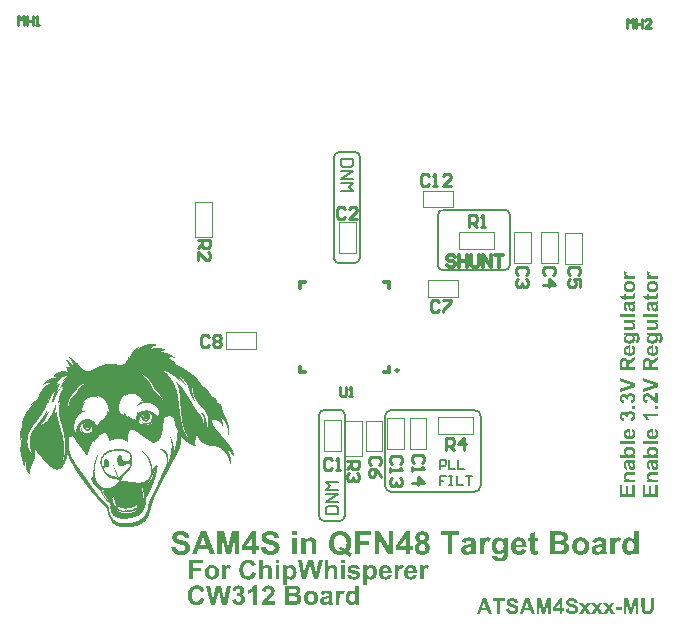
<source format=gto>
G04*
G04 #@! TF.GenerationSoftware,Altium Limited,Altium Designer,22.7.1 (60)*
G04*
G04 Layer_Color=65535*
%FSLAX25Y25*%
%MOIN*%
G70*
G04*
G04 #@! TF.SameCoordinates,AD343771-C5E9-4EEF-B234-C8D92CA984D8*
G04*
G04*
G04 #@! TF.FilePolarity,Positive*
G04*
G01*
G75*
%ADD10C,0.00984*%
%ADD11C,0.00500*%
%ADD12C,0.01181*%
%ADD13C,0.00394*%
%ADD14C,0.01200*%
%ADD15C,0.00800*%
%ADD16C,0.01000*%
G36*
X361927Y297911D02*
X362145D01*
Y297887D01*
X362338D01*
Y297863D01*
X362507D01*
Y297838D01*
X362652D01*
Y297814D01*
X362796D01*
Y297790D01*
X362893D01*
Y297766D01*
X362990D01*
Y297742D01*
X363086D01*
Y297718D01*
X363207D01*
Y297694D01*
X363279D01*
Y297669D01*
X363376D01*
Y297645D01*
X363448D01*
Y297621D01*
X363521D01*
Y297597D01*
X363593D01*
Y297573D01*
X363690D01*
Y297549D01*
X363738D01*
Y297525D01*
X363810D01*
Y297500D01*
X363883D01*
Y297476D01*
X363931D01*
Y297452D01*
X364004D01*
Y297428D01*
X363883D01*
Y297452D01*
X363376D01*
Y297428D01*
X363183D01*
Y297404D01*
X363086D01*
Y297380D01*
X362965D01*
Y297356D01*
X362869D01*
Y297331D01*
X362796D01*
Y297307D01*
X362724D01*
Y297283D01*
X362652D01*
Y297259D01*
X362603D01*
Y297235D01*
X362531D01*
Y297211D01*
X362483D01*
Y297187D01*
X362434D01*
Y297162D01*
X362386D01*
Y297138D01*
X362338D01*
Y297114D01*
X362289D01*
Y297090D01*
X362241D01*
Y297066D01*
X362193D01*
Y297042D01*
X362145D01*
Y297018D01*
X362120D01*
Y296993D01*
X362072D01*
Y296969D01*
X362048D01*
Y296945D01*
X362000D01*
Y296921D01*
X361976D01*
Y296897D01*
X361927D01*
Y296873D01*
X361903D01*
Y296849D01*
X361855D01*
Y296824D01*
X361831D01*
Y296800D01*
X361807D01*
Y296776D01*
X361782D01*
Y296752D01*
X361734D01*
Y296728D01*
X361710D01*
Y296704D01*
X361686D01*
Y296680D01*
X361662D01*
Y296655D01*
X361638D01*
Y296631D01*
X361589D01*
Y296607D01*
X361565D01*
Y296583D01*
X361541D01*
Y296559D01*
X361517D01*
Y296535D01*
X361493D01*
Y296511D01*
X361469D01*
Y296486D01*
X361444D01*
Y296462D01*
X361420D01*
Y296438D01*
X361396D01*
Y296414D01*
X361372D01*
Y296390D01*
X361348D01*
Y296366D01*
X361324D01*
Y296342D01*
X361300D01*
Y296293D01*
X361275D01*
Y296269D01*
X361251D01*
Y296245D01*
X361227D01*
Y296221D01*
X361203D01*
Y296197D01*
X361179D01*
Y296148D01*
X361227D01*
Y296173D01*
X361300D01*
Y296197D01*
X361372D01*
Y296221D01*
X361444D01*
Y296245D01*
X361517D01*
Y296269D01*
X361613D01*
Y296293D01*
X361686D01*
Y296317D01*
X361758D01*
Y296342D01*
X361855D01*
Y296366D01*
X361976D01*
Y296390D01*
X362096D01*
Y296414D01*
X362193D01*
Y296438D01*
X362314D01*
Y296462D01*
X362458D01*
Y296486D01*
X362627D01*
Y296511D01*
X362845D01*
Y296535D01*
X363086D01*
Y296559D01*
X364076D01*
Y296535D01*
X364293D01*
Y296511D01*
X364511D01*
Y296486D01*
X364680D01*
Y296462D01*
X364824D01*
Y296438D01*
X364945D01*
Y296414D01*
X365042D01*
Y296390D01*
X365138D01*
Y296366D01*
X365235D01*
Y296342D01*
X365331D01*
Y296317D01*
X365428D01*
Y296293D01*
X365476D01*
Y296269D01*
X365573D01*
Y296245D01*
X365645D01*
Y296221D01*
X365718D01*
Y296197D01*
X365790D01*
Y296173D01*
X365838D01*
Y296148D01*
X365911D01*
Y296124D01*
X365959D01*
Y296100D01*
X366032D01*
Y296076D01*
X366104D01*
Y296052D01*
X366152D01*
Y296028D01*
X366201D01*
Y296004D01*
X366249D01*
Y295979D01*
X366297D01*
Y295955D01*
X366370D01*
Y295931D01*
X366418D01*
Y295907D01*
X366442D01*
Y295883D01*
X366490D01*
Y295859D01*
X366539D01*
Y295835D01*
X366611D01*
Y295810D01*
X366587D01*
Y295786D01*
X366176D01*
Y295762D01*
X365959D01*
Y295738D01*
X365814D01*
Y295714D01*
X365694D01*
Y295690D01*
X365573D01*
Y295666D01*
X365500D01*
Y295641D01*
X365428D01*
Y295617D01*
X365331D01*
Y295593D01*
X365283D01*
Y295569D01*
X365211D01*
Y295545D01*
X365162D01*
Y295521D01*
X365090D01*
Y295497D01*
X365042D01*
Y295472D01*
X364993D01*
Y295448D01*
X364945D01*
Y295424D01*
X364897D01*
Y295400D01*
X364873D01*
Y295376D01*
X364824D01*
Y295352D01*
X364776D01*
Y295328D01*
X364752D01*
Y295303D01*
X364704D01*
Y295279D01*
X364680D01*
Y295255D01*
X364655D01*
Y295231D01*
X364631D01*
Y295207D01*
X364583D01*
Y295183D01*
X364607D01*
Y295159D01*
X364631D01*
Y295183D01*
X365066D01*
Y295159D01*
X365404D01*
Y295134D01*
X365621D01*
Y295110D01*
X365814D01*
Y295086D01*
X365959D01*
Y295062D01*
X366080D01*
Y295038D01*
X366176D01*
Y295014D01*
X366297D01*
Y294990D01*
X366418D01*
Y294965D01*
X366514D01*
Y294941D01*
X366587D01*
Y294917D01*
X366659D01*
Y294893D01*
X366756D01*
Y294869D01*
X366828D01*
Y294845D01*
X366925D01*
Y294821D01*
X366973D01*
Y294796D01*
X367046D01*
Y294772D01*
X367118D01*
Y294748D01*
X367190D01*
Y294724D01*
X367263D01*
Y294700D01*
X367311D01*
Y294676D01*
X367359D01*
Y294652D01*
X367432D01*
Y294627D01*
X367480D01*
Y294603D01*
X367553D01*
Y294579D01*
X367601D01*
Y294555D01*
X367649D01*
Y294531D01*
X367697D01*
Y294507D01*
X367746D01*
Y294483D01*
X367794D01*
Y294458D01*
X367842D01*
Y294434D01*
X367891D01*
Y294410D01*
X367939D01*
Y294386D01*
X367987D01*
Y294362D01*
X368035D01*
Y294338D01*
X368084D01*
Y294314D01*
X368132D01*
Y294289D01*
X368156D01*
Y294265D01*
X368204D01*
Y294241D01*
X368253D01*
Y294217D01*
X368301D01*
Y294193D01*
X368325D01*
Y294169D01*
X368373D01*
Y294145D01*
X368398D01*
Y294120D01*
X368446D01*
Y294096D01*
X368494D01*
Y294072D01*
X368518D01*
Y294048D01*
X368542D01*
Y294024D01*
X368591D01*
Y294000D01*
X368639D01*
Y293976D01*
X368663D01*
Y293951D01*
X368687D01*
Y293927D01*
X368736D01*
Y293903D01*
X368760D01*
Y293879D01*
X368808D01*
Y293855D01*
X368832D01*
Y293831D01*
X368856D01*
Y293807D01*
X368905D01*
Y293782D01*
X368929D01*
Y293758D01*
X368953D01*
Y293734D01*
X368977D01*
Y293710D01*
X369025D01*
Y293686D01*
X369049D01*
Y293662D01*
X369074D01*
Y293638D01*
X369098D01*
Y293613D01*
X369122D01*
Y293589D01*
X369170D01*
Y293565D01*
X369194D01*
Y293541D01*
X369218D01*
Y293517D01*
X369243D01*
Y293493D01*
X369267D01*
Y293469D01*
X369291D01*
Y293444D01*
X369315D01*
Y293420D01*
X369363D01*
Y293396D01*
X369387D01*
Y293372D01*
X369412D01*
Y293348D01*
X369291D01*
Y293372D01*
X369122D01*
Y293396D01*
X368880D01*
Y293420D01*
X367866D01*
Y293396D01*
X367673D01*
Y293372D01*
X367528D01*
Y293348D01*
X367432D01*
Y293324D01*
X367335D01*
Y293300D01*
X367263D01*
Y293275D01*
X367190D01*
Y293251D01*
X367118D01*
Y293203D01*
X367166D01*
Y293179D01*
X367215D01*
Y293155D01*
X367287D01*
Y293131D01*
X367359D01*
Y293106D01*
X367408D01*
Y293082D01*
X367456D01*
Y293058D01*
X367504D01*
Y293034D01*
X367577D01*
Y293010D01*
X367625D01*
Y292986D01*
X367673D01*
Y292962D01*
X367722D01*
Y292937D01*
X367770D01*
Y292913D01*
X367818D01*
Y292889D01*
X367866D01*
Y292865D01*
X367915D01*
Y292841D01*
X367939D01*
Y292817D01*
X367987D01*
Y292793D01*
X368035D01*
Y292768D01*
X368060D01*
Y292744D01*
X368108D01*
Y292720D01*
X368156D01*
Y292696D01*
X368180D01*
Y292672D01*
X368229D01*
Y292648D01*
X368277D01*
Y292624D01*
X368301D01*
Y292599D01*
X368349D01*
Y292575D01*
X368373D01*
Y292551D01*
X368422D01*
Y292527D01*
X368446D01*
Y292503D01*
X368494D01*
Y292479D01*
X368518D01*
Y292455D01*
X368542D01*
Y292430D01*
X368591D01*
Y292406D01*
X368615D01*
Y292382D01*
X368663D01*
Y292358D01*
X368687D01*
Y292334D01*
X368711D01*
Y292310D01*
X368736D01*
Y292286D01*
X368784D01*
Y292261D01*
X368808D01*
Y292237D01*
X368832D01*
Y292213D01*
X368856D01*
Y292189D01*
X368905D01*
Y292165D01*
X368929D01*
Y292141D01*
X368953D01*
Y292117D01*
X368977D01*
Y292092D01*
X369001D01*
Y292068D01*
X369025D01*
Y292044D01*
X369049D01*
Y292020D01*
X369074D01*
Y291996D01*
X369098D01*
Y291972D01*
X369122D01*
Y291948D01*
X369170D01*
Y291923D01*
X369194D01*
Y291899D01*
X369218D01*
Y291875D01*
X369243D01*
Y291827D01*
X369267D01*
Y291803D01*
X369291D01*
Y291779D01*
X369315D01*
Y291754D01*
X369339D01*
Y291730D01*
X369363D01*
Y291706D01*
X369387D01*
Y291682D01*
X369412D01*
Y291658D01*
X369436D01*
Y291634D01*
X369460D01*
Y291585D01*
X369484D01*
Y291561D01*
X369508D01*
Y291537D01*
X369532D01*
Y291513D01*
X369556D01*
Y291465D01*
X369581D01*
Y291441D01*
X369605D01*
Y291416D01*
X369629D01*
Y291368D01*
X369653D01*
Y291344D01*
X369677D01*
Y291320D01*
X369701D01*
Y291272D01*
X369725D01*
Y291247D01*
X369750D01*
Y291199D01*
X369774D01*
Y291175D01*
X369798D01*
Y291127D01*
X369822D01*
Y291103D01*
X369846D01*
Y291054D01*
X369870D01*
Y291006D01*
X369894D01*
Y290958D01*
X369919D01*
Y290934D01*
X369943D01*
Y290909D01*
X369967D01*
Y290885D01*
X370039D01*
Y290861D01*
X370088D01*
Y290837D01*
X370136D01*
Y290813D01*
X370208D01*
Y290789D01*
X370281D01*
Y290765D01*
X370329D01*
Y290740D01*
X370377D01*
Y290716D01*
X370426D01*
Y290692D01*
X370498D01*
Y290668D01*
X370546D01*
Y290644D01*
X370619D01*
Y290620D01*
X370667D01*
Y290596D01*
X370715D01*
Y290571D01*
X370764D01*
Y290547D01*
X370836D01*
Y290523D01*
X370884D01*
Y290499D01*
X370933D01*
Y290475D01*
X370981D01*
Y290451D01*
X371029D01*
Y290427D01*
X371077D01*
Y290402D01*
X371150D01*
Y290378D01*
X371198D01*
Y290354D01*
X371222D01*
Y290330D01*
X371271D01*
Y290306D01*
X371343D01*
Y290282D01*
X371391D01*
Y290258D01*
X371440D01*
Y290233D01*
X371488D01*
Y290209D01*
X371536D01*
Y290185D01*
X371584D01*
Y290161D01*
X371633D01*
Y290137D01*
X371681D01*
Y290113D01*
X371729D01*
Y290089D01*
X371753D01*
Y290064D01*
X371802D01*
Y290040D01*
X371850D01*
Y290016D01*
X371898D01*
Y289992D01*
X371947D01*
Y289968D01*
X371995D01*
Y289944D01*
X372043D01*
Y289920D01*
X372091D01*
Y289895D01*
X372116D01*
Y289871D01*
X372164D01*
Y289847D01*
X372212D01*
Y289823D01*
X372260D01*
Y289799D01*
X372309D01*
Y289775D01*
X372333D01*
Y289751D01*
X372381D01*
Y289726D01*
X372429D01*
Y289702D01*
X372454D01*
Y289678D01*
X372502D01*
Y289654D01*
X372550D01*
Y289630D01*
X372598D01*
Y289606D01*
X372623D01*
Y289582D01*
X372671D01*
Y289557D01*
X372719D01*
Y289533D01*
X372767D01*
Y289509D01*
X372792D01*
Y289485D01*
X372840D01*
Y289461D01*
X372864D01*
Y289437D01*
X372912D01*
Y289413D01*
X372961D01*
Y289388D01*
X372985D01*
Y289364D01*
X373033D01*
Y289340D01*
X373057D01*
Y289316D01*
X373105D01*
Y289292D01*
X373154D01*
Y289268D01*
X373178D01*
Y289244D01*
X373226D01*
Y289219D01*
X373250D01*
Y289195D01*
X373299D01*
Y289171D01*
X373347D01*
Y289147D01*
X373371D01*
Y289123D01*
X373419D01*
Y289099D01*
X373443D01*
Y289075D01*
X373492D01*
Y289050D01*
X373516D01*
Y289026D01*
X373564D01*
Y289002D01*
X373588D01*
Y288978D01*
X373637D01*
Y288954D01*
X373661D01*
Y288930D01*
X373709D01*
Y288906D01*
X373733D01*
Y288881D01*
X373757D01*
Y288857D01*
X373806D01*
Y288833D01*
X373830D01*
Y288809D01*
X373878D01*
Y288785D01*
X373902D01*
Y288761D01*
X373950D01*
Y288737D01*
X373975D01*
Y288712D01*
X374023D01*
Y288688D01*
X374047D01*
Y288664D01*
X374095D01*
Y288640D01*
X374119D01*
Y288616D01*
X374144D01*
Y288592D01*
X374192D01*
Y288568D01*
X374216D01*
Y288543D01*
X374240D01*
Y288519D01*
X374288D01*
Y288495D01*
X374313D01*
Y288471D01*
X374361D01*
Y288447D01*
X374385D01*
Y288423D01*
X374409D01*
Y288399D01*
X374457D01*
Y288374D01*
X374482D01*
Y288350D01*
X374506D01*
Y288326D01*
X374554D01*
Y288302D01*
X374578D01*
Y288278D01*
X374602D01*
Y288254D01*
X374626D01*
Y288230D01*
X374675D01*
Y288205D01*
X374699D01*
Y288181D01*
X374723D01*
Y288157D01*
X374771D01*
Y288133D01*
X374795D01*
Y288109D01*
X374820D01*
Y288085D01*
X374868D01*
Y288061D01*
X374892D01*
Y288036D01*
X374916D01*
Y288012D01*
X374940D01*
Y287988D01*
X374989D01*
Y287964D01*
X375013D01*
Y287940D01*
X375037D01*
Y287916D01*
X375061D01*
Y287892D01*
X375085D01*
Y287867D01*
X375133D01*
Y287843D01*
X375158D01*
Y287819D01*
X375182D01*
Y287795D01*
X375206D01*
Y287771D01*
X375254D01*
Y287747D01*
X375278D01*
Y287723D01*
X375302D01*
Y287698D01*
X375327D01*
Y287674D01*
X375351D01*
Y287650D01*
X375375D01*
Y287626D01*
X375423D01*
Y287602D01*
X375447D01*
Y287578D01*
X375471D01*
Y287554D01*
X375496D01*
Y287529D01*
X375520D01*
Y287505D01*
X375568D01*
Y287481D01*
X375592D01*
Y287457D01*
X375616D01*
Y287433D01*
X375640D01*
Y287409D01*
X375665D01*
Y287385D01*
X375689D01*
Y287360D01*
X375713D01*
Y287336D01*
X375761D01*
Y287312D01*
X375785D01*
Y287288D01*
X375809D01*
Y287264D01*
X375834D01*
Y287240D01*
X375858D01*
Y287216D01*
X375882D01*
Y287191D01*
X375906D01*
Y287167D01*
X375930D01*
Y287143D01*
X375954D01*
Y287119D01*
X375978D01*
Y287095D01*
X376003D01*
Y287071D01*
X376051D01*
Y287047D01*
X376075D01*
Y287022D01*
X376099D01*
Y286998D01*
X376123D01*
Y286974D01*
X376147D01*
Y286950D01*
X376172D01*
Y286926D01*
X376196D01*
Y286902D01*
X376220D01*
Y286878D01*
X376244D01*
Y286853D01*
X376268D01*
Y286829D01*
X376292D01*
Y286805D01*
X376316D01*
Y286781D01*
X376341D01*
Y286757D01*
X376365D01*
Y286733D01*
X376389D01*
Y286709D01*
X376413D01*
Y286684D01*
X376437D01*
Y286660D01*
X376461D01*
Y286636D01*
X376485D01*
Y286612D01*
X376510D01*
Y286588D01*
X376534D01*
Y286564D01*
X376558D01*
Y286540D01*
X376582D01*
Y286515D01*
X376606D01*
Y286491D01*
X376630D01*
Y286467D01*
X376654D01*
Y286443D01*
X376679D01*
Y286419D01*
X376703D01*
Y286395D01*
X376727D01*
Y286371D01*
X376751D01*
Y286346D01*
X376775D01*
Y286322D01*
X376799D01*
Y286274D01*
X376823D01*
Y286250D01*
X376848D01*
Y286226D01*
X376872D01*
Y286202D01*
X376896D01*
Y286177D01*
X376920D01*
Y286153D01*
X376944D01*
Y286129D01*
X376968D01*
Y286105D01*
X376992D01*
Y286081D01*
X377017D01*
Y286057D01*
X377041D01*
Y286008D01*
X377065D01*
Y285984D01*
X377089D01*
Y285960D01*
X377113D01*
Y285936D01*
X377137D01*
Y285912D01*
X377161D01*
Y285888D01*
X377186D01*
Y285839D01*
X377210D01*
Y285815D01*
X377234D01*
Y285791D01*
X377258D01*
Y285767D01*
X377282D01*
Y285743D01*
X377306D01*
Y285695D01*
X377330D01*
Y285670D01*
X377355D01*
Y285646D01*
X377379D01*
Y285622D01*
X377403D01*
Y285574D01*
X377427D01*
Y285550D01*
X377451D01*
Y285526D01*
X377475D01*
Y285501D01*
X377499D01*
Y285477D01*
X377524D01*
Y285429D01*
X377548D01*
Y285405D01*
X377572D01*
Y285381D01*
X377596D01*
Y285332D01*
X377620D01*
Y285308D01*
X377644D01*
Y285284D01*
X377668D01*
Y285236D01*
X377693D01*
Y285212D01*
X377717D01*
Y285188D01*
X377741D01*
Y285139D01*
X377765D01*
Y285115D01*
X377789D01*
Y285067D01*
X377813D01*
Y285043D01*
X377837D01*
Y285019D01*
X377862D01*
Y284970D01*
X377886D01*
Y284922D01*
X377910D01*
Y284898D01*
X377934D01*
Y284874D01*
X377958D01*
Y284825D01*
X377982D01*
Y284777D01*
X378006D01*
Y284753D01*
X378031D01*
Y284705D01*
X378055D01*
Y284681D01*
X378079D01*
Y284632D01*
X378103D01*
Y284584D01*
X378127D01*
Y284560D01*
X378151D01*
Y284512D01*
X378175D01*
Y284463D01*
X378200D01*
Y284439D01*
X378224D01*
Y284391D01*
X378248D01*
Y284343D01*
X378272D01*
Y284294D01*
X378296D01*
Y284246D01*
X378320D01*
Y284198D01*
X378344D01*
Y284174D01*
X378369D01*
Y284149D01*
X378417D01*
Y284125D01*
X378441D01*
Y284101D01*
X378489D01*
Y284077D01*
X378538D01*
Y284053D01*
X378562D01*
Y284029D01*
X378586D01*
Y284005D01*
X378634D01*
Y283980D01*
X378658D01*
Y283956D01*
X378707D01*
Y283932D01*
X378731D01*
Y283908D01*
X378755D01*
Y283884D01*
X378803D01*
Y283860D01*
X378827D01*
Y283836D01*
X378851D01*
Y283811D01*
X378900D01*
Y283787D01*
X378924D01*
Y283763D01*
X378948D01*
Y283739D01*
X378996D01*
Y283715D01*
X379020D01*
Y283691D01*
X379045D01*
Y283667D01*
X379069D01*
Y283642D01*
X379093D01*
Y283618D01*
X379141D01*
Y283594D01*
X379165D01*
Y283570D01*
X379189D01*
Y283546D01*
X379214D01*
Y283522D01*
X379238D01*
Y283498D01*
X379286D01*
Y283473D01*
X379310D01*
Y283449D01*
X379334D01*
Y283425D01*
X379358D01*
Y283401D01*
X379383D01*
Y283377D01*
X379407D01*
Y283353D01*
X379455D01*
Y283329D01*
X379479D01*
Y283304D01*
X379503D01*
Y283280D01*
X379527D01*
Y283256D01*
X379552D01*
Y283232D01*
X379576D01*
Y283208D01*
X379600D01*
Y283184D01*
X379624D01*
Y283160D01*
X379648D01*
Y283135D01*
X379672D01*
Y283111D01*
X379696D01*
Y283087D01*
X379721D01*
Y283063D01*
X379745D01*
Y283039D01*
X379769D01*
Y283015D01*
X379793D01*
Y282991D01*
X379817D01*
Y282966D01*
X379841D01*
Y282942D01*
X379865D01*
Y282918D01*
X379890D01*
Y282894D01*
X379914D01*
Y282870D01*
X379938D01*
Y282846D01*
X379962D01*
Y282822D01*
X379986D01*
Y282797D01*
X380010D01*
Y282773D01*
X380034D01*
Y282749D01*
X380059D01*
Y282725D01*
X380083D01*
Y282701D01*
X380107D01*
Y282677D01*
X380131D01*
Y282653D01*
X380155D01*
Y282628D01*
X380179D01*
Y282604D01*
X380203D01*
Y282556D01*
X380228D01*
Y282532D01*
X380252D01*
Y282508D01*
X380276D01*
Y282484D01*
X380300D01*
Y282459D01*
X380324D01*
Y282435D01*
X380348D01*
Y282411D01*
X380372D01*
Y282363D01*
X380397D01*
Y282339D01*
X380421D01*
Y282315D01*
X380445D01*
Y282290D01*
X380469D01*
Y282266D01*
X380493D01*
Y282242D01*
X380517D01*
Y282194D01*
X380541D01*
Y282170D01*
X380566D01*
Y282146D01*
X380590D01*
Y282121D01*
X380614D01*
Y282097D01*
X380638D01*
Y282049D01*
X380662D01*
Y282025D01*
X380686D01*
Y282001D01*
X380710D01*
Y281977D01*
X380735D01*
Y281928D01*
X380759D01*
Y281904D01*
X380783D01*
Y281880D01*
X380807D01*
Y281856D01*
X380831D01*
Y281808D01*
X380855D01*
Y281783D01*
X380879D01*
Y281759D01*
X380904D01*
Y281711D01*
X380928D01*
Y281687D01*
X380952D01*
Y281663D01*
X380976D01*
Y281614D01*
X381000D01*
Y281590D01*
X381024D01*
Y281566D01*
X381048D01*
Y281518D01*
X381073D01*
Y281494D01*
X381097D01*
Y281470D01*
X381121D01*
Y281421D01*
X381145D01*
Y281397D01*
X381169D01*
Y281349D01*
X381193D01*
Y281325D01*
X381217D01*
Y281301D01*
X381242D01*
Y281252D01*
X381266D01*
Y281228D01*
X381290D01*
Y281180D01*
X381314D01*
Y281156D01*
X381338D01*
Y281107D01*
X381362D01*
Y281083D01*
X381386D01*
Y281059D01*
X381411D01*
Y281011D01*
X381435D01*
Y280987D01*
X381459D01*
Y280938D01*
X381483D01*
Y280914D01*
X381507D01*
Y280866D01*
X381531D01*
Y280842D01*
X381555D01*
Y280794D01*
X381580D01*
Y280769D01*
X381604D01*
Y280745D01*
X381628D01*
Y280697D01*
X381652D01*
Y280673D01*
X381676D01*
Y280649D01*
X381700D01*
Y280600D01*
X381724D01*
Y280576D01*
X381749D01*
Y280552D01*
X381773D01*
Y280528D01*
X381797D01*
Y280504D01*
X381821D01*
Y280480D01*
X381845D01*
Y280456D01*
X381869D01*
Y280431D01*
X381893D01*
Y280407D01*
X381918D01*
Y280383D01*
X381942D01*
Y280359D01*
X381966D01*
Y280335D01*
X382014D01*
Y280311D01*
X382038D01*
Y280287D01*
X382087D01*
Y280262D01*
X382159D01*
Y280238D01*
X382231D01*
Y280214D01*
X382304D01*
Y280190D01*
X382376D01*
Y280166D01*
X382425D01*
Y280142D01*
X382497D01*
Y280118D01*
X382545D01*
Y280093D01*
X382569D01*
Y280069D01*
X382618D01*
Y280045D01*
X382642D01*
Y280021D01*
X382690D01*
Y279997D01*
X382714D01*
Y279973D01*
X382763D01*
Y279949D01*
X382787D01*
Y279924D01*
X382811D01*
Y279900D01*
X382835D01*
Y279876D01*
X382859D01*
Y279852D01*
X382883D01*
Y279828D01*
X382907D01*
Y279804D01*
X382932D01*
Y279780D01*
X382956D01*
Y279755D01*
X382980D01*
Y279731D01*
X383004D01*
Y279707D01*
X383028D01*
Y279659D01*
X383052D01*
Y279635D01*
X383076D01*
Y279586D01*
X383101D01*
Y279562D01*
X383125D01*
Y279514D01*
X383149D01*
Y279466D01*
X383173D01*
Y279417D01*
X383197D01*
Y279369D01*
X383221D01*
Y279321D01*
X383245D01*
Y279248D01*
X383270D01*
Y279200D01*
X383294D01*
Y279128D01*
X383318D01*
Y279031D01*
X383342D01*
Y278935D01*
X383366D01*
Y278814D01*
X383390D01*
Y278693D01*
X383414D01*
Y278452D01*
X383439D01*
Y278283D01*
X383535D01*
Y278259D01*
X383680D01*
Y278234D01*
X383777D01*
Y278210D01*
X383897D01*
Y278186D01*
X383970D01*
Y278162D01*
X384042D01*
Y278138D01*
X384090D01*
Y278114D01*
X384139D01*
Y278090D01*
X384187D01*
Y278065D01*
X384235D01*
Y278041D01*
X384284D01*
Y278017D01*
X384332D01*
Y277993D01*
X384356D01*
Y277969D01*
X384404D01*
Y277945D01*
X384428D01*
Y277921D01*
X384477D01*
Y277896D01*
X384501D01*
Y277872D01*
X384525D01*
Y277848D01*
X384549D01*
Y277824D01*
X384573D01*
Y277800D01*
X384597D01*
Y277776D01*
X384622D01*
Y277752D01*
X384646D01*
Y277727D01*
X384670D01*
Y277703D01*
X384694D01*
Y277679D01*
X384718D01*
Y277631D01*
X384742D01*
Y277607D01*
X384766D01*
Y277583D01*
X384791D01*
Y277558D01*
X384815D01*
Y277510D01*
X384839D01*
Y277462D01*
X384863D01*
Y277438D01*
X384887D01*
Y277389D01*
X384911D01*
Y277341D01*
X384935D01*
Y277293D01*
X384960D01*
Y277245D01*
X384984D01*
Y277196D01*
X385008D01*
Y277148D01*
X385032D01*
Y277100D01*
X385056D01*
Y277027D01*
X385080D01*
Y276955D01*
X385104D01*
Y276882D01*
X385129D01*
Y276810D01*
X385153D01*
Y276713D01*
X385177D01*
Y276593D01*
X385201D01*
Y276472D01*
X385225D01*
Y276351D01*
X385249D01*
Y276182D01*
X385273D01*
Y275893D01*
X385298D01*
Y275337D01*
X385322D01*
Y275313D01*
X385346D01*
Y275265D01*
X385370D01*
Y275241D01*
X385394D01*
Y275192D01*
X385418D01*
Y275168D01*
X385442D01*
Y275120D01*
X385467D01*
Y275096D01*
X385491D01*
Y275048D01*
X385515D01*
Y275023D01*
X385539D01*
Y274975D01*
X385563D01*
Y274927D01*
X385587D01*
Y274903D01*
X385611D01*
Y274854D01*
X385636D01*
Y274830D01*
X385660D01*
Y274782D01*
X385684D01*
Y274734D01*
X385708D01*
Y274685D01*
X385732D01*
Y274661D01*
X385756D01*
Y274613D01*
X385780D01*
Y274565D01*
X385805D01*
Y274541D01*
X385829D01*
Y274492D01*
X385853D01*
Y274444D01*
X385877D01*
Y274396D01*
X385901D01*
Y274372D01*
X385925D01*
Y274323D01*
X385949D01*
Y274275D01*
X385974D01*
Y274227D01*
X385998D01*
Y274178D01*
X386022D01*
Y274130D01*
X386046D01*
Y274082D01*
X386070D01*
Y274058D01*
X386094D01*
Y274009D01*
X386118D01*
Y273961D01*
X386143D01*
Y273913D01*
X386167D01*
Y273865D01*
X386191D01*
Y273816D01*
X386215D01*
Y273768D01*
X386239D01*
Y273720D01*
X386263D01*
Y273671D01*
X386287D01*
Y273623D01*
X386312D01*
Y273575D01*
X386336D01*
Y273527D01*
X386360D01*
Y273478D01*
X386384D01*
Y273430D01*
X386408D01*
Y273358D01*
X386432D01*
Y273309D01*
X386456D01*
Y273261D01*
X386481D01*
Y273213D01*
X386505D01*
Y273164D01*
X386529D01*
Y273092D01*
X386553D01*
Y273044D01*
X386577D01*
Y272995D01*
X386601D01*
Y272947D01*
X386625D01*
Y272875D01*
X386650D01*
Y272826D01*
X386674D01*
Y272754D01*
X386698D01*
Y272706D01*
X386722D01*
Y272657D01*
X386746D01*
Y272585D01*
X386770D01*
Y272513D01*
X386794D01*
Y272440D01*
X386819D01*
Y272392D01*
X386843D01*
Y272319D01*
X386867D01*
Y272271D01*
X386891D01*
Y272199D01*
X386915D01*
Y272126D01*
X386939D01*
Y272054D01*
X386963D01*
Y272006D01*
X386988D01*
Y271933D01*
X387012D01*
Y271837D01*
X387036D01*
Y271764D01*
X387060D01*
Y271692D01*
X387084D01*
Y271619D01*
X387108D01*
Y271547D01*
X387132D01*
Y271450D01*
X387157D01*
Y271354D01*
X387181D01*
Y271281D01*
X387205D01*
Y271185D01*
X387229D01*
Y271112D01*
X387253D01*
Y270992D01*
X387277D01*
Y270895D01*
X387301D01*
Y270774D01*
X387326D01*
Y270678D01*
X387350D01*
Y270557D01*
X387374D01*
Y270436D01*
X387398D01*
Y270267D01*
X387422D01*
Y270098D01*
X387446D01*
Y269929D01*
X387470D01*
Y269736D01*
X387495D01*
Y269350D01*
X387519D01*
Y268843D01*
X387495D01*
Y268481D01*
X387470D01*
Y268288D01*
X387446D01*
Y268143D01*
X387422D01*
Y267998D01*
X387398D01*
Y267877D01*
X387374D01*
Y267781D01*
X387350D01*
Y267684D01*
X387326D01*
Y267612D01*
X387301D01*
Y267515D01*
X387277D01*
Y267443D01*
X387253D01*
Y267612D01*
X387229D01*
Y268046D01*
X387205D01*
Y268336D01*
X387181D01*
Y268577D01*
X387157D01*
Y268795D01*
X387132D01*
Y268988D01*
X387108D01*
Y269133D01*
X387084D01*
Y269253D01*
X387060D01*
Y269398D01*
X387036D01*
Y269543D01*
X387012D01*
Y269664D01*
X386988D01*
Y269760D01*
X386963D01*
Y269857D01*
X386939D01*
Y269953D01*
X386915D01*
Y270050D01*
X386891D01*
Y270147D01*
X386867D01*
Y270219D01*
X386843D01*
Y270291D01*
X386819D01*
Y270364D01*
X386794D01*
Y270460D01*
X386770D01*
Y270533D01*
X386746D01*
Y270605D01*
X386722D01*
Y270678D01*
X386698D01*
Y270726D01*
X386674D01*
Y270798D01*
X386650D01*
Y270871D01*
X386625D01*
Y270919D01*
X386601D01*
Y270967D01*
X386577D01*
Y271040D01*
X386553D01*
Y271088D01*
X386529D01*
Y271136D01*
X386505D01*
Y271209D01*
X386481D01*
Y271257D01*
X386456D01*
Y271305D01*
X386432D01*
Y271354D01*
X386408D01*
Y271402D01*
X386384D01*
Y271450D01*
X386360D01*
Y271474D01*
X386336D01*
Y271523D01*
X386312D01*
Y271571D01*
X386287D01*
Y271619D01*
X386263D01*
Y271668D01*
X386239D01*
Y271692D01*
X386215D01*
Y271740D01*
X386191D01*
Y271788D01*
X386167D01*
Y271812D01*
X386143D01*
Y271861D01*
X386118D01*
Y271909D01*
X386094D01*
Y271933D01*
X386070D01*
Y271957D01*
X386046D01*
Y272006D01*
X386022D01*
Y272030D01*
X385998D01*
Y272078D01*
X385974D01*
Y272102D01*
X385949D01*
Y272150D01*
X385925D01*
Y272175D01*
X385901D01*
Y272199D01*
X385877D01*
Y272247D01*
X385853D01*
Y272271D01*
X385829D01*
Y272295D01*
X385805D01*
Y272319D01*
X385780D01*
Y272368D01*
X385756D01*
Y272392D01*
X385732D01*
Y272416D01*
X385708D01*
Y272440D01*
X385684D01*
Y272464D01*
X385660D01*
Y272513D01*
X385636D01*
Y272537D01*
X385611D01*
Y272561D01*
X385587D01*
Y272585D01*
X385563D01*
Y272609D01*
X385539D01*
Y272633D01*
X385515D01*
Y272657D01*
X385491D01*
Y272682D01*
X385467D01*
Y272706D01*
X385442D01*
Y272730D01*
X385418D01*
Y272754D01*
X385394D01*
Y272778D01*
X385370D01*
Y272802D01*
X385346D01*
Y272826D01*
X385322D01*
Y272851D01*
X385298D01*
Y272875D01*
X385273D01*
Y272899D01*
X385249D01*
Y272923D01*
X385225D01*
Y272947D01*
X385201D01*
Y272971D01*
X385177D01*
Y272995D01*
X385129D01*
Y273020D01*
X385104D01*
Y273044D01*
X385080D01*
Y273068D01*
X385056D01*
Y273092D01*
X385032D01*
Y273116D01*
X385008D01*
Y273140D01*
X384960D01*
Y273164D01*
X384935D01*
Y273189D01*
X384911D01*
Y273213D01*
X384887D01*
Y273237D01*
X384839D01*
Y273261D01*
X384815D01*
Y273285D01*
X384766D01*
Y273309D01*
X384742D01*
Y273333D01*
X384718D01*
Y273358D01*
X384670D01*
Y273382D01*
X384646D01*
Y273406D01*
X384597D01*
Y273382D01*
X384622D01*
Y273358D01*
X384646D01*
Y273333D01*
X384670D01*
Y273285D01*
X384694D01*
Y273237D01*
X384718D01*
Y273189D01*
X384742D01*
Y273164D01*
X384766D01*
Y273116D01*
X384791D01*
Y273068D01*
X384815D01*
Y273044D01*
X384839D01*
Y272995D01*
X384863D01*
Y272947D01*
X384887D01*
Y272899D01*
X384911D01*
Y272875D01*
X384935D01*
Y272826D01*
X384960D01*
Y272778D01*
X384984D01*
Y272730D01*
X385008D01*
Y272682D01*
X385032D01*
Y272633D01*
X385056D01*
Y272585D01*
X385080D01*
Y272537D01*
X385104D01*
Y272464D01*
X385129D01*
Y272416D01*
X385153D01*
Y272368D01*
X385177D01*
Y272319D01*
X385201D01*
Y272247D01*
X385225D01*
Y272199D01*
X385249D01*
Y272150D01*
X385273D01*
Y272078D01*
X385298D01*
Y272006D01*
X385322D01*
Y271933D01*
X385346D01*
Y271861D01*
X385370D01*
Y271788D01*
X385394D01*
Y271692D01*
X385418D01*
Y271595D01*
X385442D01*
Y271499D01*
X385467D01*
Y271402D01*
X385491D01*
Y271281D01*
X385515D01*
Y271136D01*
X385539D01*
Y270823D01*
X385563D01*
Y270629D01*
X385539D01*
Y270388D01*
X385515D01*
Y270316D01*
X385491D01*
Y270340D01*
X385467D01*
Y270388D01*
X385442D01*
Y270436D01*
X385418D01*
Y270460D01*
X385394D01*
Y270509D01*
X385370D01*
Y270557D01*
X385346D01*
Y270581D01*
X385322D01*
Y270629D01*
X385298D01*
Y270654D01*
X385273D01*
Y270702D01*
X385249D01*
Y270726D01*
X385225D01*
Y270750D01*
X385201D01*
Y270798D01*
X385177D01*
Y270823D01*
X385153D01*
Y270871D01*
X385129D01*
Y270895D01*
X385104D01*
Y270919D01*
X385080D01*
Y270967D01*
X385056D01*
Y270992D01*
X385032D01*
Y271040D01*
X385008D01*
Y271064D01*
X384984D01*
Y271088D01*
X384960D01*
Y271112D01*
X384935D01*
Y271161D01*
X384911D01*
Y271185D01*
X384887D01*
Y271209D01*
X384863D01*
Y271233D01*
X384839D01*
Y271257D01*
X384815D01*
Y271305D01*
X384791D01*
Y271330D01*
X384766D01*
Y271354D01*
X384742D01*
Y271378D01*
X384718D01*
Y271402D01*
X384694D01*
Y271426D01*
X384670D01*
Y271450D01*
X384646D01*
Y271499D01*
X384622D01*
Y271523D01*
X384597D01*
Y271547D01*
X384573D01*
Y271571D01*
X384549D01*
Y271595D01*
X384525D01*
Y271619D01*
X384501D01*
Y271643D01*
X384477D01*
Y271668D01*
X384453D01*
Y271692D01*
X384428D01*
Y271716D01*
X384404D01*
Y271740D01*
X384380D01*
Y271764D01*
X384332D01*
Y271788D01*
X384308D01*
Y271812D01*
X384284D01*
Y271837D01*
X384259D01*
Y271861D01*
X384235D01*
Y271885D01*
X384211D01*
Y271909D01*
X384187D01*
Y271933D01*
X384139D01*
Y271957D01*
X384115D01*
Y271981D01*
X384090D01*
Y272006D01*
X384066D01*
Y272030D01*
X384018D01*
Y272054D01*
X383994D01*
Y272078D01*
X383970D01*
Y272102D01*
X383921D01*
Y272126D01*
X383897D01*
Y272150D01*
X383849D01*
Y272175D01*
X383825D01*
Y272199D01*
X383777D01*
Y272223D01*
X383752D01*
Y272247D01*
X383704D01*
Y272271D01*
X383656D01*
Y272295D01*
X383632D01*
Y272319D01*
X383583D01*
Y272344D01*
X383535D01*
Y272368D01*
X383487D01*
Y272392D01*
X383439D01*
Y272416D01*
X383390D01*
Y272440D01*
X383342D01*
Y272464D01*
X383270D01*
Y272488D01*
X383197D01*
Y272513D01*
X383125D01*
Y272537D01*
X383028D01*
Y272561D01*
X382956D01*
Y272585D01*
X382835D01*
Y272609D01*
X382618D01*
Y272633D01*
X382376D01*
Y272609D01*
X382159D01*
Y272585D01*
X382038D01*
Y272561D01*
X381942D01*
Y272537D01*
X381869D01*
Y272513D01*
X381797D01*
Y272488D01*
X381773D01*
Y272464D01*
X381749D01*
Y272440D01*
X381773D01*
Y272344D01*
X381797D01*
Y272199D01*
X381821D01*
Y272078D01*
X381845D01*
Y271957D01*
X381869D01*
Y271837D01*
X381893D01*
Y271740D01*
X381918D01*
Y271643D01*
X381942D01*
Y271547D01*
X381966D01*
Y271450D01*
X381990D01*
Y271378D01*
X382014D01*
Y271305D01*
X382038D01*
Y271233D01*
X382062D01*
Y271161D01*
X382087D01*
Y271088D01*
X382111D01*
Y271040D01*
X382135D01*
Y270967D01*
X382159D01*
Y270919D01*
X382183D01*
Y270871D01*
X382207D01*
Y270798D01*
X382231D01*
Y270750D01*
X382256D01*
Y270702D01*
X382280D01*
Y270678D01*
X382304D01*
Y270629D01*
X382328D01*
Y270581D01*
X382352D01*
Y270533D01*
X382376D01*
Y270485D01*
X382400D01*
Y270460D01*
X382425D01*
Y270412D01*
X382449D01*
Y270388D01*
X382473D01*
Y270340D01*
X382497D01*
Y270316D01*
X382521D01*
Y270291D01*
X382545D01*
Y270243D01*
X382569D01*
Y270219D01*
X382594D01*
Y270171D01*
X382618D01*
Y270147D01*
X382642D01*
Y270122D01*
X382666D01*
Y270098D01*
X382690D01*
Y270050D01*
X382714D01*
Y270026D01*
X382738D01*
Y270002D01*
X382763D01*
Y269978D01*
X382787D01*
Y269929D01*
X382811D01*
Y269905D01*
X382835D01*
Y269881D01*
X382859D01*
Y269857D01*
X382883D01*
Y269833D01*
X382907D01*
Y269809D01*
X382932D01*
Y269784D01*
X382956D01*
Y269736D01*
X382980D01*
Y269712D01*
X383004D01*
Y269688D01*
X383028D01*
Y269664D01*
X383052D01*
Y269640D01*
X383076D01*
Y269615D01*
X383101D01*
Y269591D01*
X383125D01*
Y269567D01*
X383149D01*
Y269543D01*
X383173D01*
Y269495D01*
X383197D01*
Y269471D01*
X383221D01*
Y269446D01*
X383245D01*
Y269422D01*
X383270D01*
Y269398D01*
X383294D01*
Y269374D01*
X383318D01*
Y269350D01*
X383342D01*
Y269302D01*
X383366D01*
Y269277D01*
X383390D01*
Y269253D01*
X383414D01*
Y269229D01*
X383439D01*
Y269205D01*
X383463D01*
Y269181D01*
X383487D01*
Y269157D01*
X383511D01*
Y269133D01*
X383535D01*
Y269084D01*
X383559D01*
Y269060D01*
X383583D01*
Y269036D01*
X383608D01*
Y269012D01*
X383632D01*
Y268988D01*
X383656D01*
Y268964D01*
X383680D01*
Y268939D01*
X383704D01*
Y268891D01*
X383728D01*
Y268867D01*
X383752D01*
Y268843D01*
X383777D01*
Y268819D01*
X383801D01*
Y268795D01*
X383825D01*
Y268746D01*
X383849D01*
Y268722D01*
X383873D01*
Y268698D01*
X383897D01*
Y268674D01*
X383921D01*
Y268650D01*
X383946D01*
Y268626D01*
X383970D01*
Y268577D01*
X383994D01*
Y268553D01*
X384018D01*
Y268529D01*
X384042D01*
Y268505D01*
X384066D01*
Y268457D01*
X384090D01*
Y268432D01*
X384115D01*
Y268408D01*
X384139D01*
Y268384D01*
X384163D01*
Y268336D01*
X384187D01*
Y268312D01*
X384211D01*
Y268288D01*
X384235D01*
Y268263D01*
X384259D01*
Y268215D01*
X384284D01*
Y268191D01*
X384308D01*
Y268167D01*
X384332D01*
Y268143D01*
X384356D01*
Y268094D01*
X384380D01*
Y268070D01*
X384404D01*
Y268046D01*
X384428D01*
Y267998D01*
X384453D01*
Y267974D01*
X384477D01*
Y267950D01*
X384501D01*
Y267901D01*
X384525D01*
Y267877D01*
X384549D01*
Y267853D01*
X384573D01*
Y267805D01*
X384597D01*
Y267781D01*
X384622D01*
Y267756D01*
X384646D01*
Y267708D01*
X384670D01*
Y267684D01*
X384694D01*
Y267660D01*
X384718D01*
Y267612D01*
X384742D01*
Y267587D01*
X384766D01*
Y267563D01*
X384791D01*
Y267539D01*
X384815D01*
Y267491D01*
X384839D01*
Y267467D01*
X384863D01*
Y267443D01*
X384887D01*
Y267394D01*
X384911D01*
Y267370D01*
X384935D01*
Y267346D01*
X384960D01*
Y267322D01*
X384984D01*
Y267274D01*
X385008D01*
Y267249D01*
X385032D01*
Y267225D01*
X385056D01*
Y267201D01*
X385080D01*
Y267153D01*
X385104D01*
Y267129D01*
X385129D01*
Y267105D01*
X385153D01*
Y267080D01*
X385177D01*
Y267056D01*
X385201D01*
Y267008D01*
X385225D01*
Y266984D01*
X385249D01*
Y266960D01*
X385273D01*
Y266936D01*
X385298D01*
Y266911D01*
X385322D01*
Y266863D01*
X385346D01*
Y266839D01*
X385370D01*
Y266815D01*
X385394D01*
Y266791D01*
X385418D01*
Y266767D01*
X385442D01*
Y266742D01*
X385467D01*
Y266694D01*
X385491D01*
Y266670D01*
X385515D01*
Y266646D01*
X385539D01*
Y266622D01*
X385563D01*
Y266598D01*
X385587D01*
Y266573D01*
X385611D01*
Y266525D01*
X385636D01*
Y266501D01*
X385660D01*
Y266477D01*
X385684D01*
Y266453D01*
X385708D01*
Y266429D01*
X385732D01*
Y266404D01*
X385756D01*
Y266380D01*
X385780D01*
Y266356D01*
X385805D01*
Y266308D01*
X385829D01*
Y266284D01*
X385853D01*
Y266260D01*
X385877D01*
Y266235D01*
X385901D01*
Y266211D01*
X385925D01*
Y266187D01*
X385949D01*
Y266163D01*
X385974D01*
Y266139D01*
X385998D01*
Y266091D01*
X386022D01*
Y266066D01*
X386046D01*
Y266042D01*
X386070D01*
Y266018D01*
X386094D01*
Y265994D01*
X386118D01*
Y265970D01*
X386143D01*
Y265946D01*
X386167D01*
Y265922D01*
X386191D01*
Y265897D01*
X386215D01*
Y265849D01*
X386239D01*
Y265825D01*
X386263D01*
Y265801D01*
X386287D01*
Y265777D01*
X386312D01*
Y265753D01*
X386336D01*
Y265728D01*
X386360D01*
Y265704D01*
X386384D01*
Y265680D01*
X386408D01*
Y265656D01*
X386432D01*
Y265608D01*
X386456D01*
Y265584D01*
X386481D01*
Y265559D01*
X386505D01*
Y265535D01*
X386529D01*
Y265511D01*
X386553D01*
Y265487D01*
X386577D01*
Y265463D01*
X386601D01*
Y265439D01*
X386625D01*
Y265390D01*
X386650D01*
Y265366D01*
X386674D01*
Y265342D01*
X386698D01*
Y265318D01*
X386722D01*
Y265294D01*
X386746D01*
Y265270D01*
X386770D01*
Y265221D01*
X386794D01*
Y265197D01*
X386819D01*
Y265173D01*
X386843D01*
Y265149D01*
X386867D01*
Y265125D01*
X386891D01*
Y265101D01*
X386915D01*
Y265077D01*
X386939D01*
Y265028D01*
X386963D01*
Y265004D01*
X386988D01*
Y264980D01*
X387012D01*
Y264956D01*
X387036D01*
Y264932D01*
X387060D01*
Y264883D01*
X387084D01*
Y264859D01*
X387108D01*
Y264835D01*
X387132D01*
Y264811D01*
X387157D01*
Y264787D01*
X387181D01*
Y264739D01*
X387205D01*
Y264714D01*
X387229D01*
Y264690D01*
X387253D01*
Y264666D01*
X387277D01*
Y264618D01*
X387301D01*
Y264594D01*
X387326D01*
Y264570D01*
X387350D01*
Y264545D01*
X387374D01*
Y264497D01*
X387398D01*
Y264473D01*
X387422D01*
Y264449D01*
X387446D01*
Y264425D01*
X387470D01*
Y264376D01*
X387495D01*
Y264352D01*
X387519D01*
Y264328D01*
X387543D01*
Y264280D01*
X387567D01*
Y264256D01*
X387591D01*
Y264232D01*
X387615D01*
Y264183D01*
X387639D01*
Y264159D01*
X387664D01*
Y264111D01*
X387688D01*
Y264087D01*
X387712D01*
Y264063D01*
X387736D01*
Y264014D01*
X387760D01*
Y263990D01*
X387784D01*
Y263942D01*
X387808D01*
Y263918D01*
X387833D01*
Y263894D01*
X387857D01*
Y263845D01*
X387881D01*
Y263821D01*
X387905D01*
Y263773D01*
X387929D01*
Y263725D01*
X387953D01*
Y263700D01*
X387977D01*
Y263676D01*
X388002D01*
Y263628D01*
X388026D01*
Y263580D01*
X388050D01*
Y263556D01*
X388074D01*
Y263507D01*
X388098D01*
Y263483D01*
X388122D01*
Y263435D01*
X388146D01*
Y263387D01*
X388171D01*
Y263338D01*
X388195D01*
Y263314D01*
X388219D01*
Y263266D01*
X388243D01*
Y263218D01*
X388267D01*
Y263169D01*
X388291D01*
Y263145D01*
X388315D01*
Y263097D01*
X388340D01*
Y263049D01*
X388364D01*
Y263000D01*
X388388D01*
Y262952D01*
X388412D01*
Y262904D01*
X388436D01*
Y262855D01*
X388460D01*
Y262807D01*
X388484D01*
Y262759D01*
X388509D01*
Y262711D01*
X388533D01*
Y262662D01*
X388557D01*
Y262590D01*
X388581D01*
Y262566D01*
X388605D01*
Y262493D01*
X388629D01*
Y262445D01*
X388653D01*
Y262373D01*
X388678D01*
Y262324D01*
X388702D01*
Y262276D01*
X388726D01*
Y262204D01*
X388750D01*
Y262131D01*
X388774D01*
Y262059D01*
X388798D01*
Y261986D01*
X388822D01*
Y261938D01*
X388847D01*
Y261866D01*
X388871D01*
Y261793D01*
X388895D01*
Y261697D01*
X388919D01*
Y261624D01*
X388943D01*
Y261552D01*
X388967D01*
Y261479D01*
X388991D01*
Y261383D01*
X389016D01*
Y261286D01*
X389040D01*
Y261165D01*
X389064D01*
Y261069D01*
X389088D01*
Y260972D01*
X389112D01*
Y260852D01*
X389136D01*
Y260707D01*
X389160D01*
Y260538D01*
X389185D01*
Y260393D01*
X389209D01*
Y260224D01*
X389233D01*
Y260007D01*
X389257D01*
Y259862D01*
X389233D01*
Y259910D01*
X389209D01*
Y259958D01*
X389185D01*
Y260007D01*
X389160D01*
Y260055D01*
X389136D01*
Y260103D01*
X389112D01*
Y260151D01*
X389088D01*
Y260200D01*
X389064D01*
Y260248D01*
X389040D01*
Y260296D01*
X389016D01*
Y260345D01*
X388991D01*
Y260393D01*
X388967D01*
Y260441D01*
X388943D01*
Y260465D01*
X388919D01*
Y260514D01*
X388895D01*
Y260562D01*
X388871D01*
Y260610D01*
X388847D01*
Y260658D01*
X388822D01*
Y260683D01*
X388798D01*
Y260731D01*
X388774D01*
Y260755D01*
X388750D01*
Y260803D01*
X388726D01*
Y260852D01*
X388702D01*
Y260876D01*
X388678D01*
Y260924D01*
X388653D01*
Y260948D01*
X388629D01*
Y260996D01*
X388605D01*
Y261021D01*
X388581D01*
Y261069D01*
X388557D01*
Y261093D01*
X388533D01*
Y261117D01*
X388509D01*
Y261165D01*
X388484D01*
Y261190D01*
X388460D01*
Y261214D01*
X388436D01*
Y261262D01*
X388412D01*
Y261286D01*
X388388D01*
Y261310D01*
X388364D01*
Y261359D01*
X388340D01*
Y261383D01*
X388315D01*
Y261407D01*
X388291D01*
Y261431D01*
X388267D01*
Y261479D01*
X388243D01*
Y261503D01*
X388219D01*
Y261528D01*
X388195D01*
Y261552D01*
X388171D01*
Y261576D01*
X388146D01*
Y261600D01*
X388122D01*
Y261624D01*
X388098D01*
Y261672D01*
X388074D01*
Y261697D01*
X388050D01*
Y261721D01*
X388026D01*
Y261745D01*
X388002D01*
Y261769D01*
X387977D01*
Y261793D01*
X387953D01*
Y261817D01*
X387929D01*
Y261841D01*
X387905D01*
Y261866D01*
X387881D01*
Y261890D01*
X387857D01*
Y261914D01*
X387808D01*
Y261938D01*
X387784D01*
Y261962D01*
X387760D01*
Y261986D01*
X387736D01*
Y262010D01*
X387712D01*
Y262035D01*
X387688D01*
Y262059D01*
X387664D01*
Y262083D01*
X387615D01*
Y262107D01*
X387591D01*
Y262131D01*
X387567D01*
Y262155D01*
X387519D01*
Y262179D01*
X387495D01*
Y262204D01*
X387470D01*
Y262228D01*
X387422D01*
Y262252D01*
X387398D01*
Y262276D01*
X387350D01*
Y262300D01*
X387326D01*
Y262324D01*
X387277D01*
Y262348D01*
X387229D01*
Y262373D01*
X387205D01*
Y262397D01*
X387157D01*
Y262421D01*
X387108D01*
Y262445D01*
X387060D01*
Y262397D01*
X387084D01*
Y262373D01*
X387108D01*
Y262324D01*
X387132D01*
Y262276D01*
X387157D01*
Y262228D01*
X387181D01*
Y262179D01*
X387205D01*
Y262155D01*
X387229D01*
Y262107D01*
X387253D01*
Y262059D01*
X387277D01*
Y262010D01*
X387301D01*
Y261962D01*
X387326D01*
Y261914D01*
X387350D01*
Y261866D01*
X387374D01*
Y261817D01*
X387398D01*
Y261769D01*
X387422D01*
Y261697D01*
X387446D01*
Y261648D01*
X387470D01*
Y261600D01*
X387495D01*
Y261552D01*
X387519D01*
Y261479D01*
X387543D01*
Y261431D01*
X387567D01*
Y261383D01*
X387591D01*
Y261334D01*
X387615D01*
Y261262D01*
X387639D01*
Y261190D01*
X387664D01*
Y261141D01*
X387688D01*
Y261069D01*
X387712D01*
Y261021D01*
X387736D01*
Y260948D01*
X387760D01*
Y260852D01*
X387784D01*
Y260779D01*
X387808D01*
Y260707D01*
X387833D01*
Y260634D01*
X387857D01*
Y260562D01*
X387881D01*
Y260465D01*
X387905D01*
Y260369D01*
X387929D01*
Y260272D01*
X387953D01*
Y260200D01*
X387977D01*
Y260079D01*
X388002D01*
Y259958D01*
X388026D01*
Y259813D01*
X388050D01*
Y259620D01*
X388074D01*
Y259427D01*
X388098D01*
Y258703D01*
X388074D01*
Y258510D01*
X388050D01*
Y258365D01*
X388026D01*
Y258244D01*
X388002D01*
Y258123D01*
X387977D01*
Y258051D01*
X387953D01*
Y257979D01*
X387929D01*
Y257906D01*
X387905D01*
Y257834D01*
X387881D01*
Y257785D01*
X387857D01*
Y257713D01*
X387833D01*
Y257665D01*
X387808D01*
Y257616D01*
X387784D01*
Y257568D01*
X387760D01*
Y257520D01*
X387736D01*
Y257641D01*
X387760D01*
Y258196D01*
X387736D01*
Y258413D01*
X387712D01*
Y258582D01*
X387688D01*
Y258703D01*
X387664D01*
Y258824D01*
X387639D01*
Y258944D01*
X387615D01*
Y259041D01*
X387591D01*
Y259137D01*
X387567D01*
Y259210D01*
X387543D01*
Y259306D01*
X387519D01*
Y259379D01*
X387495D01*
Y259475D01*
X387470D01*
Y259524D01*
X387446D01*
Y259596D01*
X387422D01*
Y259669D01*
X387398D01*
Y259741D01*
X387374D01*
Y259813D01*
X387350D01*
Y259862D01*
X387326D01*
Y259910D01*
X387301D01*
Y259982D01*
X387277D01*
Y260031D01*
X387253D01*
Y260103D01*
X387229D01*
Y260151D01*
X387205D01*
Y260200D01*
X387181D01*
Y260248D01*
X387157D01*
Y260296D01*
X387132D01*
Y260369D01*
X387108D01*
Y260417D01*
X387084D01*
Y260441D01*
X387060D01*
Y260489D01*
X387036D01*
Y260538D01*
X387012D01*
Y260586D01*
X386988D01*
Y260634D01*
X386963D01*
Y260683D01*
X386939D01*
Y260731D01*
X386915D01*
Y260779D01*
X386891D01*
Y260803D01*
X386867D01*
Y260852D01*
X386843D01*
Y260900D01*
X386819D01*
Y260924D01*
X386794D01*
Y260972D01*
X386770D01*
Y261021D01*
X386746D01*
Y261045D01*
X386722D01*
Y261093D01*
X386698D01*
Y261117D01*
X386674D01*
Y261165D01*
X386650D01*
Y261214D01*
X386625D01*
Y261238D01*
X386601D01*
Y261286D01*
X386577D01*
Y261310D01*
X386553D01*
Y261334D01*
X386529D01*
Y261383D01*
X386505D01*
Y261407D01*
X386481D01*
Y261455D01*
X386456D01*
Y261479D01*
X386432D01*
Y261503D01*
X386408D01*
Y261552D01*
X386384D01*
Y261576D01*
X386360D01*
Y261600D01*
X386336D01*
Y261648D01*
X386312D01*
Y261672D01*
X386287D01*
Y261697D01*
X386263D01*
Y261745D01*
X386239D01*
Y261769D01*
X386215D01*
Y261793D01*
X386191D01*
Y261817D01*
X386167D01*
Y261841D01*
X386143D01*
Y261866D01*
X386118D01*
Y261914D01*
X386094D01*
Y261938D01*
X386070D01*
Y261962D01*
X386046D01*
Y261986D01*
X386022D01*
Y262010D01*
X385998D01*
Y262035D01*
X385974D01*
Y262059D01*
X385949D01*
Y262083D01*
X385925D01*
Y262107D01*
X385901D01*
Y262155D01*
X385877D01*
Y262179D01*
X385853D01*
Y262204D01*
X385829D01*
Y262228D01*
X385805D01*
Y262252D01*
X385780D01*
Y262276D01*
X385756D01*
Y262300D01*
X385732D01*
Y262324D01*
X385708D01*
Y262348D01*
X385660D01*
Y262373D01*
X385636D01*
Y262397D01*
X385611D01*
Y262421D01*
X385587D01*
Y262445D01*
X385563D01*
Y262469D01*
X385539D01*
Y262493D01*
X385515D01*
Y262517D01*
X385491D01*
Y262542D01*
X385467D01*
Y262566D01*
X385442D01*
Y262590D01*
X385394D01*
Y262614D01*
X385370D01*
Y262638D01*
X385346D01*
Y262662D01*
X385322D01*
Y262686D01*
X385273D01*
Y262711D01*
X385249D01*
Y262735D01*
X385225D01*
Y262759D01*
X385201D01*
Y262783D01*
X385153D01*
Y262807D01*
X385129D01*
Y262831D01*
X385104D01*
Y262855D01*
X385056D01*
Y262880D01*
X385032D01*
Y262904D01*
X384984D01*
Y262928D01*
X384960D01*
Y262952D01*
X384911D01*
Y262976D01*
X384887D01*
Y263000D01*
X384839D01*
Y263024D01*
X384815D01*
Y263049D01*
X384766D01*
Y263073D01*
X384742D01*
Y263097D01*
X384694D01*
Y263121D01*
X384646D01*
Y263145D01*
X384622D01*
Y263169D01*
X384573D01*
Y263193D01*
X384549D01*
Y263218D01*
X384501D01*
Y263242D01*
X384453D01*
Y263266D01*
X384404D01*
Y263290D01*
X384356D01*
Y263314D01*
X384308D01*
Y263338D01*
X384259D01*
Y263362D01*
X384211D01*
Y263387D01*
X384163D01*
Y263411D01*
X384115D01*
Y263435D01*
X384066D01*
Y263459D01*
X384018D01*
Y263483D01*
X383946D01*
Y263507D01*
X383873D01*
Y263531D01*
X383825D01*
Y263556D01*
X383777D01*
Y263580D01*
X383704D01*
Y263604D01*
X383632D01*
Y263628D01*
X383559D01*
Y263652D01*
X383487D01*
Y263676D01*
X383414D01*
Y263700D01*
X383342D01*
Y263725D01*
X383245D01*
Y263749D01*
X383149D01*
Y263773D01*
X383052D01*
Y263797D01*
X382956D01*
Y263821D01*
X382835D01*
Y263845D01*
X382690D01*
Y263869D01*
X382521D01*
Y263894D01*
X382328D01*
Y263918D01*
X382062D01*
Y263942D01*
X381604D01*
Y263966D01*
X381314D01*
Y263990D01*
X381121D01*
Y264014D01*
X380976D01*
Y264038D01*
X380879D01*
Y264063D01*
X380735D01*
Y264087D01*
X380614D01*
Y264111D01*
X380517D01*
Y264135D01*
X380421D01*
Y264159D01*
X380348D01*
Y264183D01*
X380276D01*
Y264207D01*
X380179D01*
Y264232D01*
X380107D01*
Y264256D01*
X380034D01*
Y264280D01*
X379986D01*
Y264304D01*
X379914D01*
Y264328D01*
X379841D01*
Y264352D01*
X379769D01*
Y264376D01*
X379721D01*
Y264401D01*
X379672D01*
Y264425D01*
X379624D01*
Y264449D01*
X379552D01*
Y264473D01*
X379503D01*
Y264497D01*
X379455D01*
Y264521D01*
X379407D01*
Y264545D01*
X379358D01*
Y264570D01*
X379310D01*
Y264594D01*
X379262D01*
Y264618D01*
X379238D01*
Y264642D01*
X379189D01*
Y264666D01*
X379141D01*
Y264690D01*
X379117D01*
Y264714D01*
X379069D01*
Y264739D01*
X379020D01*
Y264763D01*
X378996D01*
Y264787D01*
X378948D01*
Y264811D01*
X378900D01*
Y264835D01*
X378876D01*
Y264859D01*
X378827D01*
Y264883D01*
X378803D01*
Y264908D01*
X378779D01*
Y264932D01*
X378731D01*
Y264956D01*
X378707D01*
Y264980D01*
X378658D01*
Y265004D01*
X378634D01*
Y265028D01*
X378610D01*
Y265052D01*
X378586D01*
Y265077D01*
X378538D01*
Y265101D01*
X378513D01*
Y265125D01*
X378489D01*
Y265149D01*
X378465D01*
Y265173D01*
X378441D01*
Y265197D01*
X378393D01*
Y265221D01*
X378369D01*
Y265246D01*
X378344D01*
Y265270D01*
X378320D01*
Y265294D01*
X378296D01*
Y265318D01*
X378272D01*
Y265342D01*
X378248D01*
Y265366D01*
X378224D01*
Y265390D01*
X378200D01*
Y265415D01*
X378175D01*
Y265439D01*
X378151D01*
Y265463D01*
X378127D01*
Y265487D01*
X378103D01*
Y265511D01*
X378079D01*
Y265535D01*
X378055D01*
Y265559D01*
X378031D01*
Y265584D01*
X378006D01*
Y265608D01*
X377982D01*
Y265632D01*
X377958D01*
Y265656D01*
X377934D01*
Y265680D01*
X377910D01*
Y265704D01*
X377886D01*
Y265753D01*
X377862D01*
Y265777D01*
X377837D01*
Y265801D01*
X377813D01*
Y265825D01*
X377789D01*
Y265873D01*
X377765D01*
Y265897D01*
X377741D01*
Y265922D01*
X377717D01*
Y265970D01*
X377693D01*
Y265994D01*
X377668D01*
Y266018D01*
X377644D01*
Y266066D01*
X377620D01*
Y266091D01*
X377596D01*
Y266115D01*
X377572D01*
Y266163D01*
X377548D01*
Y266187D01*
X377524D01*
Y266235D01*
X377499D01*
Y266260D01*
X377475D01*
Y266308D01*
X377451D01*
Y266332D01*
X377427D01*
Y266380D01*
X377403D01*
Y266429D01*
X377379D01*
Y266453D01*
X377355D01*
Y266501D01*
X377330D01*
Y266549D01*
X377306D01*
Y266573D01*
X377282D01*
Y266622D01*
X377258D01*
Y266670D01*
X377234D01*
Y266718D01*
X377210D01*
Y266767D01*
X377186D01*
Y266815D01*
X377161D01*
Y266863D01*
X377137D01*
Y266911D01*
X377113D01*
Y266984D01*
X377089D01*
Y267032D01*
X377065D01*
Y267080D01*
X377041D01*
Y267129D01*
X377017D01*
Y267201D01*
X376992D01*
Y267274D01*
X376968D01*
Y267322D01*
X376944D01*
Y267394D01*
X376920D01*
Y267443D01*
X376896D01*
Y267539D01*
X376872D01*
Y267612D01*
X376848D01*
Y267708D01*
X376823D01*
Y267756D01*
X376775D01*
Y267684D01*
X376751D01*
Y267587D01*
X376727D01*
Y267515D01*
X376703D01*
Y267443D01*
X376679D01*
Y267370D01*
X376654D01*
Y267274D01*
X376630D01*
Y267201D01*
X376606D01*
Y267105D01*
X376582D01*
Y267032D01*
X376558D01*
Y266936D01*
X376534D01*
Y266839D01*
X376510D01*
Y266742D01*
X376485D01*
Y266646D01*
X376461D01*
Y266549D01*
X376437D01*
Y266429D01*
X376413D01*
Y266308D01*
X376389D01*
Y266187D01*
X376365D01*
Y266042D01*
X376341D01*
Y265922D01*
X376316D01*
Y265777D01*
X376292D01*
Y265559D01*
X376268D01*
Y265294D01*
X376244D01*
Y264497D01*
X376268D01*
Y264280D01*
X376292D01*
Y264135D01*
X376316D01*
Y264038D01*
X376341D01*
Y263966D01*
X376365D01*
Y263869D01*
X376389D01*
Y263797D01*
X376413D01*
Y263749D01*
X376389D01*
Y263773D01*
X376316D01*
Y263797D01*
X376268D01*
Y263821D01*
X376196D01*
Y263845D01*
X376099D01*
Y263869D01*
X376051D01*
Y263894D01*
X375978D01*
Y263918D01*
X375930D01*
Y263942D01*
X375858D01*
Y263966D01*
X375785D01*
Y263990D01*
X375713D01*
Y264014D01*
X375665D01*
Y264038D01*
X375616D01*
Y264063D01*
X375568D01*
Y264087D01*
X375496D01*
Y264111D01*
X375423D01*
Y264135D01*
X375375D01*
Y264159D01*
X375327D01*
Y264183D01*
X375278D01*
Y264207D01*
X375230D01*
Y264232D01*
X375158D01*
Y264256D01*
X375109D01*
Y264280D01*
X375085D01*
Y264304D01*
X375013D01*
Y264328D01*
X374964D01*
Y264352D01*
X374916D01*
Y264376D01*
X374868D01*
Y264401D01*
X374844D01*
Y264425D01*
X374795D01*
Y264449D01*
X374747D01*
Y264473D01*
X374699D01*
Y264497D01*
X374651D01*
Y264521D01*
X374602D01*
Y264545D01*
X374554D01*
Y264570D01*
X374506D01*
Y264594D01*
X374482D01*
Y264618D01*
X374433D01*
Y264642D01*
X374385D01*
Y264666D01*
X374361D01*
Y264690D01*
X374313D01*
Y264714D01*
X374264D01*
Y264739D01*
X374240D01*
Y264763D01*
X374192D01*
Y264787D01*
X374144D01*
Y264811D01*
X374119D01*
Y264835D01*
X374071D01*
Y264859D01*
X374047D01*
Y264883D01*
X373999D01*
Y264908D01*
X373975D01*
Y264932D01*
X373926D01*
Y264956D01*
X373878D01*
Y264980D01*
X373854D01*
Y265004D01*
X373830D01*
Y265028D01*
X373781D01*
Y265052D01*
X373757D01*
Y265077D01*
X373709D01*
Y265101D01*
X373685D01*
Y265125D01*
X373637D01*
Y265149D01*
X373612D01*
Y265173D01*
X373588D01*
Y265197D01*
X373540D01*
Y265221D01*
X373516D01*
Y265246D01*
X373468D01*
Y265270D01*
X373443D01*
Y265294D01*
X373419D01*
Y265318D01*
X373371D01*
Y265342D01*
X373347D01*
Y265366D01*
X373323D01*
Y265390D01*
X373274D01*
Y265415D01*
X373250D01*
Y265439D01*
X373226D01*
Y265463D01*
X373202D01*
Y265487D01*
X373154D01*
Y265511D01*
X373130D01*
Y265535D01*
X373105D01*
Y265559D01*
X373081D01*
Y265584D01*
X373033D01*
Y265608D01*
X373009D01*
Y265632D01*
X372985D01*
Y265656D01*
X372961D01*
Y265680D01*
X372936D01*
Y265704D01*
X372888D01*
Y265728D01*
X372864D01*
Y265753D01*
X372840D01*
Y265777D01*
X372816D01*
Y265801D01*
X372792D01*
Y265825D01*
X372767D01*
Y265849D01*
X372743D01*
Y265873D01*
X372719D01*
Y265897D01*
X372695D01*
Y265922D01*
X372647D01*
Y265946D01*
X372623D01*
Y265970D01*
X372598D01*
Y265994D01*
X372574D01*
Y266018D01*
X372550D01*
Y266042D01*
X372526D01*
Y266066D01*
X372502D01*
Y266091D01*
X372478D01*
Y266115D01*
X372454D01*
Y266139D01*
X372429D01*
Y266163D01*
X372405D01*
Y266187D01*
X372381D01*
Y266211D01*
X372357D01*
Y266235D01*
X372333D01*
Y266260D01*
X372309D01*
Y266284D01*
X372285D01*
Y266308D01*
X372260D01*
Y266332D01*
X372236D01*
Y266356D01*
X372212D01*
Y266380D01*
X372188D01*
Y266404D01*
X372164D01*
Y266429D01*
X372140D01*
Y266453D01*
X372116D01*
Y266477D01*
X372091D01*
Y266501D01*
X372067D01*
Y266525D01*
X372043D01*
Y266549D01*
X372019D01*
Y266573D01*
X371995D01*
Y266598D01*
X371971D01*
Y266622D01*
X371947D01*
Y266670D01*
X371922D01*
Y266694D01*
X371898D01*
Y266718D01*
X371874D01*
Y266742D01*
X371850D01*
Y266767D01*
X371826D01*
Y266791D01*
X371802D01*
Y266815D01*
X371778D01*
Y266839D01*
X371753D01*
Y266887D01*
X371729D01*
Y266911D01*
X371705D01*
Y266936D01*
X371681D01*
Y266960D01*
X371657D01*
Y266984D01*
X371633D01*
Y267008D01*
X371609D01*
Y266356D01*
X371584D01*
Y265873D01*
X371560D01*
Y265608D01*
X371536D01*
Y265390D01*
X371512D01*
Y265221D01*
X371488D01*
Y265077D01*
X371464D01*
Y264908D01*
X371440D01*
Y264763D01*
X371415D01*
Y264642D01*
X371391D01*
Y264521D01*
X371367D01*
Y264425D01*
X371343D01*
Y264304D01*
X371319D01*
Y264183D01*
X371295D01*
Y264087D01*
X371271D01*
Y264014D01*
X371246D01*
Y263918D01*
X371222D01*
Y263821D01*
X371198D01*
Y263749D01*
X371174D01*
Y263652D01*
X371150D01*
Y263580D01*
X371126D01*
Y263507D01*
X371102D01*
Y263435D01*
X371077D01*
Y263362D01*
X371053D01*
Y263290D01*
X371029D01*
Y263218D01*
X371005D01*
Y263145D01*
X370981D01*
Y263073D01*
X370957D01*
Y263024D01*
X370933D01*
Y262952D01*
X370908D01*
Y262880D01*
X370884D01*
Y262831D01*
X370860D01*
Y262783D01*
X370836D01*
Y262711D01*
X370812D01*
Y262638D01*
X370788D01*
Y262590D01*
X370764D01*
Y262542D01*
X370739D01*
Y262493D01*
X370715D01*
Y262421D01*
X370691D01*
Y262373D01*
X370667D01*
Y262300D01*
X370643D01*
Y262276D01*
X370619D01*
Y262204D01*
X370595D01*
Y262155D01*
X370570D01*
Y262107D01*
X370546D01*
Y262059D01*
X370522D01*
Y262010D01*
X370498D01*
Y261962D01*
X370474D01*
Y261914D01*
X370450D01*
Y261866D01*
X370426D01*
Y261817D01*
X370401D01*
Y261769D01*
X370377D01*
Y261745D01*
X370353D01*
Y261697D01*
X370329D01*
Y261648D01*
X370305D01*
Y261600D01*
X370281D01*
Y261552D01*
X370257D01*
Y261503D01*
X370232D01*
Y261455D01*
X370208D01*
Y261407D01*
X370184D01*
Y261359D01*
X370160D01*
Y261310D01*
X370136D01*
Y261286D01*
X370112D01*
Y261238D01*
X370088D01*
Y261190D01*
X370063D01*
Y261141D01*
X370039D01*
Y261093D01*
X370015D01*
Y261045D01*
X369991D01*
Y260996D01*
X369967D01*
Y260948D01*
X369943D01*
Y260900D01*
X369919D01*
Y260852D01*
X369894D01*
Y260803D01*
X369870D01*
Y260779D01*
X369846D01*
Y260731D01*
X369822D01*
Y260683D01*
X369798D01*
Y260634D01*
X369774D01*
Y260586D01*
X369750D01*
Y260538D01*
X369725D01*
Y260489D01*
X369701D01*
Y260441D01*
X369677D01*
Y260393D01*
X369653D01*
Y260345D01*
X369629D01*
Y260320D01*
X369605D01*
Y260272D01*
X369581D01*
Y260224D01*
X369556D01*
Y260176D01*
X369532D01*
Y260127D01*
X369508D01*
Y260079D01*
X369484D01*
Y260031D01*
X369460D01*
Y259982D01*
X369436D01*
Y259934D01*
X369412D01*
Y259910D01*
X369387D01*
Y259862D01*
X369363D01*
Y259813D01*
X369339D01*
Y259765D01*
X369315D01*
Y259717D01*
X369291D01*
Y259669D01*
X369267D01*
Y259620D01*
X369243D01*
Y259572D01*
X369218D01*
Y259524D01*
X369194D01*
Y259475D01*
X369170D01*
Y259451D01*
X369146D01*
Y259403D01*
X369122D01*
Y259355D01*
X369098D01*
Y259306D01*
X369074D01*
Y259258D01*
X369049D01*
Y259210D01*
X369025D01*
Y259186D01*
X369001D01*
Y259137D01*
X368977D01*
Y259089D01*
X368953D01*
Y259041D01*
X368929D01*
Y258993D01*
X368905D01*
Y258944D01*
X368880D01*
Y258896D01*
X368856D01*
Y258848D01*
X368832D01*
Y258799D01*
X368808D01*
Y258751D01*
X368784D01*
Y258727D01*
X368760D01*
Y258679D01*
X368736D01*
Y258630D01*
X368711D01*
Y258582D01*
X368687D01*
Y258534D01*
X368663D01*
Y258486D01*
X368639D01*
Y258461D01*
X368615D01*
Y258413D01*
X368591D01*
Y258365D01*
X368567D01*
Y258317D01*
X368542D01*
Y258268D01*
X368518D01*
Y258220D01*
X368494D01*
Y258172D01*
X368470D01*
Y258123D01*
X368446D01*
Y258075D01*
X368422D01*
Y258051D01*
X368398D01*
Y258003D01*
X368373D01*
Y257954D01*
X368349D01*
Y257906D01*
X368325D01*
Y257858D01*
X368301D01*
Y257810D01*
X368277D01*
Y257761D01*
X368253D01*
Y257713D01*
X368229D01*
Y257665D01*
X368204D01*
Y257616D01*
X368180D01*
Y257592D01*
X368156D01*
Y257544D01*
X368132D01*
Y257496D01*
X368108D01*
Y257447D01*
X368084D01*
Y257399D01*
X368060D01*
Y257351D01*
X368035D01*
Y257327D01*
X368011D01*
Y257278D01*
X367987D01*
Y257230D01*
X367963D01*
Y257182D01*
X367939D01*
Y257134D01*
X367915D01*
Y257085D01*
X367891D01*
Y257037D01*
X367866D01*
Y256989D01*
X367842D01*
Y256940D01*
X367818D01*
Y256892D01*
X367794D01*
Y256868D01*
X367770D01*
Y256820D01*
X367746D01*
Y256771D01*
X367722D01*
Y256723D01*
X367697D01*
Y256675D01*
X367673D01*
Y256627D01*
X367649D01*
Y256602D01*
X367625D01*
Y256554D01*
X367601D01*
Y256506D01*
X367577D01*
Y256458D01*
X367553D01*
Y256409D01*
X367528D01*
Y256361D01*
X367504D01*
Y256313D01*
X367480D01*
Y256264D01*
X367456D01*
Y256216D01*
X367432D01*
Y256192D01*
X367408D01*
Y256144D01*
X367384D01*
Y256095D01*
X367359D01*
Y256047D01*
X367335D01*
Y255999D01*
X367311D01*
Y255951D01*
X367287D01*
Y255902D01*
X367263D01*
Y255878D01*
X367239D01*
Y255830D01*
X367215D01*
Y255782D01*
X367190D01*
Y255733D01*
X367166D01*
Y255685D01*
X367142D01*
Y255637D01*
X367118D01*
Y255588D01*
X367094D01*
Y255540D01*
X367070D01*
Y255492D01*
X367046D01*
Y255468D01*
X367021D01*
Y255419D01*
X366997D01*
Y255371D01*
X366973D01*
Y255323D01*
X366949D01*
Y255275D01*
X366925D01*
Y255226D01*
X366901D01*
Y255202D01*
X366877D01*
Y255154D01*
X366852D01*
Y255106D01*
X366828D01*
Y255057D01*
X366804D01*
Y255009D01*
X366780D01*
Y254961D01*
X366756D01*
Y254912D01*
X366732D01*
Y254864D01*
X366708D01*
Y254816D01*
X366683D01*
Y254792D01*
X366659D01*
Y254743D01*
X366635D01*
Y254695D01*
X366611D01*
Y254647D01*
X366587D01*
Y254599D01*
X366563D01*
Y254550D01*
X366539D01*
Y254502D01*
X366514D01*
Y254454D01*
X366490D01*
Y254405D01*
X366466D01*
Y254381D01*
X366442D01*
Y254333D01*
X366418D01*
Y254285D01*
X366394D01*
Y254236D01*
X366370D01*
Y254188D01*
X366345D01*
Y254140D01*
X366321D01*
Y254092D01*
X366297D01*
Y254067D01*
X366273D01*
Y254019D01*
X366249D01*
Y253971D01*
X366225D01*
Y253923D01*
X366201D01*
Y253874D01*
X366176D01*
Y253826D01*
X366152D01*
Y253778D01*
X366128D01*
Y253729D01*
X366104D01*
Y253681D01*
X366080D01*
Y253633D01*
X366056D01*
Y253609D01*
X366032D01*
Y253560D01*
X366007D01*
Y253512D01*
X365983D01*
Y253464D01*
X365959D01*
Y253416D01*
X365935D01*
Y253367D01*
X365911D01*
Y253319D01*
X365887D01*
Y253271D01*
X365863D01*
Y253222D01*
X365838D01*
Y253174D01*
X365814D01*
Y253150D01*
X365790D01*
Y253102D01*
X365766D01*
Y253053D01*
X365742D01*
Y253005D01*
X365718D01*
Y252957D01*
X365694D01*
Y252909D01*
X365669D01*
Y252860D01*
X365645D01*
Y252812D01*
X365621D01*
Y252764D01*
X365597D01*
Y252715D01*
X365573D01*
Y252691D01*
X365549D01*
Y252643D01*
X365525D01*
Y252595D01*
X365500D01*
Y252546D01*
X365476D01*
Y252498D01*
X365452D01*
Y252450D01*
X365428D01*
Y252402D01*
X365404D01*
Y252353D01*
X365380D01*
Y252305D01*
X365356D01*
Y252257D01*
X365331D01*
Y252208D01*
X365307D01*
Y252184D01*
X365283D01*
Y252136D01*
X365259D01*
Y252088D01*
X365235D01*
Y252039D01*
X365211D01*
Y251991D01*
X365187D01*
Y251943D01*
X365162D01*
Y251895D01*
X365138D01*
Y251846D01*
X365114D01*
Y251798D01*
X365090D01*
Y251750D01*
X365066D01*
Y251701D01*
X365042D01*
Y251677D01*
X365018D01*
Y251629D01*
X364993D01*
Y251557D01*
X364969D01*
Y251532D01*
X364945D01*
Y251484D01*
X364921D01*
Y251436D01*
X364897D01*
Y251388D01*
X364873D01*
Y251339D01*
X364849D01*
Y251291D01*
X364824D01*
Y251243D01*
X364800D01*
Y251194D01*
X364776D01*
Y251146D01*
X364752D01*
Y251098D01*
X364728D01*
Y251050D01*
X364704D01*
Y251025D01*
X364680D01*
Y250977D01*
X364655D01*
Y250929D01*
X364631D01*
Y250881D01*
X364607D01*
Y250832D01*
X364583D01*
Y250784D01*
X364559D01*
Y250736D01*
X364535D01*
Y250687D01*
X364511D01*
Y250639D01*
X364486D01*
Y250591D01*
X364462D01*
Y250543D01*
X364438D01*
Y250494D01*
X364414D01*
Y250446D01*
X364390D01*
Y250398D01*
X364366D01*
Y250349D01*
X364342D01*
Y250301D01*
X364317D01*
Y250253D01*
X364293D01*
Y250205D01*
X364269D01*
Y250156D01*
X364245D01*
Y250108D01*
X364221D01*
Y250060D01*
X364197D01*
Y250036D01*
X364173D01*
Y249963D01*
X364148D01*
Y249915D01*
X364124D01*
Y249867D01*
X364100D01*
Y249818D01*
X364076D01*
Y249794D01*
X364052D01*
Y249722D01*
X364028D01*
Y249673D01*
X364004D01*
Y249625D01*
X363979D01*
Y249577D01*
X363955D01*
Y249553D01*
X363931D01*
Y249504D01*
X363907D01*
Y249432D01*
X363883D01*
Y249384D01*
X363859D01*
Y249335D01*
X363835D01*
Y249311D01*
X363810D01*
Y249263D01*
X363786D01*
Y249191D01*
X363762D01*
Y249142D01*
X363738D01*
Y249094D01*
X363714D01*
Y249046D01*
X363690D01*
Y248997D01*
X363666D01*
Y248949D01*
X363641D01*
Y248901D01*
X363617D01*
Y248853D01*
X363593D01*
Y248804D01*
X363569D01*
Y248756D01*
X363545D01*
Y248708D01*
X363521D01*
Y248659D01*
X363497D01*
Y248611D01*
X363472D01*
Y248563D01*
X363448D01*
Y248515D01*
X363424D01*
Y248466D01*
X363400D01*
Y248418D01*
X363376D01*
Y248346D01*
X363352D01*
Y248321D01*
X363328D01*
Y248273D01*
X363303D01*
Y248201D01*
X363279D01*
Y248152D01*
X363255D01*
Y248104D01*
X363231D01*
Y248056D01*
X363207D01*
Y248008D01*
X363183D01*
Y247959D01*
X363159D01*
Y247911D01*
X363134D01*
Y247839D01*
X363110D01*
Y247790D01*
X363086D01*
Y247742D01*
X363062D01*
Y247694D01*
X363038D01*
Y247645D01*
X363014D01*
Y247597D01*
X362990D01*
Y247549D01*
X362965D01*
Y247501D01*
X362941D01*
Y247452D01*
X362917D01*
Y247380D01*
X362893D01*
Y247332D01*
X362869D01*
Y247283D01*
X362845D01*
Y247235D01*
X362821D01*
Y247187D01*
X362796D01*
Y247114D01*
X362772D01*
Y247066D01*
X362748D01*
Y247018D01*
X362724D01*
Y246969D01*
X362700D01*
Y246897D01*
X362676D01*
Y246849D01*
X362652D01*
Y246800D01*
X362627D01*
Y246728D01*
X362603D01*
Y246680D01*
X362579D01*
Y246631D01*
X362555D01*
Y246583D01*
X362531D01*
Y246511D01*
X362507D01*
Y246462D01*
X362483D01*
Y246390D01*
X362458D01*
Y246342D01*
X362434D01*
Y246293D01*
X362410D01*
Y246221D01*
X362386D01*
Y246173D01*
X362362D01*
Y246100D01*
X362338D01*
Y246052D01*
X362314D01*
Y245980D01*
X362289D01*
Y245931D01*
X362265D01*
Y245859D01*
X362241D01*
Y245811D01*
X362217D01*
Y245738D01*
X362193D01*
Y245666D01*
X362169D01*
Y245617D01*
X362145D01*
Y245545D01*
X362120D01*
Y245473D01*
X362096D01*
Y245400D01*
X362072D01*
Y245352D01*
X362048D01*
Y245255D01*
X362024D01*
Y245183D01*
X362000D01*
Y245110D01*
X361976D01*
Y245038D01*
X361951D01*
Y244966D01*
X361927D01*
Y244869D01*
X361903D01*
Y244772D01*
X361879D01*
Y244676D01*
X361855D01*
Y244603D01*
X361831D01*
Y244531D01*
X361807D01*
Y244410D01*
X361782D01*
Y244314D01*
X361758D01*
Y244241D01*
X361734D01*
Y244145D01*
X361710D01*
Y244048D01*
X361686D01*
Y243952D01*
X361662D01*
Y243855D01*
X361638D01*
Y243758D01*
X361613D01*
Y243662D01*
X361589D01*
Y243589D01*
X361565D01*
Y243493D01*
X361541D01*
Y243372D01*
X361517D01*
Y243276D01*
X361493D01*
Y243203D01*
X361469D01*
Y243107D01*
X361444D01*
Y243010D01*
X361420D01*
Y242913D01*
X361396D01*
Y242817D01*
X361372D01*
Y242744D01*
X361348D01*
Y242672D01*
X361324D01*
Y242575D01*
X361300D01*
Y242479D01*
X361275D01*
Y242382D01*
X361251D01*
Y242310D01*
X361227D01*
Y242237D01*
X361203D01*
Y242165D01*
X361179D01*
Y242068D01*
X361155D01*
Y241996D01*
X361131D01*
Y241924D01*
X361106D01*
Y241851D01*
X361082D01*
Y241779D01*
X361058D01*
Y241706D01*
X361034D01*
Y241634D01*
X361010D01*
Y241561D01*
X360986D01*
Y241513D01*
X360962D01*
Y241441D01*
X360937D01*
Y241368D01*
X360913D01*
Y241296D01*
X360889D01*
Y241248D01*
X360865D01*
Y241175D01*
X360841D01*
Y241127D01*
X360817D01*
Y241054D01*
X360793D01*
Y241006D01*
X360768D01*
Y240934D01*
X360744D01*
Y240885D01*
X360720D01*
Y240837D01*
X360696D01*
Y240789D01*
X360672D01*
Y240716D01*
X360648D01*
Y240668D01*
X360624D01*
Y240620D01*
X360599D01*
Y240572D01*
X360575D01*
Y240523D01*
X360551D01*
Y240475D01*
X360527D01*
Y240427D01*
X360503D01*
Y240378D01*
X360479D01*
Y240330D01*
X360455D01*
Y240282D01*
X360430D01*
Y240234D01*
X360406D01*
Y240185D01*
X360382D01*
Y240137D01*
X360358D01*
Y240113D01*
X360334D01*
Y240065D01*
X360310D01*
Y240016D01*
X360286D01*
Y239968D01*
X360261D01*
Y239944D01*
X360237D01*
Y239896D01*
X360213D01*
Y239871D01*
X360189D01*
Y239823D01*
X360165D01*
Y239775D01*
X360141D01*
Y239751D01*
X360117D01*
Y239702D01*
X360092D01*
Y239678D01*
X360068D01*
Y239630D01*
X360044D01*
Y239606D01*
X360020D01*
Y239558D01*
X359996D01*
Y239533D01*
X359972D01*
Y239509D01*
X359948D01*
Y239461D01*
X359923D01*
Y239437D01*
X359899D01*
Y239389D01*
X359875D01*
Y239364D01*
X359851D01*
Y239340D01*
X359827D01*
Y239292D01*
X359803D01*
Y239268D01*
X359779D01*
Y239244D01*
X359754D01*
Y239220D01*
X359730D01*
Y239171D01*
X359706D01*
Y239147D01*
X359682D01*
Y239123D01*
X359658D01*
Y239099D01*
X359634D01*
Y239075D01*
X359610D01*
Y239051D01*
X359585D01*
Y239002D01*
X359561D01*
Y238978D01*
X359537D01*
Y238954D01*
X359513D01*
Y238930D01*
X359489D01*
Y238906D01*
X359465D01*
Y238882D01*
X359441D01*
Y238857D01*
X359416D01*
Y238833D01*
X359392D01*
Y238809D01*
X359368D01*
Y238785D01*
X359344D01*
Y238761D01*
X359320D01*
Y238737D01*
X359296D01*
Y238713D01*
X359272D01*
Y238688D01*
X359247D01*
Y238664D01*
X359223D01*
Y238640D01*
X359199D01*
Y238616D01*
X359175D01*
Y238592D01*
X359151D01*
Y238568D01*
X359127D01*
Y238544D01*
X359078D01*
Y238519D01*
X359054D01*
Y238495D01*
X359030D01*
Y238471D01*
X359006D01*
Y238447D01*
X358982D01*
Y238423D01*
X358958D01*
Y238399D01*
X358909D01*
Y238375D01*
X358885D01*
Y238350D01*
X358861D01*
Y238326D01*
X358813D01*
Y238302D01*
X358789D01*
Y238278D01*
X358765D01*
Y238254D01*
X358716D01*
Y238230D01*
X358692D01*
Y238206D01*
X358668D01*
Y238181D01*
X358620D01*
Y238157D01*
X358596D01*
Y238133D01*
X358547D01*
Y238109D01*
X358523D01*
Y238085D01*
X358475D01*
Y238061D01*
X358451D01*
Y238037D01*
X358402D01*
Y238012D01*
X358378D01*
Y237988D01*
X358330D01*
Y237964D01*
X358282D01*
Y237940D01*
X358258D01*
Y237916D01*
X358209D01*
Y237892D01*
X358161D01*
Y237868D01*
X358113D01*
Y237843D01*
X358064D01*
Y237819D01*
X358040D01*
Y237795D01*
X357992D01*
Y237771D01*
X357944D01*
Y237747D01*
X357871D01*
Y237723D01*
X357847D01*
Y237699D01*
X357799D01*
Y237674D01*
X357726D01*
Y237650D01*
X357678D01*
Y237626D01*
X357630D01*
Y237602D01*
X357557D01*
Y237578D01*
X357509D01*
Y237554D01*
X357461D01*
Y237530D01*
X357388D01*
Y237505D01*
X357316D01*
Y237481D01*
X357268D01*
Y237457D01*
X357195D01*
Y237433D01*
X357123D01*
Y237409D01*
X357050D01*
Y237385D01*
X356978D01*
Y237361D01*
X356881D01*
Y237336D01*
X356809D01*
Y237312D01*
X356737D01*
Y237288D01*
X356640D01*
Y237264D01*
X356543D01*
Y237240D01*
X356423D01*
Y237216D01*
X356326D01*
Y237192D01*
X356230D01*
Y237167D01*
X356085D01*
Y237143D01*
X355940D01*
Y237119D01*
X355795D01*
Y237095D01*
X355650D01*
Y237071D01*
X355457D01*
Y237047D01*
X355216D01*
Y237023D01*
X354878D01*
Y236998D01*
X354540D01*
Y236974D01*
X354177D01*
Y236950D01*
X353719D01*
Y236926D01*
X352029D01*
Y236950D01*
X351715D01*
Y236974D01*
X351473D01*
Y236998D01*
X351280D01*
Y237023D01*
X351111D01*
Y237047D01*
X350966D01*
Y237071D01*
X350846D01*
Y237095D01*
X350749D01*
Y237119D01*
X350653D01*
Y237143D01*
X350556D01*
Y237167D01*
X350459D01*
Y237192D01*
X350387D01*
Y237216D01*
X350315D01*
Y237240D01*
X350242D01*
Y237264D01*
X350170D01*
Y237288D01*
X350097D01*
Y237312D01*
X350025D01*
Y237336D01*
X349977D01*
Y237361D01*
X349928D01*
Y237385D01*
X349880D01*
Y237409D01*
X349808D01*
Y237433D01*
X349759D01*
Y237457D01*
X349735D01*
Y237481D01*
X349687D01*
Y237505D01*
X349639D01*
Y237530D01*
X349590D01*
Y237554D01*
X349542D01*
Y237578D01*
X349518D01*
Y237602D01*
X349470D01*
Y237626D01*
X349421D01*
Y237650D01*
X349397D01*
Y237674D01*
X349349D01*
Y237699D01*
X349325D01*
Y237723D01*
X349301D01*
Y237747D01*
X349252D01*
Y237771D01*
X349228D01*
Y237795D01*
X349204D01*
Y237819D01*
X349156D01*
Y237843D01*
X349132D01*
Y237868D01*
X349107D01*
Y237892D01*
X349083D01*
Y237916D01*
X349035D01*
Y237940D01*
X349011D01*
Y237964D01*
X348987D01*
Y237988D01*
X348963D01*
Y238012D01*
X348938D01*
Y238037D01*
X348914D01*
Y238061D01*
X348890D01*
Y238085D01*
X348866D01*
Y238109D01*
X348842D01*
Y238133D01*
X348818D01*
Y238157D01*
X348794D01*
Y238181D01*
X348769D01*
Y238206D01*
X348745D01*
Y238230D01*
X348721D01*
Y238254D01*
X348697D01*
Y238302D01*
X348673D01*
Y238326D01*
X348649D01*
Y238350D01*
X348625D01*
Y238375D01*
X348600D01*
Y238399D01*
X348576D01*
Y238447D01*
X348552D01*
Y238471D01*
X348528D01*
Y238495D01*
X348504D01*
Y238544D01*
X348480D01*
Y238568D01*
X348456D01*
Y238592D01*
X348431D01*
Y238640D01*
X348407D01*
Y238664D01*
X348383D01*
Y238713D01*
X348359D01*
Y238737D01*
X348335D01*
Y238785D01*
X348311D01*
Y238809D01*
X348287D01*
Y238857D01*
X348262D01*
Y238906D01*
X348238D01*
Y238930D01*
X348214D01*
Y238978D01*
X348190D01*
Y239002D01*
X348166D01*
Y239051D01*
X348142D01*
Y239099D01*
X348118D01*
Y239147D01*
X348093D01*
Y239171D01*
X348069D01*
Y239220D01*
X348045D01*
Y239268D01*
X348021D01*
Y239316D01*
X347997D01*
Y239364D01*
X347973D01*
Y239413D01*
X347949D01*
Y239461D01*
X347924D01*
Y239509D01*
X347900D01*
Y239558D01*
X347876D01*
Y239606D01*
X347852D01*
Y239654D01*
X347828D01*
Y239727D01*
X347804D01*
Y239775D01*
X347780D01*
Y239823D01*
X347755D01*
Y239896D01*
X347731D01*
Y239944D01*
X347707D01*
Y239992D01*
X347683D01*
Y240065D01*
X347659D01*
Y240137D01*
X347635D01*
Y240185D01*
X347611D01*
Y240234D01*
X347586D01*
Y240306D01*
X347562D01*
Y240378D01*
X347538D01*
Y240451D01*
X347514D01*
Y240499D01*
X347490D01*
Y240572D01*
X347466D01*
Y240644D01*
X347442D01*
Y240716D01*
X347417D01*
Y240789D01*
X347393D01*
Y240837D01*
X347369D01*
Y240910D01*
X347345D01*
Y240982D01*
X347321D01*
Y241079D01*
X347297D01*
Y241151D01*
X347273D01*
Y241223D01*
X347248D01*
Y241296D01*
X347224D01*
Y241368D01*
X347200D01*
Y241441D01*
X347176D01*
Y241537D01*
X347152D01*
Y241610D01*
X347128D01*
Y241682D01*
X347104D01*
Y241755D01*
X347079D01*
Y241851D01*
X347055D01*
Y241948D01*
X347031D01*
Y242020D01*
X347007D01*
Y242093D01*
X346983D01*
Y242189D01*
X346959D01*
Y242286D01*
X346935D01*
Y242382D01*
X346910D01*
Y242455D01*
X346886D01*
Y242527D01*
X346862D01*
Y242624D01*
X346838D01*
Y242720D01*
X346814D01*
Y242817D01*
X346790D01*
Y242913D01*
X346766D01*
Y242986D01*
X346741D01*
Y243082D01*
X346717D01*
Y243179D01*
X346693D01*
Y243251D01*
X346645D01*
Y243276D01*
X346621D01*
Y243300D01*
X346597D01*
Y243324D01*
X346572D01*
Y243348D01*
X346548D01*
Y243372D01*
X346524D01*
Y243396D01*
X346500D01*
Y243420D01*
X346476D01*
Y243445D01*
X346452D01*
Y243469D01*
X346428D01*
Y243493D01*
X346403D01*
Y243517D01*
X346379D01*
Y243541D01*
X346355D01*
Y243565D01*
X346307D01*
Y243589D01*
X346283D01*
Y243614D01*
X346259D01*
Y243638D01*
X346234D01*
Y243662D01*
X346210D01*
Y243686D01*
X346186D01*
Y243710D01*
X346162D01*
Y243734D01*
X346138D01*
Y243758D01*
X346114D01*
Y243783D01*
X346090D01*
Y243807D01*
X346065D01*
Y243831D01*
X346041D01*
Y243855D01*
X346017D01*
Y243879D01*
X345993D01*
Y243903D01*
X345969D01*
Y243927D01*
X345945D01*
Y243952D01*
X345921D01*
Y243976D01*
X345896D01*
Y244000D01*
X345872D01*
Y244024D01*
X345848D01*
Y244048D01*
X345824D01*
Y244072D01*
X345800D01*
Y244096D01*
X345776D01*
Y244121D01*
X345752D01*
Y244145D01*
X345727D01*
Y244169D01*
X345703D01*
Y244193D01*
X345679D01*
Y244217D01*
X345655D01*
Y244241D01*
X345631D01*
Y244265D01*
X345607D01*
Y244290D01*
X345583D01*
Y244314D01*
X345558D01*
Y244338D01*
X345534D01*
Y244362D01*
X345510D01*
Y244386D01*
X345486D01*
Y244410D01*
X345462D01*
Y244434D01*
X345438D01*
Y244459D01*
X345414D01*
Y244483D01*
X345389D01*
Y244507D01*
X345365D01*
Y244531D01*
X345341D01*
Y244555D01*
X345317D01*
Y244579D01*
X345293D01*
Y244603D01*
X345269D01*
Y244628D01*
X345245D01*
Y244652D01*
X345220D01*
Y244676D01*
X345196D01*
Y244700D01*
X345172D01*
Y244724D01*
X345148D01*
Y244748D01*
X345124D01*
Y244772D01*
X345100D01*
Y244797D01*
X345076D01*
Y244821D01*
X345051D01*
Y244845D01*
X345027D01*
Y244869D01*
X345003D01*
Y244893D01*
X344979D01*
Y244917D01*
X344955D01*
Y244941D01*
X344931D01*
Y244966D01*
X344907D01*
Y244990D01*
X344882D01*
Y245014D01*
X344858D01*
Y245038D01*
X344834D01*
Y245062D01*
X344810D01*
Y245086D01*
X344786D01*
Y245135D01*
X344762D01*
Y245159D01*
X344738D01*
Y245183D01*
X344713D01*
Y245207D01*
X344689D01*
Y245231D01*
X344665D01*
Y245255D01*
X344641D01*
Y245279D01*
X344617D01*
Y245304D01*
X344593D01*
Y245328D01*
X344569D01*
Y245352D01*
X344544D01*
Y245376D01*
X344520D01*
Y245400D01*
X344496D01*
Y245424D01*
X344472D01*
Y245448D01*
X344448D01*
Y245473D01*
X344424D01*
Y245521D01*
X344400D01*
Y245545D01*
X344375D01*
Y245569D01*
X344351D01*
Y245593D01*
X344327D01*
Y245617D01*
X344303D01*
Y245642D01*
X344279D01*
Y245666D01*
X344255D01*
Y245690D01*
X344231D01*
Y245714D01*
X344206D01*
Y245738D01*
X344182D01*
Y245762D01*
X344158D01*
Y245786D01*
X344134D01*
Y245835D01*
X344110D01*
Y245859D01*
X344086D01*
Y245883D01*
X344062D01*
Y245907D01*
X344037D01*
Y245931D01*
X344013D01*
Y245955D01*
X343989D01*
Y245980D01*
X343965D01*
Y246004D01*
X343941D01*
Y246028D01*
X343917D01*
Y246052D01*
X343893D01*
Y246100D01*
X343868D01*
Y246124D01*
X343844D01*
Y246149D01*
X343820D01*
Y246173D01*
X343796D01*
Y246197D01*
X343772D01*
Y246221D01*
X343748D01*
Y246245D01*
X343724D01*
Y246269D01*
X343699D01*
Y246318D01*
X343675D01*
Y246342D01*
X343651D01*
Y246366D01*
X343627D01*
Y246390D01*
X343603D01*
Y246414D01*
X343579D01*
Y246438D01*
X343555D01*
Y246462D01*
X343530D01*
Y246487D01*
X343506D01*
Y246511D01*
X343482D01*
Y246559D01*
X343458D01*
Y246583D01*
X343434D01*
Y246607D01*
X343410D01*
Y246631D01*
X343386D01*
Y246656D01*
X343361D01*
Y246680D01*
X343337D01*
Y246704D01*
X343313D01*
Y246752D01*
X343289D01*
Y246776D01*
X343265D01*
Y246800D01*
X343241D01*
Y246825D01*
X343217D01*
Y246849D01*
X343192D01*
Y246873D01*
X343168D01*
Y246897D01*
X343144D01*
Y246945D01*
X343120D01*
Y246969D01*
X343096D01*
Y246994D01*
X343072D01*
Y247018D01*
X343048D01*
Y247042D01*
X343023D01*
Y247066D01*
X342999D01*
Y247114D01*
X342975D01*
Y247138D01*
X342951D01*
Y247163D01*
X342927D01*
Y247187D01*
X342903D01*
Y247211D01*
X342879D01*
Y247235D01*
X342854D01*
Y247259D01*
X342830D01*
Y247307D01*
X342806D01*
Y247332D01*
X342782D01*
Y247356D01*
X342758D01*
Y247380D01*
X342734D01*
Y247404D01*
X342710D01*
Y247428D01*
X342685D01*
Y247476D01*
X342661D01*
Y247501D01*
X342637D01*
Y247525D01*
X342613D01*
Y247549D01*
X342589D01*
Y247573D01*
X342565D01*
Y247597D01*
X342541D01*
Y247645D01*
X342516D01*
Y247670D01*
X342492D01*
Y247694D01*
X342468D01*
Y247718D01*
X342444D01*
Y247742D01*
X342420D01*
Y247766D01*
X342396D01*
Y247814D01*
X342372D01*
Y247839D01*
X342347D01*
Y247863D01*
X342323D01*
Y247887D01*
X342299D01*
Y247911D01*
X342275D01*
Y247959D01*
X342251D01*
Y247983D01*
X342227D01*
Y248008D01*
X342203D01*
Y248032D01*
X342178D01*
Y248056D01*
X342154D01*
Y248104D01*
X342130D01*
Y248128D01*
X342106D01*
Y248152D01*
X342082D01*
Y248177D01*
X342058D01*
Y248201D01*
X342034D01*
Y248225D01*
X342009D01*
Y248273D01*
X341985D01*
Y248297D01*
X341961D01*
Y248321D01*
X341937D01*
Y248346D01*
X341913D01*
Y248370D01*
X341889D01*
Y248418D01*
X341865D01*
Y248442D01*
X341840D01*
Y248466D01*
X341816D01*
Y248490D01*
X341792D01*
Y248539D01*
X341768D01*
Y248563D01*
X341744D01*
Y248587D01*
X341720D01*
Y248611D01*
X341696D01*
Y248635D01*
X341671D01*
Y248684D01*
X341647D01*
Y248708D01*
X341623D01*
Y248732D01*
X341599D01*
Y248756D01*
X341575D01*
Y248804D01*
X341551D01*
Y248828D01*
X341527D01*
Y248853D01*
X341502D01*
Y248877D01*
X341478D01*
Y248901D01*
X341454D01*
Y248949D01*
X341430D01*
Y248973D01*
X341406D01*
Y248997D01*
X341382D01*
Y249022D01*
X341358D01*
Y249070D01*
X341333D01*
Y249094D01*
X341309D01*
Y249118D01*
X341285D01*
Y249142D01*
X341261D01*
Y249166D01*
X341237D01*
Y249215D01*
X341213D01*
Y249239D01*
X341189D01*
Y249263D01*
X341164D01*
Y249287D01*
X341140D01*
Y249335D01*
X341116D01*
Y249360D01*
X341092D01*
Y249384D01*
X341068D01*
Y249408D01*
X341044D01*
Y249456D01*
X341020D01*
Y249480D01*
X340995D01*
Y249504D01*
X340971D01*
Y249529D01*
X340947D01*
Y249577D01*
X340923D01*
Y249601D01*
X340899D01*
Y249625D01*
X340875D01*
Y249649D01*
X340851D01*
Y249698D01*
X340826D01*
Y249722D01*
X340802D01*
Y249746D01*
X340778D01*
Y249770D01*
X340754D01*
Y249818D01*
X340730D01*
Y249842D01*
X340706D01*
Y249867D01*
X340682D01*
Y249891D01*
X340657D01*
Y249939D01*
X340633D01*
Y249963D01*
X340609D01*
Y249987D01*
X340585D01*
Y250011D01*
X340561D01*
Y250060D01*
X340537D01*
Y250084D01*
X340513D01*
Y250108D01*
X340488D01*
Y250156D01*
X340464D01*
Y250180D01*
X340440D01*
Y250205D01*
X340416D01*
Y250229D01*
X340392D01*
Y250277D01*
X340368D01*
Y250301D01*
X340344D01*
Y250325D01*
X340319D01*
Y250349D01*
X340295D01*
Y250398D01*
X340271D01*
Y250422D01*
X340247D01*
Y250446D01*
X340223D01*
Y250494D01*
X340199D01*
Y250518D01*
X340175D01*
Y250543D01*
X340150D01*
Y250567D01*
X340126D01*
Y250615D01*
X340102D01*
Y250639D01*
X340078D01*
Y250663D01*
X340054D01*
Y250712D01*
X340030D01*
Y250736D01*
X340006D01*
Y250760D01*
X339981D01*
Y250808D01*
X339957D01*
Y250832D01*
X339933D01*
Y250856D01*
X339909D01*
Y250881D01*
X339885D01*
Y250929D01*
X339861D01*
Y250953D01*
X339837D01*
Y250977D01*
X339812D01*
Y251025D01*
X339788D01*
Y251050D01*
X339764D01*
Y251074D01*
X339740D01*
Y251122D01*
X339716D01*
Y251146D01*
X339692D01*
Y251170D01*
X339668D01*
Y251194D01*
X339643D01*
Y251243D01*
X339619D01*
Y251267D01*
X339595D01*
Y251291D01*
X339571D01*
Y251339D01*
X339547D01*
Y251363D01*
X339523D01*
Y251388D01*
X339499D01*
Y251436D01*
X339474D01*
Y251460D01*
X339450D01*
Y251484D01*
X339426D01*
Y251532D01*
X339402D01*
Y251557D01*
X339378D01*
Y251605D01*
X339354D01*
Y251629D01*
X339330D01*
Y251653D01*
X339305D01*
Y251677D01*
X339281D01*
Y251726D01*
X339257D01*
Y251750D01*
X339233D01*
Y251798D01*
X339209D01*
Y251822D01*
X339185D01*
Y251846D01*
X339161D01*
Y251870D01*
X339136D01*
Y251919D01*
X339112D01*
Y251943D01*
X339088D01*
Y251967D01*
X339064D01*
Y252015D01*
X339040D01*
Y252039D01*
X339016D01*
Y252088D01*
X338992D01*
Y252112D01*
X338967D01*
Y252136D01*
X338943D01*
Y252184D01*
X338919D01*
Y252208D01*
X338895D01*
Y252233D01*
X338871D01*
Y252281D01*
X338847D01*
Y252305D01*
X338823D01*
Y252329D01*
X338798D01*
Y252377D01*
X338774D01*
Y252402D01*
X338750D01*
Y252450D01*
X338726D01*
Y252474D01*
X338702D01*
Y252498D01*
X338678D01*
Y252546D01*
X338654D01*
Y252571D01*
X338629D01*
Y252619D01*
X338605D01*
Y252643D01*
X338581D01*
Y252667D01*
X338557D01*
Y252715D01*
X338533D01*
Y252740D01*
X338509D01*
Y252764D01*
X338485D01*
Y252812D01*
X338460D01*
Y252836D01*
X338436D01*
Y252884D01*
X338412D01*
Y252909D01*
X338388D01*
Y252933D01*
X338364D01*
Y252981D01*
X338340D01*
Y253005D01*
X338316D01*
Y253053D01*
X338291D01*
Y253078D01*
X338267D01*
Y253102D01*
X338243D01*
Y253150D01*
X338219D01*
Y253174D01*
X338195D01*
Y253222D01*
X338171D01*
Y253247D01*
X338147D01*
Y253295D01*
X338122D01*
Y253319D01*
X338098D01*
Y253343D01*
X338074D01*
Y253391D01*
X338050D01*
Y253416D01*
X338026D01*
Y253464D01*
X338002D01*
Y253488D01*
X337978D01*
Y253512D01*
X337953D01*
Y253560D01*
X337929D01*
Y253585D01*
X337905D01*
Y253633D01*
X337881D01*
Y253657D01*
X337857D01*
Y253705D01*
X337833D01*
Y253729D01*
X337809D01*
Y253778D01*
X337784D01*
Y253802D01*
X337760D01*
Y253850D01*
X337736D01*
Y253874D01*
X337712D01*
Y253898D01*
X337688D01*
Y253947D01*
X337664D01*
Y253971D01*
X337640D01*
Y254019D01*
X337615D01*
Y254043D01*
X337591D01*
Y254092D01*
X337567D01*
Y254116D01*
X337543D01*
Y254164D01*
X337519D01*
Y254188D01*
X337495D01*
Y254236D01*
X337471D01*
Y254261D01*
X337446D01*
Y254309D01*
X337422D01*
Y254333D01*
X337398D01*
Y254381D01*
X337374D01*
Y254405D01*
X337350D01*
Y254454D01*
X337326D01*
Y254478D01*
X337302D01*
Y254526D01*
X337277D01*
Y254550D01*
X337253D01*
Y254599D01*
X337229D01*
Y254623D01*
X337205D01*
Y254671D01*
X337181D01*
Y254695D01*
X337157D01*
Y254743D01*
X337133D01*
Y254768D01*
X337108D01*
Y254816D01*
X337084D01*
Y254840D01*
X337060D01*
Y254888D01*
X337036D01*
Y254912D01*
X337012D01*
Y254961D01*
X336988D01*
Y254985D01*
X336964D01*
Y255033D01*
X336939D01*
Y255057D01*
X336915D01*
Y255106D01*
X336891D01*
Y255154D01*
X336867D01*
Y255178D01*
X336843D01*
Y255226D01*
X336819D01*
Y255250D01*
X336795D01*
Y255299D01*
X336770D01*
Y255323D01*
X336746D01*
Y255371D01*
X336722D01*
Y255395D01*
X336698D01*
Y255444D01*
X336674D01*
Y255492D01*
X336650D01*
Y255516D01*
X336626D01*
Y255564D01*
X336601D01*
Y255588D01*
X336577D01*
Y255637D01*
X336553D01*
Y255661D01*
X336529D01*
Y255709D01*
X336505D01*
Y255757D01*
X336481D01*
Y255782D01*
X336457D01*
Y255830D01*
X336432D01*
Y255854D01*
X336408D01*
Y255902D01*
X336384D01*
Y255951D01*
X336360D01*
Y255975D01*
X336336D01*
Y256023D01*
X336312D01*
Y256047D01*
X336288D01*
Y256095D01*
X336263D01*
Y256144D01*
X336239D01*
Y256168D01*
X336215D01*
Y256216D01*
X336191D01*
Y256240D01*
X336167D01*
Y256289D01*
X336143D01*
Y256337D01*
X336119D01*
Y256361D01*
X336094D01*
Y256409D01*
X336070D01*
Y256458D01*
X336046D01*
Y256482D01*
X336022D01*
Y256530D01*
X335998D01*
Y256554D01*
X335974D01*
Y256602D01*
X335950D01*
Y256651D01*
X335925D01*
Y256699D01*
X335901D01*
Y256723D01*
X335877D01*
Y256771D01*
X335853D01*
Y256796D01*
X335829D01*
Y256844D01*
X335805D01*
Y256892D01*
X335781D01*
Y256940D01*
X335756D01*
Y256965D01*
X335732D01*
Y257013D01*
X335708D01*
Y257061D01*
X335684D01*
Y257109D01*
X335660D01*
Y257134D01*
X335636D01*
Y257182D01*
X335612D01*
Y257230D01*
X335587D01*
Y257254D01*
X335563D01*
Y257303D01*
X335539D01*
Y257351D01*
X335515D01*
Y257399D01*
X335491D01*
Y257423D01*
X335467D01*
Y257472D01*
X335443D01*
Y257520D01*
X335418D01*
Y257568D01*
X335394D01*
Y257616D01*
X335370D01*
Y257641D01*
X335346D01*
Y257689D01*
X335322D01*
Y257737D01*
X335298D01*
Y257785D01*
X335274D01*
Y257834D01*
X335249D01*
Y257858D01*
X335225D01*
Y257906D01*
X335201D01*
Y257954D01*
X335177D01*
Y258003D01*
X335153D01*
Y258051D01*
X335129D01*
Y258075D01*
X335105D01*
Y258123D01*
X335080D01*
Y258172D01*
X335056D01*
Y258220D01*
X335032D01*
Y258268D01*
X335008D01*
Y258317D01*
X334984D01*
Y258365D01*
X334960D01*
Y258413D01*
X334936D01*
Y258461D01*
X334911D01*
Y258510D01*
X334887D01*
Y258534D01*
X334863D01*
Y258582D01*
X334839D01*
Y258630D01*
X334815D01*
Y258679D01*
X334791D01*
Y258727D01*
X334767D01*
Y258775D01*
X334742D01*
Y258824D01*
X334718D01*
Y258872D01*
X334694D01*
Y258920D01*
X334670D01*
Y258968D01*
X334646D01*
Y259017D01*
X334622D01*
Y259065D01*
X334598D01*
Y259113D01*
X334573D01*
Y259186D01*
X334549D01*
Y259234D01*
X334525D01*
Y259282D01*
X334501D01*
Y259331D01*
X334477D01*
Y259379D01*
X334453D01*
Y259427D01*
X334429D01*
Y259475D01*
X334404D01*
Y259524D01*
X334380D01*
Y259572D01*
X334356D01*
Y259644D01*
X334332D01*
Y259693D01*
X334308D01*
Y259741D01*
X334284D01*
Y259813D01*
X334260D01*
Y259862D01*
X334235D01*
Y259910D01*
X334211D01*
Y259958D01*
X334187D01*
Y260031D01*
X334163D01*
Y260079D01*
X334139D01*
Y260127D01*
X334115D01*
Y260200D01*
X334091D01*
Y260248D01*
X334066D01*
Y260320D01*
X334042D01*
Y260369D01*
X334018D01*
Y260441D01*
X333994D01*
Y260489D01*
X333970D01*
Y260562D01*
X333946D01*
Y260634D01*
X333922D01*
Y260707D01*
X333897D01*
Y260755D01*
X333873D01*
Y260827D01*
X333849D01*
Y260900D01*
X333825D01*
Y260972D01*
X333801D01*
Y261045D01*
X333777D01*
Y261093D01*
X333753D01*
Y261165D01*
X333728D01*
Y261141D01*
X333704D01*
Y261021D01*
X333680D01*
Y260924D01*
X333656D01*
Y260827D01*
X333632D01*
Y260755D01*
X333608D01*
Y260658D01*
X333584D01*
Y260562D01*
X333559D01*
Y260465D01*
X333535D01*
Y260393D01*
X333511D01*
Y260320D01*
X333487D01*
Y260224D01*
X333463D01*
Y260127D01*
X333439D01*
Y260055D01*
X333415D01*
Y259982D01*
X333390D01*
Y259910D01*
X333366D01*
Y259838D01*
X333342D01*
Y259765D01*
X333318D01*
Y259669D01*
X333294D01*
Y259596D01*
X333270D01*
Y259548D01*
X333246D01*
Y259475D01*
X333221D01*
Y259403D01*
X333197D01*
Y259331D01*
X333173D01*
Y259258D01*
X333149D01*
Y259210D01*
X333125D01*
Y259137D01*
X333101D01*
Y259065D01*
X333077D01*
Y259017D01*
X333052D01*
Y258944D01*
X333028D01*
Y258896D01*
X333004D01*
Y258824D01*
X332980D01*
Y258775D01*
X332956D01*
Y258703D01*
X332932D01*
Y258630D01*
X332908D01*
Y258582D01*
X332883D01*
Y258534D01*
X332859D01*
Y258486D01*
X332835D01*
Y258413D01*
X332811D01*
Y258365D01*
X332787D01*
Y258317D01*
X332763D01*
Y258268D01*
X332739D01*
Y258220D01*
X332714D01*
Y258148D01*
X332690D01*
Y258099D01*
X332666D01*
Y258051D01*
X332642D01*
Y258003D01*
X332618D01*
Y257954D01*
X332594D01*
Y257906D01*
X332570D01*
Y257858D01*
X332545D01*
Y257834D01*
X332521D01*
Y257785D01*
X332497D01*
Y257737D01*
X332473D01*
Y257689D01*
X332449D01*
Y257641D01*
X332425D01*
Y257616D01*
X332401D01*
Y257568D01*
X332376D01*
Y257544D01*
X332352D01*
Y257496D01*
X332328D01*
Y257447D01*
X332304D01*
Y257423D01*
X332280D01*
Y257375D01*
X332256D01*
Y257351D01*
X332232D01*
Y257303D01*
X332207D01*
Y257278D01*
X332183D01*
Y257230D01*
X332159D01*
Y257206D01*
X332135D01*
Y257182D01*
X332111D01*
Y257134D01*
X332087D01*
Y257109D01*
X332063D01*
Y257085D01*
X332038D01*
Y257037D01*
X332014D01*
Y257013D01*
X331990D01*
Y256989D01*
X331966D01*
Y256965D01*
X331942D01*
Y256916D01*
X331918D01*
Y256892D01*
X331894D01*
Y256868D01*
X331869D01*
Y256844D01*
X331845D01*
Y256820D01*
X331821D01*
Y256796D01*
X331797D01*
Y256771D01*
X331773D01*
Y256747D01*
X331749D01*
Y256723D01*
X331725D01*
Y256699D01*
X331700D01*
Y256675D01*
X331676D01*
Y256651D01*
X331652D01*
Y256627D01*
X331628D01*
Y256602D01*
X331604D01*
Y256578D01*
X331556D01*
Y256554D01*
X331531D01*
Y256530D01*
X331507D01*
Y256506D01*
X331483D01*
Y256482D01*
X331435D01*
Y256458D01*
X331411D01*
Y256433D01*
X331387D01*
Y256409D01*
X331338D01*
Y256385D01*
X331314D01*
Y256361D01*
X331266D01*
Y256337D01*
X331218D01*
Y256313D01*
X331169D01*
Y256289D01*
X331121D01*
Y256264D01*
X331073D01*
Y256240D01*
X331049D01*
Y256216D01*
X330976D01*
Y256192D01*
X330928D01*
Y256168D01*
X330831D01*
Y256144D01*
X330759D01*
Y256120D01*
X330686D01*
Y256095D01*
X330542D01*
Y256071D01*
X329938D01*
Y256095D01*
X329793D01*
Y256120D01*
X329721D01*
Y256144D01*
X329624D01*
Y256168D01*
X329528D01*
Y256192D01*
X329455D01*
Y256216D01*
X329383D01*
Y256240D01*
X329334D01*
Y256264D01*
X329262D01*
Y256289D01*
X329214D01*
Y256313D01*
X329165D01*
Y256337D01*
X329093D01*
Y256361D01*
X329045D01*
Y256385D01*
X328996D01*
Y256409D01*
X328948D01*
Y256433D01*
X328900D01*
Y256458D01*
X328852D01*
Y256482D01*
X328827D01*
Y256506D01*
X328779D01*
Y256530D01*
X328731D01*
Y256554D01*
X328683D01*
Y256578D01*
X328658D01*
Y256602D01*
X328610D01*
Y256627D01*
X328586D01*
Y256651D01*
X328538D01*
Y256675D01*
X328489D01*
Y256699D01*
X328465D01*
Y256723D01*
X328417D01*
Y256747D01*
X328393D01*
Y256771D01*
X328369D01*
Y256796D01*
X328320D01*
Y256820D01*
X328296D01*
Y256844D01*
X328248D01*
Y256868D01*
X328224D01*
Y256892D01*
X328176D01*
Y256916D01*
X328151D01*
Y256940D01*
X328127D01*
Y256965D01*
X328079D01*
Y256989D01*
X328055D01*
Y257013D01*
X328031D01*
Y257037D01*
X327982D01*
Y257061D01*
X327958D01*
Y257085D01*
X327934D01*
Y257109D01*
X327910D01*
Y257134D01*
X327862D01*
Y257158D01*
X327838D01*
Y257182D01*
X327813D01*
Y257206D01*
X327789D01*
Y257230D01*
X327741D01*
Y257254D01*
X327717D01*
Y257278D01*
X327693D01*
Y257303D01*
X327669D01*
Y257327D01*
X327644D01*
Y257351D01*
X327596D01*
Y257375D01*
X327572D01*
Y257399D01*
X327548D01*
Y257423D01*
X327524D01*
Y257447D01*
X327500D01*
Y257472D01*
X327475D01*
Y257496D01*
X327451D01*
Y257520D01*
X327403D01*
Y257544D01*
X327379D01*
Y257568D01*
X327355D01*
Y257592D01*
X327331D01*
Y257616D01*
X327306D01*
Y257641D01*
X327282D01*
Y257665D01*
X327258D01*
Y257689D01*
X327234D01*
Y257713D01*
X327210D01*
Y257737D01*
X327186D01*
Y257761D01*
X327162D01*
Y257785D01*
X327113D01*
Y257810D01*
X327089D01*
Y257834D01*
X327065D01*
Y257858D01*
X327041D01*
Y257882D01*
X327017D01*
Y257906D01*
X326993D01*
Y257930D01*
X326968D01*
Y257954D01*
X326944D01*
Y257979D01*
X326920D01*
Y258003D01*
X326896D01*
Y258027D01*
X326872D01*
Y258051D01*
X326848D01*
Y258075D01*
X326824D01*
Y258099D01*
X326799D01*
Y258123D01*
X326775D01*
Y258148D01*
X326751D01*
Y258172D01*
X326727D01*
Y258196D01*
X326703D01*
Y258220D01*
X326679D01*
Y258244D01*
X326655D01*
Y258268D01*
X326630D01*
Y258292D01*
X326606D01*
Y258317D01*
X326582D01*
Y258341D01*
X326558D01*
Y258365D01*
X326534D01*
Y258389D01*
X326510D01*
Y258413D01*
X326486D01*
Y258437D01*
X326461D01*
Y258461D01*
X326437D01*
Y258486D01*
X326413D01*
Y258510D01*
X326389D01*
Y258534D01*
X326365D01*
Y258558D01*
X326341D01*
Y258582D01*
X326317D01*
Y258606D01*
X326292D01*
Y258630D01*
X326268D01*
Y258655D01*
X326244D01*
Y258679D01*
X326220D01*
Y258727D01*
X326196D01*
Y258751D01*
X326172D01*
Y258775D01*
X326148D01*
Y258799D01*
X326123D01*
Y258824D01*
X326099D01*
Y258848D01*
X326075D01*
Y258872D01*
X326051D01*
Y258896D01*
X326027D01*
Y258920D01*
X326003D01*
Y258944D01*
X325979D01*
Y258968D01*
X325954D01*
Y258993D01*
X325930D01*
Y259017D01*
X325906D01*
Y259041D01*
X325882D01*
Y259065D01*
X325858D01*
Y259113D01*
X325834D01*
Y259137D01*
X325810D01*
Y259162D01*
X325785D01*
Y259186D01*
X325761D01*
Y259210D01*
X325737D01*
Y259234D01*
X325713D01*
Y259258D01*
X325689D01*
Y259282D01*
X325665D01*
Y259306D01*
X325641D01*
Y259331D01*
X325616D01*
Y259355D01*
X325592D01*
Y259403D01*
X325568D01*
Y259427D01*
X325544D01*
Y259451D01*
X325520D01*
Y259475D01*
X325496D01*
Y259500D01*
X325472D01*
Y259524D01*
X325447D01*
Y259548D01*
X325423D01*
Y259572D01*
X325399D01*
Y259596D01*
X325375D01*
Y259644D01*
X325351D01*
Y259669D01*
X325327D01*
Y259693D01*
X325303D01*
Y259717D01*
X325278D01*
Y259741D01*
X325254D01*
Y259765D01*
X325230D01*
Y259789D01*
X325206D01*
Y259813D01*
X325182D01*
Y259838D01*
X325158D01*
Y259886D01*
X325134D01*
Y259910D01*
X325109D01*
Y259934D01*
X325085D01*
Y259958D01*
X325061D01*
Y259982D01*
X325037D01*
Y260007D01*
X325013D01*
Y260031D01*
X324989D01*
Y260079D01*
X324965D01*
Y260103D01*
X324940D01*
Y260127D01*
X324916D01*
Y260151D01*
X324892D01*
Y260176D01*
X324868D01*
Y260200D01*
X324844D01*
Y260224D01*
X324820D01*
Y260272D01*
X324796D01*
Y260296D01*
X324771D01*
Y260320D01*
X324747D01*
Y260345D01*
X324723D01*
Y260369D01*
X324699D01*
Y260393D01*
X324675D01*
Y260417D01*
X324651D01*
Y260465D01*
X324627D01*
Y260489D01*
X324602D01*
Y260514D01*
X324578D01*
Y260538D01*
X324554D01*
Y260562D01*
X324530D01*
Y260610D01*
X324506D01*
Y260634D01*
X324482D01*
Y260658D01*
X324458D01*
Y260683D01*
X324433D01*
Y260707D01*
X324409D01*
Y260755D01*
X324385D01*
Y260779D01*
X324361D01*
Y260803D01*
X324337D01*
Y260827D01*
X324313D01*
Y260852D01*
X324289D01*
Y260900D01*
X324264D01*
Y260924D01*
X324240D01*
Y260948D01*
X324216D01*
Y260972D01*
X324192D01*
Y260996D01*
X324168D01*
Y261045D01*
X324144D01*
Y261069D01*
X324120D01*
Y261093D01*
X324095D01*
Y261117D01*
X324071D01*
Y261165D01*
X324047D01*
Y261190D01*
X324023D01*
Y261214D01*
X323999D01*
Y261238D01*
X323975D01*
Y261262D01*
X323951D01*
Y261310D01*
X323926D01*
Y261334D01*
X323902D01*
Y261359D01*
X323878D01*
Y261407D01*
X323854D01*
Y261431D01*
X323830D01*
Y261455D01*
X323806D01*
Y261479D01*
X323782D01*
Y261528D01*
X323757D01*
Y261552D01*
X323733D01*
Y261576D01*
X323709D01*
Y261600D01*
X323685D01*
Y261648D01*
X323661D01*
Y261672D01*
X323637D01*
Y261697D01*
X323613D01*
Y261745D01*
X323588D01*
Y261769D01*
X323564D01*
Y261793D01*
X323540D01*
Y261841D01*
X323516D01*
Y261866D01*
X323492D01*
Y261890D01*
X323468D01*
Y261938D01*
X323444D01*
Y261962D01*
X323419D01*
Y262010D01*
X323395D01*
Y262035D01*
X323371D01*
Y262059D01*
X323347D01*
Y262107D01*
X323323D01*
Y262131D01*
X323299D01*
Y262179D01*
X323275D01*
Y262204D01*
X323250D01*
Y262228D01*
X323226D01*
Y262276D01*
X323202D01*
Y262300D01*
X323178D01*
Y262348D01*
X323154D01*
Y262373D01*
X323130D01*
Y262421D01*
X323106D01*
Y262445D01*
X323081D01*
Y262493D01*
X323057D01*
Y262542D01*
X323033D01*
Y262566D01*
X323009D01*
Y262614D01*
X322985D01*
Y262638D01*
X322961D01*
Y262686D01*
X322937D01*
Y262735D01*
X322912D01*
Y262759D01*
X322888D01*
Y262807D01*
X322864D01*
Y262855D01*
X322840D01*
Y262904D01*
X322816D01*
Y262952D01*
X322792D01*
Y263000D01*
X322743D01*
Y262952D01*
X322768D01*
Y262880D01*
X322792D01*
Y262783D01*
X322816D01*
Y262638D01*
X322840D01*
Y262469D01*
X322864D01*
Y262276D01*
X322888D01*
Y262035D01*
X322912D01*
Y261286D01*
X322888D01*
Y261021D01*
X322864D01*
Y260803D01*
X322840D01*
Y260610D01*
X322816D01*
Y260465D01*
X322792D01*
Y260320D01*
X322768D01*
Y260224D01*
X322743D01*
Y260127D01*
X322719D01*
Y260031D01*
X322695D01*
Y259910D01*
X322671D01*
Y259813D01*
X322647D01*
Y259741D01*
X322623D01*
Y259669D01*
X322599D01*
Y259596D01*
X322574D01*
Y259500D01*
X322550D01*
Y259427D01*
X322526D01*
Y259355D01*
X322502D01*
Y259306D01*
X322478D01*
Y259234D01*
X322454D01*
Y259162D01*
X322430D01*
Y259089D01*
X322405D01*
Y259017D01*
X322381D01*
Y258968D01*
X322357D01*
Y258920D01*
X322333D01*
Y258848D01*
X322309D01*
Y258799D01*
X322285D01*
Y258727D01*
X322261D01*
Y258679D01*
X322236D01*
Y258630D01*
X322212D01*
Y258582D01*
X322188D01*
Y258510D01*
X322164D01*
Y258461D01*
X322140D01*
Y258437D01*
X322116D01*
Y258389D01*
X322092D01*
Y258317D01*
X322067D01*
Y258268D01*
X322043D01*
Y258220D01*
X322019D01*
Y258172D01*
X321995D01*
Y258123D01*
X321971D01*
Y258075D01*
X321947D01*
Y258027D01*
X321923D01*
Y257979D01*
X321898D01*
Y257930D01*
X321874D01*
Y257882D01*
X321850D01*
Y257834D01*
X321826D01*
Y257761D01*
X321802D01*
Y257713D01*
X321778D01*
Y257665D01*
X321754D01*
Y257616D01*
X321729D01*
Y257544D01*
X321705D01*
Y257496D01*
X321681D01*
Y257423D01*
X321657D01*
Y257375D01*
X321633D01*
Y257303D01*
X321609D01*
Y257254D01*
X321585D01*
Y257182D01*
X321560D01*
Y257109D01*
X321536D01*
Y257061D01*
X321512D01*
Y256989D01*
X321488D01*
Y256916D01*
X321464D01*
Y256844D01*
X321440D01*
Y256747D01*
X321416D01*
Y256675D01*
X321391D01*
Y256627D01*
X321367D01*
Y256530D01*
X321343D01*
Y256433D01*
X321319D01*
Y256337D01*
X321295D01*
Y256240D01*
X321271D01*
Y256144D01*
X321247D01*
Y256023D01*
X321222D01*
Y255878D01*
X321198D01*
Y255733D01*
X321174D01*
Y255492D01*
X321150D01*
Y254864D01*
X321174D01*
Y254671D01*
X321198D01*
Y254550D01*
X321222D01*
Y254454D01*
X321247D01*
Y254381D01*
X321271D01*
Y254333D01*
X321247D01*
Y254357D01*
X321174D01*
Y254381D01*
X321126D01*
Y254405D01*
X321102D01*
Y254430D01*
X321053D01*
Y254454D01*
X321005D01*
Y254478D01*
X320957D01*
Y254502D01*
X320933D01*
Y254526D01*
X320884D01*
Y254550D01*
X320860D01*
Y254574D01*
X320836D01*
Y254599D01*
X320788D01*
Y254623D01*
X320764D01*
Y254647D01*
X320740D01*
Y254671D01*
X320715D01*
Y254695D01*
X320691D01*
Y254719D01*
X320667D01*
Y254743D01*
X320643D01*
Y254768D01*
X320619D01*
Y254792D01*
X320595D01*
Y254816D01*
X320571D01*
Y254840D01*
X320546D01*
Y254864D01*
X320522D01*
Y254912D01*
X320498D01*
Y254937D01*
X320474D01*
Y254961D01*
X320450D01*
Y254985D01*
X320426D01*
Y255033D01*
X320402D01*
Y255057D01*
X320377D01*
Y255106D01*
X320353D01*
Y255130D01*
X320329D01*
Y255178D01*
X320305D01*
Y255202D01*
X320281D01*
Y255250D01*
X320257D01*
Y255299D01*
X320233D01*
Y255347D01*
X320208D01*
Y255395D01*
X320184D01*
Y255444D01*
X320160D01*
Y255468D01*
X320136D01*
Y255516D01*
X320112D01*
Y255588D01*
X320088D01*
Y255637D01*
X320064D01*
Y255709D01*
X320039D01*
Y255757D01*
X320015D01*
Y255830D01*
X319991D01*
Y255902D01*
X319967D01*
Y255975D01*
X319943D01*
Y256047D01*
X319919D01*
Y256120D01*
X319895D01*
Y256216D01*
X319870D01*
Y256313D01*
X319846D01*
Y256433D01*
X319822D01*
Y256554D01*
X319798D01*
Y256675D01*
X319774D01*
Y256820D01*
X319750D01*
Y257013D01*
X319726D01*
Y257278D01*
X319701D01*
Y257882D01*
X319677D01*
Y258051D01*
X319701D01*
Y258727D01*
X319726D01*
Y258848D01*
X319701D01*
Y258824D01*
X319677D01*
Y258775D01*
X319653D01*
Y258703D01*
X319629D01*
Y258655D01*
X319605D01*
Y258582D01*
X319581D01*
Y258510D01*
X319557D01*
Y258437D01*
X319532D01*
Y258365D01*
X319508D01*
Y258292D01*
X319484D01*
Y258196D01*
X319460D01*
Y258075D01*
X319436D01*
Y257979D01*
X319412D01*
Y257882D01*
X319388D01*
Y257737D01*
X319363D01*
Y257592D01*
X319339D01*
Y257399D01*
X319315D01*
Y257182D01*
X319291D01*
Y256892D01*
X319267D01*
Y256120D01*
X319243D01*
Y256264D01*
X319219D01*
Y256433D01*
X319194D01*
Y256578D01*
X319170D01*
Y256699D01*
X319146D01*
Y256844D01*
X319122D01*
Y256965D01*
X319098D01*
Y257109D01*
X319074D01*
Y257230D01*
X319050D01*
Y257327D01*
X319025D01*
Y257447D01*
X319001D01*
Y257568D01*
X318977D01*
Y257689D01*
X318953D01*
Y257785D01*
X318929D01*
Y257882D01*
X318905D01*
Y257979D01*
X318881D01*
Y258099D01*
X318856D01*
Y258196D01*
X318832D01*
Y258292D01*
X318808D01*
Y258389D01*
X318784D01*
Y258486D01*
X318760D01*
Y258582D01*
X318736D01*
Y258679D01*
X318712D01*
Y258775D01*
X318687D01*
Y258848D01*
X318663D01*
Y258920D01*
X318639D01*
Y259017D01*
X318615D01*
Y259113D01*
X318591D01*
Y259186D01*
X318567D01*
Y259258D01*
X318543D01*
Y259331D01*
X318518D01*
Y259427D01*
X318494D01*
Y259500D01*
X318470D01*
Y259596D01*
X318446D01*
Y259669D01*
X318422D01*
Y259741D01*
X318398D01*
Y259813D01*
X318374D01*
Y259886D01*
X318349D01*
Y259982D01*
X318325D01*
Y260055D01*
X318301D01*
Y260103D01*
X318277D01*
Y260200D01*
X318253D01*
Y260272D01*
X318229D01*
Y260369D01*
X318205D01*
Y260465D01*
X318180D01*
Y260538D01*
X318156D01*
Y260634D01*
X318132D01*
Y260755D01*
X318108D01*
Y260900D01*
X318084D01*
Y261021D01*
X318060D01*
Y261165D01*
X318036D01*
Y261334D01*
X318011D01*
Y261528D01*
X317987D01*
Y261817D01*
X317963D01*
Y262252D01*
X317939D01*
Y263049D01*
X317963D01*
Y263531D01*
X317987D01*
Y263845D01*
X318011D01*
Y264111D01*
X318036D01*
Y264304D01*
X318060D01*
Y264473D01*
X318084D01*
Y264666D01*
X318108D01*
Y264835D01*
X318132D01*
Y265004D01*
X318156D01*
Y265149D01*
X318180D01*
Y265270D01*
X318205D01*
Y265390D01*
X318229D01*
Y265535D01*
X318253D01*
Y265656D01*
X318277D01*
Y265777D01*
X318301D01*
Y265897D01*
X318325D01*
Y265994D01*
X318349D01*
Y266115D01*
X318374D01*
Y266235D01*
X318398D01*
Y266332D01*
X318422D01*
Y266429D01*
X318446D01*
Y266525D01*
X318470D01*
Y266622D01*
X318494D01*
Y266718D01*
X318518D01*
Y266815D01*
X318543D01*
Y266863D01*
X318518D01*
Y266839D01*
X318494D01*
Y266791D01*
X318470D01*
Y266767D01*
X318446D01*
Y266742D01*
X318422D01*
Y266694D01*
X318398D01*
Y266646D01*
X318374D01*
Y266622D01*
X318349D01*
Y266573D01*
X318325D01*
Y266525D01*
X318301D01*
Y266501D01*
X318277D01*
Y266453D01*
X318253D01*
Y266404D01*
X318229D01*
Y266356D01*
X318205D01*
Y266308D01*
X318180D01*
Y266260D01*
X318156D01*
Y266211D01*
X318132D01*
Y266163D01*
X318108D01*
Y266091D01*
X318084D01*
Y266042D01*
X318060D01*
Y265994D01*
X318036D01*
Y265922D01*
X318011D01*
Y265849D01*
X317987D01*
Y265777D01*
X317963D01*
Y265704D01*
X317939D01*
Y265608D01*
X317915D01*
Y265535D01*
X317891D01*
Y265415D01*
X317867D01*
Y265246D01*
X317842D01*
Y265052D01*
X317818D01*
Y265101D01*
X317794D01*
Y265246D01*
X317770D01*
Y265415D01*
X317746D01*
Y265608D01*
X317722D01*
Y265801D01*
X317698D01*
Y266018D01*
X317673D01*
Y266284D01*
X317649D01*
Y266887D01*
X317625D01*
Y266960D01*
X317649D01*
Y267515D01*
X317673D01*
Y267756D01*
X317698D01*
Y267925D01*
X317722D01*
Y268094D01*
X317746D01*
Y268215D01*
X317770D01*
Y268360D01*
X317794D01*
Y268457D01*
X317818D01*
Y268529D01*
X317842D01*
Y268626D01*
X317867D01*
Y268722D01*
X317891D01*
Y268795D01*
X317915D01*
Y268867D01*
X317939D01*
Y268939D01*
X317963D01*
Y269012D01*
X317987D01*
Y269084D01*
X318011D01*
Y269157D01*
X318036D01*
Y269205D01*
X318060D01*
Y269253D01*
X318084D01*
Y269326D01*
X318108D01*
Y269374D01*
X318132D01*
Y269446D01*
X318156D01*
Y269495D01*
X318180D01*
Y269543D01*
X318205D01*
Y269591D01*
X318229D01*
Y269664D01*
X318253D01*
Y269712D01*
X318277D01*
Y269784D01*
X318301D01*
Y269833D01*
X318325D01*
Y269905D01*
X318349D01*
Y270026D01*
X318374D01*
Y270412D01*
X318398D01*
Y270798D01*
X318422D01*
Y271040D01*
X318446D01*
Y271233D01*
X318470D01*
Y271402D01*
X318494D01*
Y271571D01*
X318518D01*
Y271716D01*
X318543D01*
Y271812D01*
X318567D01*
Y271933D01*
X318591D01*
Y272030D01*
X318615D01*
Y272150D01*
X318639D01*
Y272247D01*
X318663D01*
Y272319D01*
X318687D01*
Y272416D01*
X318712D01*
Y272488D01*
X318736D01*
Y272585D01*
X318760D01*
Y272657D01*
X318784D01*
Y272730D01*
X318808D01*
Y272802D01*
X318832D01*
Y272875D01*
X318856D01*
Y272947D01*
X318881D01*
Y273020D01*
X318905D01*
Y273092D01*
X318929D01*
Y273140D01*
X318953D01*
Y273213D01*
X318977D01*
Y273285D01*
X319001D01*
Y273333D01*
X319025D01*
Y273406D01*
X319050D01*
Y273454D01*
X319074D01*
Y273502D01*
X319098D01*
Y273551D01*
X319122D01*
Y273623D01*
X319146D01*
Y273671D01*
X319170D01*
Y273720D01*
X319194D01*
Y273768D01*
X319219D01*
Y273840D01*
X319243D01*
Y273889D01*
X319267D01*
Y273937D01*
X319291D01*
Y273985D01*
X319315D01*
Y274034D01*
X319339D01*
Y274082D01*
X319363D01*
Y274130D01*
X319388D01*
Y274178D01*
X319412D01*
Y274203D01*
X319436D01*
Y274251D01*
X319460D01*
Y274299D01*
X319484D01*
Y274347D01*
X319508D01*
Y274396D01*
X319532D01*
Y274444D01*
X319557D01*
Y274492D01*
X319581D01*
Y274516D01*
X319605D01*
Y274565D01*
X319629D01*
Y274613D01*
X319653D01*
Y274661D01*
X319677D01*
Y274685D01*
X319701D01*
Y274734D01*
X319726D01*
Y274782D01*
X319750D01*
Y274806D01*
X319774D01*
Y274854D01*
X319798D01*
Y274879D01*
X319822D01*
Y274927D01*
X319846D01*
Y274975D01*
X319870D01*
Y274999D01*
X319895D01*
Y275048D01*
X319919D01*
Y275072D01*
X319943D01*
Y275120D01*
X319967D01*
Y275144D01*
X319991D01*
Y275192D01*
X320015D01*
Y275217D01*
X320039D01*
Y275265D01*
X320064D01*
Y275289D01*
X320088D01*
Y275337D01*
X320112D01*
Y275361D01*
X320136D01*
Y275410D01*
X320160D01*
Y275434D01*
X320184D01*
Y275458D01*
X320208D01*
Y275506D01*
X320233D01*
Y275530D01*
X320257D01*
Y275579D01*
X320281D01*
Y275603D01*
X320305D01*
Y275627D01*
X320329D01*
Y275675D01*
X320353D01*
Y275699D01*
X320377D01*
Y275748D01*
X320402D01*
Y275772D01*
X320426D01*
Y275796D01*
X320450D01*
Y275820D01*
X320474D01*
Y275868D01*
X320498D01*
Y275893D01*
X320522D01*
Y275917D01*
X320546D01*
Y275965D01*
X320571D01*
Y275989D01*
X320595D01*
Y276013D01*
X320619D01*
Y276037D01*
X320643D01*
Y276086D01*
X320667D01*
Y276110D01*
X320691D01*
Y276134D01*
X320715D01*
Y276158D01*
X320740D01*
Y276206D01*
X320764D01*
Y276231D01*
X320788D01*
Y276255D01*
X320812D01*
Y276279D01*
X320836D01*
Y276327D01*
X320860D01*
Y276351D01*
X320884D01*
Y276375D01*
X320909D01*
Y276400D01*
X320933D01*
Y276424D01*
X320957D01*
Y276448D01*
X320981D01*
Y276496D01*
X321005D01*
Y276520D01*
X321029D01*
Y276544D01*
X321053D01*
Y276569D01*
X321078D01*
Y276593D01*
X321102D01*
Y276617D01*
X321126D01*
Y276641D01*
X321150D01*
Y276665D01*
X321174D01*
Y276713D01*
X321198D01*
Y276738D01*
X321222D01*
Y276762D01*
X321247D01*
Y276786D01*
X321271D01*
Y276810D01*
X321295D01*
Y276834D01*
X321319D01*
Y276858D01*
X321343D01*
Y276882D01*
X321367D01*
Y276907D01*
X321391D01*
Y276931D01*
X321416D01*
Y276955D01*
X321440D01*
Y276979D01*
X321464D01*
Y277003D01*
X321488D01*
Y277051D01*
X321512D01*
Y277076D01*
X321536D01*
Y277100D01*
X321560D01*
Y277124D01*
X321585D01*
Y277148D01*
X321609D01*
Y277172D01*
X321633D01*
Y277196D01*
X321657D01*
Y277220D01*
X321681D01*
Y277245D01*
X321705D01*
Y277269D01*
X321729D01*
Y277293D01*
X321754D01*
Y277317D01*
X321778D01*
Y277341D01*
X321802D01*
Y277365D01*
X321826D01*
Y277389D01*
X321850D01*
Y277414D01*
X321874D01*
Y277438D01*
X321898D01*
Y277462D01*
X321923D01*
Y277486D01*
X321947D01*
Y277510D01*
X321971D01*
Y277534D01*
X321995D01*
Y277558D01*
X322019D01*
Y277583D01*
X322043D01*
Y277607D01*
X322067D01*
Y277631D01*
X322092D01*
Y277655D01*
X322140D01*
Y277679D01*
X322164D01*
Y277703D01*
X322188D01*
Y277727D01*
X322212D01*
Y277752D01*
X322236D01*
Y277776D01*
X322261D01*
Y277800D01*
X322285D01*
Y277824D01*
X322309D01*
Y277848D01*
X322333D01*
Y277872D01*
X322285D01*
Y277848D01*
X322188D01*
Y277824D01*
X322116D01*
Y277800D01*
X322019D01*
Y277776D01*
X321947D01*
Y277752D01*
X321874D01*
Y277727D01*
X321802D01*
Y277703D01*
X321729D01*
Y277679D01*
X321657D01*
Y277655D01*
X321585D01*
Y277631D01*
X321536D01*
Y277607D01*
X321488D01*
Y277583D01*
X321416D01*
Y277558D01*
X321367D01*
Y277534D01*
X321295D01*
Y277510D01*
X321271D01*
Y277486D01*
X321222D01*
Y277462D01*
X321174D01*
Y277438D01*
X321150D01*
Y277486D01*
X321174D01*
Y277510D01*
X321198D01*
Y277534D01*
X321222D01*
Y277558D01*
X321247D01*
Y277583D01*
X321271D01*
Y277631D01*
X321295D01*
Y277655D01*
X321319D01*
Y277679D01*
X321343D01*
Y277703D01*
X321367D01*
Y277727D01*
X321391D01*
Y277752D01*
X321416D01*
Y277776D01*
X321440D01*
Y277800D01*
X321464D01*
Y277824D01*
X321488D01*
Y277848D01*
X321512D01*
Y277896D01*
X321536D01*
Y277921D01*
X321560D01*
Y277945D01*
X321585D01*
Y277969D01*
X321609D01*
Y277993D01*
X321633D01*
Y278017D01*
X321657D01*
Y278041D01*
X321681D01*
Y278065D01*
X321705D01*
Y278090D01*
X321729D01*
Y278114D01*
X321754D01*
Y278138D01*
X321778D01*
Y278162D01*
X321802D01*
Y278186D01*
X321850D01*
Y278210D01*
X321874D01*
Y278234D01*
X321898D01*
Y278259D01*
X321923D01*
Y278283D01*
X321947D01*
Y278307D01*
X321971D01*
Y278331D01*
X321995D01*
Y278355D01*
X322019D01*
Y278379D01*
X322043D01*
Y278403D01*
X322067D01*
Y278428D01*
X322116D01*
Y278452D01*
X322140D01*
Y278476D01*
X322164D01*
Y278500D01*
X322188D01*
Y278524D01*
X322212D01*
Y278548D01*
X322261D01*
Y278572D01*
X322285D01*
Y278597D01*
X322309D01*
Y278621D01*
X322333D01*
Y278645D01*
X322381D01*
Y278669D01*
X322405D01*
Y278693D01*
X322430D01*
Y278717D01*
X322478D01*
Y278741D01*
X322502D01*
Y278766D01*
X322526D01*
Y278790D01*
X322574D01*
Y278814D01*
X322599D01*
Y278838D01*
X322647D01*
Y278862D01*
X322671D01*
Y278886D01*
X322695D01*
Y278910D01*
X322743D01*
Y278935D01*
X322792D01*
Y278959D01*
X322816D01*
Y278983D01*
X322864D01*
Y279007D01*
X322888D01*
Y279031D01*
X322937D01*
Y279055D01*
X322985D01*
Y279079D01*
X323009D01*
Y279104D01*
X323057D01*
Y279128D01*
X323106D01*
Y279152D01*
X323154D01*
Y279176D01*
X323202D01*
Y279200D01*
X323250D01*
Y279224D01*
X323299D01*
Y279248D01*
X323347D01*
Y279273D01*
X323395D01*
Y279297D01*
X323444D01*
Y279321D01*
X323516D01*
Y279345D01*
X323564D01*
Y279393D01*
X323588D01*
Y279466D01*
X323613D01*
Y279514D01*
X323637D01*
Y279562D01*
X323661D01*
Y279635D01*
X323685D01*
Y279707D01*
X323709D01*
Y279780D01*
X323733D01*
Y279828D01*
X323757D01*
Y279876D01*
X323782D01*
Y279949D01*
X323806D01*
Y280021D01*
X323830D01*
Y280093D01*
X323854D01*
Y280142D01*
X323878D01*
Y280190D01*
X323902D01*
Y280262D01*
X323926D01*
Y280335D01*
X323951D01*
Y280383D01*
X323975D01*
Y280456D01*
X323999D01*
Y280504D01*
X324023D01*
Y280552D01*
X324047D01*
Y280625D01*
X324071D01*
Y280673D01*
X324095D01*
Y280721D01*
X324120D01*
Y280769D01*
X324144D01*
Y280842D01*
X324168D01*
Y280890D01*
X324192D01*
Y280963D01*
X324216D01*
Y281011D01*
X324240D01*
Y281059D01*
X324264D01*
Y281107D01*
X324289D01*
Y281156D01*
X324313D01*
Y281204D01*
X324337D01*
Y281276D01*
X324361D01*
Y281301D01*
X324385D01*
Y281349D01*
X324409D01*
Y281421D01*
X324433D01*
Y281470D01*
X324458D01*
Y281518D01*
X324482D01*
Y281566D01*
X324506D01*
Y281590D01*
X324530D01*
Y281639D01*
X324554D01*
Y281687D01*
X324578D01*
Y281735D01*
X324602D01*
Y281783D01*
X324627D01*
Y281832D01*
X324651D01*
Y281880D01*
X324675D01*
Y281928D01*
X324699D01*
Y281952D01*
X324723D01*
Y282001D01*
X324747D01*
Y282049D01*
X324771D01*
Y282073D01*
X324796D01*
Y282121D01*
X324820D01*
Y282170D01*
X324844D01*
Y282194D01*
X324868D01*
Y282242D01*
X324892D01*
Y282266D01*
X324916D01*
Y282315D01*
X324940D01*
Y282363D01*
X324965D01*
Y282387D01*
X324989D01*
Y282435D01*
X325013D01*
Y282459D01*
X325037D01*
Y282508D01*
X325061D01*
Y282532D01*
X325085D01*
Y282580D01*
X325109D01*
Y282604D01*
X325134D01*
Y282628D01*
X325158D01*
Y282677D01*
X325182D01*
Y282701D01*
X325206D01*
Y282749D01*
X325230D01*
Y282773D01*
X325254D01*
Y282797D01*
X325278D01*
Y282846D01*
X325303D01*
Y282870D01*
X325327D01*
Y282894D01*
X325351D01*
Y282942D01*
X325375D01*
Y282966D01*
X325399D01*
Y282991D01*
X325423D01*
Y283015D01*
X325447D01*
Y283039D01*
X325472D01*
Y283087D01*
X325496D01*
Y283111D01*
X325520D01*
Y283135D01*
X325544D01*
Y283160D01*
X325568D01*
Y283184D01*
X325592D01*
Y283208D01*
X325616D01*
Y283232D01*
X325641D01*
Y283280D01*
X325665D01*
Y283304D01*
X325689D01*
Y283329D01*
X325713D01*
Y283353D01*
X325737D01*
Y283377D01*
X325761D01*
Y283401D01*
X325785D01*
Y283425D01*
X325810D01*
Y283449D01*
X325834D01*
Y283473D01*
X325858D01*
Y283498D01*
X325882D01*
Y283522D01*
X325906D01*
Y283546D01*
X325930D01*
Y283570D01*
X325954D01*
Y283594D01*
X325979D01*
Y283618D01*
X326003D01*
Y283642D01*
X326051D01*
Y283667D01*
X326075D01*
Y283691D01*
X326099D01*
Y283715D01*
X326123D01*
Y283739D01*
X326148D01*
Y283763D01*
X326172D01*
Y283787D01*
X326220D01*
Y283811D01*
X326244D01*
Y283836D01*
X326268D01*
Y283860D01*
X326292D01*
Y283884D01*
X326317D01*
Y283908D01*
X326365D01*
Y283932D01*
X326389D01*
Y283956D01*
X326413D01*
Y283980D01*
X326461D01*
Y284005D01*
X326486D01*
Y284029D01*
X326510D01*
Y284053D01*
X326558D01*
Y284077D01*
X326582D01*
Y284101D01*
X326630D01*
Y284125D01*
X326655D01*
Y284149D01*
X326703D01*
Y284174D01*
X326727D01*
Y284198D01*
X326775D01*
Y284222D01*
X326799D01*
Y284246D01*
X326848D01*
Y284270D01*
X326896D01*
Y284294D01*
X326920D01*
Y284318D01*
X326968D01*
Y284343D01*
X327017D01*
Y284367D01*
X327065D01*
Y284391D01*
X327113D01*
Y284415D01*
X327137D01*
Y284439D01*
X327186D01*
Y284463D01*
X327234D01*
Y284487D01*
X327282D01*
Y284512D01*
X327331D01*
Y284536D01*
X327379D01*
Y284560D01*
X327427D01*
Y284584D01*
X327500D01*
Y284608D01*
X327548D01*
Y284632D01*
X327620D01*
Y284656D01*
X327669D01*
Y284681D01*
X327717D01*
Y284705D01*
X327789D01*
Y284729D01*
X327862D01*
Y284753D01*
X327934D01*
Y284777D01*
X327982D01*
Y284801D01*
X328055D01*
Y284825D01*
X328127D01*
Y284850D01*
X328200D01*
Y284874D01*
X328296D01*
Y284898D01*
X328393D01*
Y284922D01*
X328417D01*
Y284946D01*
X328272D01*
Y284970D01*
X327524D01*
Y284946D01*
X327306D01*
Y284922D01*
X327162D01*
Y284898D01*
X327017D01*
Y284874D01*
X326896D01*
Y284850D01*
X326799D01*
Y284825D01*
X326703D01*
Y284801D01*
X326630D01*
Y284777D01*
X326582D01*
Y284753D01*
X326486D01*
Y284729D01*
X326437D01*
Y284705D01*
X326365D01*
Y284681D01*
X326317D01*
Y284656D01*
X326268D01*
Y284632D01*
X326220D01*
Y284608D01*
X326148D01*
Y284584D01*
X326099D01*
Y284560D01*
X326075D01*
Y284536D01*
X326027D01*
Y284512D01*
X325979D01*
Y284487D01*
X325930D01*
Y284463D01*
X325882D01*
Y284439D01*
X325858D01*
Y284415D01*
X325834D01*
Y284391D01*
X325785D01*
Y284367D01*
X325761D01*
Y284343D01*
X325713D01*
Y284318D01*
X325689D01*
Y284294D01*
X325665D01*
Y284270D01*
X325616D01*
Y284246D01*
X325592D01*
Y284222D01*
X325568D01*
Y284198D01*
X325544D01*
Y284174D01*
X325520D01*
Y284149D01*
X325496D01*
Y284125D01*
X325472D01*
Y284101D01*
X325423D01*
Y284125D01*
X325447D01*
Y284174D01*
X325472D01*
Y284198D01*
X325496D01*
Y284246D01*
X325520D01*
Y284270D01*
X325544D01*
Y284318D01*
X325568D01*
Y284367D01*
X325592D01*
Y284391D01*
X325616D01*
Y284439D01*
X325641D01*
Y284463D01*
X325665D01*
Y284512D01*
X325689D01*
Y284536D01*
X325713D01*
Y284584D01*
X325737D01*
Y284608D01*
X325761D01*
Y284632D01*
X325785D01*
Y284681D01*
X325810D01*
Y284705D01*
X325834D01*
Y284753D01*
X325858D01*
Y284777D01*
X325882D01*
Y284801D01*
X325906D01*
Y284825D01*
X325930D01*
Y284874D01*
X325954D01*
Y284898D01*
X325979D01*
Y284922D01*
X326003D01*
Y284946D01*
X326027D01*
Y284970D01*
X326051D01*
Y285019D01*
X326075D01*
Y285043D01*
X326099D01*
Y285067D01*
X326123D01*
Y285091D01*
X326148D01*
Y285115D01*
X326172D01*
Y285139D01*
X326196D01*
Y285163D01*
X326220D01*
Y285188D01*
X326244D01*
Y285212D01*
X326268D01*
Y285236D01*
X326292D01*
Y285260D01*
X326317D01*
Y285284D01*
X326341D01*
Y285308D01*
X326365D01*
Y285332D01*
X326389D01*
Y285357D01*
X326413D01*
Y285381D01*
X326437D01*
Y285405D01*
X326461D01*
Y285429D01*
X326486D01*
Y285453D01*
X326510D01*
Y285477D01*
X326534D01*
Y285501D01*
X326558D01*
Y285526D01*
X326582D01*
Y285550D01*
X326606D01*
Y285574D01*
X326655D01*
Y285598D01*
X326679D01*
Y285622D01*
X326703D01*
Y285646D01*
X326727D01*
Y285670D01*
X326751D01*
Y285695D01*
X326799D01*
Y285719D01*
X326824D01*
Y285743D01*
X326848D01*
Y285767D01*
X326896D01*
Y285791D01*
X326920D01*
Y285815D01*
X326968D01*
Y285839D01*
X326993D01*
Y285864D01*
X327041D01*
Y285888D01*
X327065D01*
Y285912D01*
X327089D01*
Y285936D01*
X327137D01*
Y285960D01*
X327186D01*
Y285984D01*
X327210D01*
Y286008D01*
X327258D01*
Y286033D01*
X327306D01*
Y286057D01*
X327331D01*
Y286081D01*
X327379D01*
Y286105D01*
X327427D01*
Y286129D01*
X327475D01*
Y286153D01*
X327524D01*
Y286177D01*
X327572D01*
Y286202D01*
X327620D01*
Y286226D01*
X327693D01*
Y286250D01*
X327741D01*
Y286274D01*
X327813D01*
Y286298D01*
X327862D01*
Y286322D01*
X327934D01*
Y286346D01*
X328007D01*
Y286371D01*
X328079D01*
Y286395D01*
X328151D01*
Y286419D01*
X328248D01*
Y286443D01*
X328369D01*
Y286467D01*
X328489D01*
Y286491D01*
X328634D01*
Y286515D01*
X328852D01*
Y286540D01*
X329431D01*
Y286515D01*
X329648D01*
Y286491D01*
X329817D01*
Y286467D01*
X329890D01*
Y286491D01*
X329866D01*
Y286515D01*
X329841D01*
Y286564D01*
X329817D01*
Y286588D01*
X329793D01*
Y286612D01*
X329769D01*
Y286660D01*
X329745D01*
Y286684D01*
X329721D01*
Y286709D01*
X329697D01*
Y286733D01*
X329672D01*
Y286757D01*
X329648D01*
Y286781D01*
X329624D01*
Y286805D01*
X329600D01*
Y286829D01*
X329576D01*
Y286853D01*
X329528D01*
Y286878D01*
X329503D01*
Y286902D01*
X329479D01*
Y286926D01*
X329431D01*
Y286950D01*
X329407D01*
Y286974D01*
X329359D01*
Y286998D01*
X329310D01*
Y287022D01*
X329262D01*
Y287047D01*
X329214D01*
Y287071D01*
X329141D01*
Y287095D01*
X329045D01*
Y287119D01*
X328900D01*
Y287143D01*
X328731D01*
Y287119D01*
X328707D01*
Y287143D01*
X328683D01*
Y287167D01*
X328731D01*
Y287191D01*
X328755D01*
Y287216D01*
X328779D01*
Y287240D01*
X328803D01*
Y287264D01*
X328827D01*
Y287288D01*
X328852D01*
Y287312D01*
X328900D01*
Y287336D01*
X328924D01*
Y287360D01*
X328948D01*
Y287385D01*
X328972D01*
Y287409D01*
X328996D01*
Y287433D01*
X329045D01*
Y287457D01*
X329069D01*
Y287481D01*
X329093D01*
Y287505D01*
X329141D01*
Y287529D01*
X329165D01*
Y287554D01*
X329190D01*
Y287578D01*
X329238D01*
Y287602D01*
X329262D01*
Y287626D01*
X329286D01*
Y287650D01*
X329334D01*
Y287674D01*
X329359D01*
Y287698D01*
X329407D01*
Y287723D01*
X329431D01*
Y287747D01*
X329455D01*
Y287771D01*
X329503D01*
Y287795D01*
X329528D01*
Y287819D01*
X329576D01*
Y287843D01*
X329600D01*
Y287867D01*
X329648D01*
Y287892D01*
X329672D01*
Y287916D01*
X329721D01*
Y287940D01*
X329745D01*
Y287964D01*
X329793D01*
Y287988D01*
X329817D01*
Y288012D01*
X329866D01*
Y288036D01*
X329914D01*
Y288061D01*
X329938D01*
Y288085D01*
X329986D01*
Y288109D01*
X330035D01*
Y288133D01*
X330059D01*
Y288157D01*
X330107D01*
Y288181D01*
X330155D01*
Y288205D01*
X330204D01*
Y288230D01*
X330252D01*
Y288254D01*
X330276D01*
Y288278D01*
X330324D01*
Y288302D01*
X330373D01*
Y288326D01*
X330421D01*
Y288350D01*
X330469D01*
Y288374D01*
X330517D01*
Y288399D01*
X330566D01*
Y288423D01*
X330638D01*
Y288447D01*
X330686D01*
Y288471D01*
X330735D01*
Y288495D01*
X330783D01*
Y288519D01*
X330831D01*
Y288543D01*
X330904D01*
Y288568D01*
X330976D01*
Y288592D01*
X331024D01*
Y288616D01*
X331097D01*
Y288640D01*
X331145D01*
Y288664D01*
X331242D01*
Y288688D01*
X331314D01*
Y288712D01*
X331411D01*
Y288737D01*
X331483D01*
Y288761D01*
X331556D01*
Y288785D01*
X331676D01*
Y288809D01*
X331797D01*
Y288833D01*
X331942D01*
Y288857D01*
X332159D01*
Y288881D01*
X332642D01*
Y288857D01*
X332835D01*
Y288833D01*
X332980D01*
Y288809D01*
X333101D01*
Y288785D01*
X333197D01*
Y288761D01*
X333246D01*
Y288737D01*
X333318D01*
Y288712D01*
X333390D01*
Y288688D01*
X333439D01*
Y288664D01*
X333511D01*
Y288640D01*
X333559D01*
Y288616D01*
X333608D01*
Y288592D01*
X333680D01*
Y288640D01*
X333656D01*
Y288833D01*
X333632D01*
Y288954D01*
X333608D01*
Y289075D01*
X333584D01*
Y289195D01*
X333559D01*
Y289268D01*
X333535D01*
Y289340D01*
X333511D01*
Y289413D01*
X333487D01*
Y289461D01*
X333463D01*
Y289533D01*
X333439D01*
Y289582D01*
X333415D01*
Y289630D01*
X333390D01*
Y289678D01*
X333366D01*
Y289702D01*
X333342D01*
Y289751D01*
X333318D01*
Y289799D01*
X333294D01*
Y289823D01*
X333270D01*
Y289871D01*
X333246D01*
Y289895D01*
X333221D01*
Y289920D01*
X333197D01*
Y289944D01*
X333173D01*
Y289968D01*
X333149D01*
Y289992D01*
X333125D01*
Y290040D01*
X333077D01*
Y290064D01*
X333052D01*
Y290089D01*
X333028D01*
Y290113D01*
X333004D01*
Y290137D01*
X332980D01*
Y290161D01*
X332932D01*
Y290185D01*
X332908D01*
Y290209D01*
X332859D01*
Y290233D01*
X332811D01*
Y290258D01*
X332763D01*
Y290282D01*
X332690D01*
Y290330D01*
X332787D01*
Y290354D01*
X332859D01*
Y290378D01*
X333004D01*
Y290402D01*
X333608D01*
Y290378D01*
X333728D01*
Y290354D01*
X333801D01*
Y290330D01*
X333873D01*
Y290306D01*
X333946D01*
Y290282D01*
X333994D01*
Y290258D01*
X334042D01*
Y290233D01*
X334091D01*
Y290209D01*
X334139D01*
Y290185D01*
X334163D01*
Y290161D01*
X334211D01*
Y290137D01*
X334235D01*
Y290113D01*
X334260D01*
Y290089D01*
X334308D01*
Y290064D01*
X334332D01*
Y290040D01*
X334356D01*
Y290016D01*
X334380D01*
Y289992D01*
X334404D01*
Y289968D01*
X334429D01*
Y289944D01*
X334453D01*
Y289920D01*
X334477D01*
Y289944D01*
X334453D01*
Y290016D01*
X334429D01*
Y290113D01*
X334404D01*
Y290185D01*
X334380D01*
Y290233D01*
X334356D01*
Y290306D01*
X334332D01*
Y290378D01*
X334308D01*
Y290451D01*
X334284D01*
Y290523D01*
X334260D01*
Y290571D01*
X334235D01*
Y290620D01*
X334211D01*
Y290692D01*
X334187D01*
Y290740D01*
X334163D01*
Y290813D01*
X334139D01*
Y290861D01*
X334115D01*
Y290909D01*
X334091D01*
Y290958D01*
X334066D01*
Y291030D01*
X334042D01*
Y291078D01*
X334018D01*
Y291127D01*
X333994D01*
Y291175D01*
X333970D01*
Y291223D01*
X333946D01*
Y291272D01*
X333922D01*
Y291320D01*
X333897D01*
Y291368D01*
X333873D01*
Y291392D01*
X333849D01*
Y291441D01*
X333825D01*
Y291489D01*
X333801D01*
Y291537D01*
X333777D01*
Y291585D01*
X333753D01*
Y291610D01*
X333728D01*
Y291658D01*
X333704D01*
Y291706D01*
X333680D01*
Y291754D01*
X333656D01*
Y291803D01*
X333632D01*
Y291827D01*
X333608D01*
Y291875D01*
X333584D01*
Y291923D01*
X333559D01*
Y291948D01*
X333535D01*
Y291996D01*
X333511D01*
Y292020D01*
X333487D01*
Y292068D01*
X333463D01*
Y292092D01*
X333439D01*
Y292141D01*
X333415D01*
Y292189D01*
X333390D01*
Y292213D01*
X333366D01*
Y292237D01*
X333342D01*
Y292286D01*
X333318D01*
Y292310D01*
X333294D01*
Y292358D01*
X333270D01*
Y292382D01*
X333246D01*
Y292430D01*
X333221D01*
Y292455D01*
X333197D01*
Y292479D01*
X333173D01*
Y292527D01*
X333149D01*
Y292551D01*
X333125D01*
Y292575D01*
X333101D01*
Y292624D01*
X333077D01*
Y292648D01*
X333052D01*
Y292672D01*
X333028D01*
Y292720D01*
X333004D01*
Y292744D01*
X332980D01*
Y292768D01*
X332956D01*
Y292793D01*
X332932D01*
Y292841D01*
X332908D01*
Y292865D01*
X332883D01*
Y292889D01*
X332859D01*
Y292913D01*
X332835D01*
Y292962D01*
X332811D01*
Y292986D01*
X332787D01*
Y293010D01*
X332763D01*
Y293034D01*
X332739D01*
Y293058D01*
X332714D01*
Y293082D01*
X332690D01*
Y293131D01*
X332666D01*
Y293155D01*
X332642D01*
Y293179D01*
X332618D01*
Y293203D01*
X332594D01*
Y293227D01*
X332570D01*
Y293251D01*
X332545D01*
Y293275D01*
X332521D01*
Y293300D01*
X332497D01*
Y293324D01*
X332473D01*
Y293348D01*
X332449D01*
Y293372D01*
X332425D01*
Y293396D01*
X332473D01*
Y293372D01*
X332497D01*
Y293348D01*
X332521D01*
Y293324D01*
X332570D01*
Y293300D01*
X332594D01*
Y293275D01*
X332618D01*
Y293251D01*
X332642D01*
Y293227D01*
X332690D01*
Y293203D01*
X332714D01*
Y293179D01*
X332739D01*
Y293155D01*
X332763D01*
Y293131D01*
X332811D01*
Y293106D01*
X332835D01*
Y293082D01*
X332859D01*
Y293058D01*
X332883D01*
Y293034D01*
X332932D01*
Y293010D01*
X332956D01*
Y292986D01*
X332980D01*
Y292962D01*
X333004D01*
Y292937D01*
X333052D01*
Y292913D01*
X333077D01*
Y292889D01*
X333101D01*
Y292865D01*
X333125D01*
Y292841D01*
X333173D01*
Y292817D01*
X333197D01*
Y292793D01*
X333221D01*
Y292768D01*
X333246D01*
Y292744D01*
X333270D01*
Y292720D01*
X333318D01*
Y292696D01*
X333342D01*
Y292672D01*
X333366D01*
Y292648D01*
X333390D01*
Y292624D01*
X333439D01*
Y292599D01*
X333463D01*
Y292575D01*
X333487D01*
Y292551D01*
X333511D01*
Y292527D01*
X333535D01*
Y292503D01*
X333559D01*
Y292479D01*
X333608D01*
Y292455D01*
X333632D01*
Y292430D01*
X333656D01*
Y292406D01*
X333680D01*
Y292382D01*
X333704D01*
Y292358D01*
X333753D01*
Y292334D01*
X333777D01*
Y292310D01*
X333801D01*
Y292286D01*
X333825D01*
Y292261D01*
X333849D01*
Y292237D01*
X333873D01*
Y292213D01*
X333897D01*
Y292189D01*
X333922D01*
Y292165D01*
X333970D01*
Y292141D01*
X333994D01*
Y292117D01*
X334018D01*
Y292092D01*
X334042D01*
Y292068D01*
X334066D01*
Y292044D01*
X334091D01*
Y292020D01*
X334115D01*
Y291996D01*
X334139D01*
Y291972D01*
X334187D01*
Y291948D01*
X334211D01*
Y291923D01*
X334235D01*
Y291899D01*
X334260D01*
Y291875D01*
X334284D01*
Y291851D01*
X334308D01*
Y291827D01*
X334332D01*
Y291803D01*
X334356D01*
Y291779D01*
X334380D01*
Y291754D01*
X334404D01*
Y291730D01*
X334429D01*
Y291706D01*
X334453D01*
Y291682D01*
X334477D01*
Y291658D01*
X334525D01*
Y291634D01*
X334549D01*
Y291610D01*
X334573D01*
Y291585D01*
X334598D01*
Y291561D01*
X334622D01*
Y291537D01*
X334646D01*
Y291513D01*
X334670D01*
Y291489D01*
X334694D01*
Y291465D01*
X334718D01*
Y291441D01*
X334742D01*
Y291416D01*
X334767D01*
Y291392D01*
X334791D01*
Y291368D01*
X334815D01*
Y291344D01*
X334839D01*
Y291320D01*
X334863D01*
Y291296D01*
X334887D01*
Y291272D01*
X334911D01*
Y291247D01*
X334936D01*
Y291223D01*
X334960D01*
Y291199D01*
X334984D01*
Y291175D01*
X335008D01*
Y291127D01*
X335032D01*
Y291103D01*
X335056D01*
Y291078D01*
X335080D01*
Y291054D01*
X335105D01*
Y291030D01*
X335129D01*
Y291006D01*
X335153D01*
Y290982D01*
X335177D01*
Y290958D01*
X335201D01*
Y290909D01*
X335225D01*
Y290885D01*
X335249D01*
Y290861D01*
X335274D01*
Y290837D01*
X335298D01*
Y290813D01*
X335322D01*
Y290765D01*
X335346D01*
Y290740D01*
X335370D01*
Y290716D01*
X335394D01*
Y290692D01*
X335418D01*
Y290644D01*
X335443D01*
Y290620D01*
X335467D01*
Y290571D01*
X335491D01*
Y290547D01*
X335515D01*
Y290499D01*
X335539D01*
Y290475D01*
X335563D01*
Y290427D01*
X335587D01*
Y290547D01*
X335563D01*
Y290644D01*
X335539D01*
Y290740D01*
X335515D01*
Y290837D01*
X335491D01*
Y290909D01*
X335467D01*
Y290982D01*
X335443D01*
Y291078D01*
X335418D01*
Y291151D01*
X335394D01*
Y291223D01*
X335370D01*
Y291296D01*
X335346D01*
Y291368D01*
X335322D01*
Y291441D01*
X335298D01*
Y291489D01*
X335274D01*
Y291561D01*
X335249D01*
Y291610D01*
X335225D01*
Y291682D01*
X335201D01*
Y291754D01*
X335177D01*
Y291803D01*
X335153D01*
Y291851D01*
X335129D01*
Y291923D01*
X335105D01*
Y291972D01*
X335080D01*
Y292020D01*
X335056D01*
Y292092D01*
X335032D01*
Y292141D01*
X335008D01*
Y292189D01*
X334984D01*
Y292237D01*
X334960D01*
Y292286D01*
X334936D01*
Y292334D01*
X334911D01*
Y292382D01*
X334887D01*
Y292430D01*
X334863D01*
Y292479D01*
X334839D01*
Y292527D01*
X334815D01*
Y292551D01*
X334791D01*
Y292599D01*
X334767D01*
Y292648D01*
X334742D01*
Y292696D01*
X334718D01*
Y292720D01*
X334694D01*
Y292768D01*
X334670D01*
Y292817D01*
X334646D01*
Y292865D01*
X334622D01*
Y292889D01*
X334598D01*
Y292937D01*
X334573D01*
Y292962D01*
X334549D01*
Y293010D01*
X334525D01*
Y293058D01*
X334501D01*
Y293082D01*
X334477D01*
Y293131D01*
X334453D01*
Y293155D01*
X334429D01*
Y293203D01*
X334404D01*
Y293227D01*
X334380D01*
Y293251D01*
X334356D01*
Y293300D01*
X334332D01*
Y293324D01*
X334308D01*
Y293372D01*
X334284D01*
Y293396D01*
X334260D01*
Y293420D01*
X334235D01*
Y293469D01*
X334211D01*
Y293493D01*
X334187D01*
Y293517D01*
X334163D01*
Y293541D01*
X334139D01*
Y293589D01*
X334115D01*
Y293613D01*
X334091D01*
Y293638D01*
X334066D01*
Y293662D01*
X334042D01*
Y293686D01*
X334018D01*
Y293734D01*
X334042D01*
Y293710D01*
X334066D01*
Y293686D01*
X334115D01*
Y293662D01*
X334139D01*
Y293638D01*
X334187D01*
Y293613D01*
X334235D01*
Y293589D01*
X334260D01*
Y293565D01*
X334308D01*
Y293541D01*
X334332D01*
Y293517D01*
X334380D01*
Y293493D01*
X334429D01*
Y293469D01*
X334453D01*
Y293444D01*
X334501D01*
Y293420D01*
X334525D01*
Y293396D01*
X334573D01*
Y293372D01*
X334598D01*
Y293348D01*
X334646D01*
Y293324D01*
X334670D01*
Y293300D01*
X334694D01*
Y293275D01*
X334742D01*
Y293251D01*
X334767D01*
Y293227D01*
X334815D01*
Y293203D01*
X334839D01*
Y293179D01*
X334887D01*
Y293155D01*
X334911D01*
Y293131D01*
X334960D01*
Y293106D01*
X334984D01*
Y293082D01*
X335008D01*
Y293058D01*
X335056D01*
Y293034D01*
X335080D01*
Y293010D01*
X335105D01*
Y292986D01*
X335153D01*
Y292962D01*
X335177D01*
Y292937D01*
X335201D01*
Y292913D01*
X335249D01*
Y292889D01*
X335274D01*
Y292865D01*
X335322D01*
Y292841D01*
X335346D01*
Y292817D01*
X335370D01*
Y292793D01*
X335394D01*
Y292768D01*
X335443D01*
Y292744D01*
X335467D01*
Y292720D01*
X335491D01*
Y292696D01*
X335539D01*
Y292672D01*
X335563D01*
Y292648D01*
X335587D01*
Y292624D01*
X335636D01*
Y292599D01*
X335660D01*
Y292575D01*
X335684D01*
Y292551D01*
X335708D01*
Y292527D01*
X335732D01*
Y292503D01*
X335781D01*
Y292479D01*
X335805D01*
Y292455D01*
X335829D01*
Y292430D01*
X335853D01*
Y292406D01*
X335901D01*
Y292382D01*
X335925D01*
Y292358D01*
X335950D01*
Y292334D01*
X335974D01*
Y292310D01*
X335998D01*
Y292286D01*
X336046D01*
Y292261D01*
X336070D01*
Y292237D01*
X336094D01*
Y292213D01*
X336119D01*
Y292189D01*
X336143D01*
Y292165D01*
X336167D01*
Y292141D01*
X336215D01*
Y292117D01*
X336239D01*
Y292092D01*
X336263D01*
Y292068D01*
X336288D01*
Y292044D01*
X336312D01*
Y292020D01*
X336336D01*
Y291996D01*
X336360D01*
Y291972D01*
X336384D01*
Y291948D01*
X336408D01*
Y291923D01*
X336432D01*
Y291899D01*
X336481D01*
Y291875D01*
X336505D01*
Y291851D01*
X336529D01*
Y291827D01*
X336553D01*
Y291803D01*
X336577D01*
Y291779D01*
X336601D01*
Y291754D01*
X336626D01*
Y291730D01*
X336650D01*
Y291706D01*
X336674D01*
Y291682D01*
X336698D01*
Y291658D01*
X336722D01*
Y291634D01*
X336746D01*
Y291610D01*
X336770D01*
Y291585D01*
X336795D01*
Y291561D01*
X336819D01*
Y291537D01*
X336843D01*
Y291513D01*
X336867D01*
Y291489D01*
X336891D01*
Y291465D01*
X336915D01*
Y291441D01*
X336939D01*
Y291416D01*
X336964D01*
Y291392D01*
X336988D01*
Y291368D01*
X337012D01*
Y291344D01*
X337036D01*
Y291320D01*
X337060D01*
Y291272D01*
X337084D01*
Y291247D01*
X337108D01*
Y291223D01*
X337133D01*
Y291199D01*
X337157D01*
Y291175D01*
X337181D01*
Y291151D01*
X337205D01*
Y291127D01*
X337229D01*
Y291103D01*
X337253D01*
Y291078D01*
X337277D01*
Y291030D01*
X337302D01*
Y291006D01*
X337326D01*
Y290982D01*
X337350D01*
Y290958D01*
X337374D01*
Y290934D01*
X337398D01*
Y290885D01*
X337422D01*
Y290861D01*
X337446D01*
Y290837D01*
X337471D01*
Y290813D01*
X337495D01*
Y290789D01*
X337519D01*
Y290740D01*
X337543D01*
Y290716D01*
X337567D01*
Y290692D01*
X337591D01*
Y290644D01*
X337615D01*
Y290620D01*
X337640D01*
Y290596D01*
X337664D01*
Y290547D01*
X337688D01*
Y290523D01*
X337712D01*
Y290475D01*
X337736D01*
Y290451D01*
X337760D01*
Y290427D01*
X337784D01*
Y290378D01*
X337809D01*
Y290354D01*
X337833D01*
Y290330D01*
X337857D01*
Y290306D01*
X337881D01*
Y290258D01*
X337905D01*
Y290233D01*
X337929D01*
Y290209D01*
X337953D01*
Y290185D01*
X337978D01*
Y290137D01*
X338002D01*
Y290113D01*
X338026D01*
Y290089D01*
X338050D01*
Y290064D01*
X338074D01*
Y290040D01*
X338098D01*
Y290016D01*
X338122D01*
Y289992D01*
X338147D01*
Y289968D01*
X338171D01*
Y289944D01*
X338195D01*
Y289920D01*
X338219D01*
Y289895D01*
X338243D01*
Y289871D01*
X338267D01*
Y289847D01*
X338291D01*
Y289823D01*
X338316D01*
Y289799D01*
X338340D01*
Y289775D01*
X338364D01*
Y289751D01*
X338388D01*
Y289726D01*
X338436D01*
Y289702D01*
X338460D01*
Y289678D01*
X338485D01*
Y289654D01*
X338509D01*
Y289630D01*
X338557D01*
Y289606D01*
X338581D01*
Y289582D01*
X338605D01*
Y289557D01*
X338654D01*
Y289533D01*
X338678D01*
Y289509D01*
X338726D01*
Y289485D01*
X338750D01*
Y289461D01*
X338774D01*
Y289437D01*
X338823D01*
Y289413D01*
X338871D01*
Y289388D01*
X338919D01*
Y289364D01*
X338943D01*
Y289340D01*
X338992D01*
Y289316D01*
X339040D01*
Y289292D01*
X339088D01*
Y289268D01*
X339136D01*
Y289244D01*
X339185D01*
Y289219D01*
X339257D01*
Y289195D01*
X339305D01*
Y289171D01*
X339378D01*
Y289147D01*
X339450D01*
Y289123D01*
X339523D01*
Y289099D01*
X339595D01*
Y289075D01*
X339692D01*
Y289050D01*
X339812D01*
Y289026D01*
X339957D01*
Y289002D01*
X340150D01*
Y288978D01*
X340754D01*
Y289002D01*
X340947D01*
Y289026D01*
X341092D01*
Y289050D01*
X341237D01*
Y289075D01*
X341333D01*
Y289099D01*
X341430D01*
Y289123D01*
X341527D01*
Y289147D01*
X341599D01*
Y289171D01*
X341696D01*
Y289195D01*
X341768D01*
Y289219D01*
X341840D01*
Y289244D01*
X341889D01*
Y289268D01*
X341961D01*
Y289292D01*
X342034D01*
Y289316D01*
X342082D01*
Y289340D01*
X342154D01*
Y289364D01*
X342203D01*
Y289388D01*
X342251D01*
Y289413D01*
X342299D01*
Y289437D01*
X342372D01*
Y289461D01*
X342420D01*
Y289485D01*
X342468D01*
Y289509D01*
X342516D01*
Y289533D01*
X342565D01*
Y289557D01*
X342613D01*
Y289582D01*
X342661D01*
Y289606D01*
X342710D01*
Y289630D01*
X342734D01*
Y289654D01*
X342782D01*
Y289678D01*
X342830D01*
Y289702D01*
X342879D01*
Y289726D01*
X342927D01*
Y289751D01*
X342951D01*
Y289775D01*
X342999D01*
Y289799D01*
X343048D01*
Y289823D01*
X343096D01*
Y289847D01*
X343120D01*
Y289871D01*
X343168D01*
Y289895D01*
X343192D01*
Y289920D01*
X343241D01*
Y289944D01*
X343289D01*
Y289968D01*
X343337D01*
Y289992D01*
X343361D01*
Y290016D01*
X343410D01*
Y290040D01*
X343458D01*
Y290064D01*
X343506D01*
Y290089D01*
X343555D01*
Y290113D01*
X343579D01*
Y290137D01*
X343627D01*
Y290161D01*
X343675D01*
Y290185D01*
X343724D01*
Y290209D01*
X343772D01*
Y290233D01*
X343820D01*
Y290258D01*
X343868D01*
Y290282D01*
X343917D01*
Y290306D01*
X343965D01*
Y290330D01*
X344013D01*
Y290354D01*
X344062D01*
Y290378D01*
X344110D01*
Y290402D01*
X344182D01*
Y290427D01*
X344231D01*
Y290451D01*
X344279D01*
Y290475D01*
X344327D01*
Y290499D01*
X344400D01*
Y290523D01*
X344448D01*
Y290547D01*
X344520D01*
Y290571D01*
X344569D01*
Y290596D01*
X344641D01*
Y290620D01*
X344689D01*
Y290644D01*
X344762D01*
Y290668D01*
X344834D01*
Y290692D01*
X344907D01*
Y290716D01*
X344955D01*
Y290740D01*
X345027D01*
Y290765D01*
X345100D01*
Y290789D01*
X345172D01*
Y290813D01*
X345245D01*
Y290837D01*
X345317D01*
Y290861D01*
X345389D01*
Y290885D01*
X345486D01*
Y290909D01*
X345558D01*
Y290934D01*
X345655D01*
Y290958D01*
X345752D01*
Y290982D01*
X345824D01*
Y291006D01*
X345921D01*
Y291030D01*
X346041D01*
Y291054D01*
X346138D01*
Y291078D01*
X346259D01*
Y291103D01*
X346355D01*
Y291127D01*
X346500D01*
Y291151D01*
X346645D01*
Y291175D01*
X346790D01*
Y291199D01*
X346959D01*
Y291223D01*
X347128D01*
Y291247D01*
X347393D01*
Y291272D01*
X347755D01*
Y291296D01*
X348625D01*
Y291272D01*
X348987D01*
Y291247D01*
X349204D01*
Y291223D01*
X349349D01*
Y291199D01*
X349494D01*
Y291175D01*
X349639D01*
Y291151D01*
X349759D01*
Y291127D01*
X349880D01*
Y291103D01*
X349977D01*
Y291078D01*
X350073D01*
Y291054D01*
X350170D01*
Y291030D01*
X350290D01*
Y291006D01*
X350411D01*
Y290982D01*
X350532D01*
Y290958D01*
X350725D01*
Y290934D01*
X351377D01*
Y290958D01*
X351546D01*
Y290982D01*
X351667D01*
Y291006D01*
X351763D01*
Y291030D01*
X351860D01*
Y291054D01*
X351956D01*
Y291078D01*
X352005D01*
Y291103D01*
X352077D01*
Y291127D01*
X352125D01*
Y291151D01*
X352198D01*
Y291175D01*
X352246D01*
Y291199D01*
X352294D01*
Y291223D01*
X352343D01*
Y291247D01*
X352391D01*
Y291272D01*
X352439D01*
Y291296D01*
X352487D01*
Y291320D01*
X352512D01*
Y291344D01*
X352560D01*
Y291368D01*
X352584D01*
Y291392D01*
X352632D01*
Y291416D01*
X352656D01*
Y291441D01*
X352681D01*
Y291465D01*
X352729D01*
Y291489D01*
X352753D01*
Y291513D01*
X352777D01*
Y291537D01*
X352801D01*
Y291561D01*
X352850D01*
Y291585D01*
X352874D01*
Y291610D01*
X352898D01*
Y291634D01*
X352922D01*
Y291658D01*
X352946D01*
Y291682D01*
X352970D01*
Y291706D01*
X352994D01*
Y291730D01*
X353019D01*
Y291754D01*
X353043D01*
Y291779D01*
X353067D01*
Y291803D01*
X353091D01*
Y291827D01*
X353115D01*
Y291851D01*
X353139D01*
Y291899D01*
X353163D01*
Y291923D01*
X353188D01*
Y291948D01*
X353212D01*
Y291972D01*
X353236D01*
Y292020D01*
X353260D01*
Y292044D01*
X353284D01*
Y292092D01*
X353308D01*
Y292117D01*
X353332D01*
Y292141D01*
X353357D01*
Y292189D01*
X353381D01*
Y292237D01*
X353405D01*
Y292261D01*
X353429D01*
Y292310D01*
X353453D01*
Y292358D01*
X353477D01*
Y292406D01*
X353501D01*
Y292455D01*
X353526D01*
Y292503D01*
X353550D01*
Y292551D01*
X353574D01*
Y292599D01*
X353598D01*
Y292648D01*
X353622D01*
Y292720D01*
X353646D01*
Y292793D01*
X353670D01*
Y292841D01*
X353695D01*
Y292913D01*
X353719D01*
Y292986D01*
X353743D01*
Y293082D01*
X353767D01*
Y293179D01*
X353791D01*
Y293300D01*
X353815D01*
Y293420D01*
X353839D01*
Y293589D01*
X353864D01*
Y293686D01*
X353888D01*
Y293638D01*
X353912D01*
Y293589D01*
X353936D01*
Y293565D01*
X353960D01*
Y293517D01*
X353984D01*
Y293469D01*
X354008D01*
Y293420D01*
X354033D01*
Y293372D01*
X354057D01*
Y293324D01*
X354081D01*
Y293251D01*
X354105D01*
Y293179D01*
X354129D01*
Y293082D01*
X354153D01*
Y292768D01*
X354202D01*
Y292841D01*
X354226D01*
Y292937D01*
X354250D01*
Y293010D01*
X354274D01*
Y293082D01*
X354298D01*
Y293131D01*
X354322D01*
Y293179D01*
X354346D01*
Y293251D01*
X354371D01*
Y293324D01*
X354395D01*
Y293396D01*
X354419D01*
Y293444D01*
X354443D01*
Y293493D01*
X354467D01*
Y293565D01*
X354491D01*
Y293613D01*
X354515D01*
Y293686D01*
X354540D01*
Y293734D01*
X354564D01*
Y293782D01*
X354588D01*
Y293831D01*
X354612D01*
Y293879D01*
X354636D01*
Y293951D01*
X354660D01*
Y293976D01*
X354684D01*
Y294024D01*
X354709D01*
Y294072D01*
X354733D01*
Y294145D01*
X354757D01*
Y294193D01*
X354781D01*
Y294217D01*
X354805D01*
Y294265D01*
X354829D01*
Y294314D01*
X354853D01*
Y294362D01*
X354878D01*
Y294410D01*
X354902D01*
Y294458D01*
X354926D01*
Y294483D01*
X354950D01*
Y294531D01*
X354974D01*
Y294579D01*
X354998D01*
Y294627D01*
X355022D01*
Y294676D01*
X355047D01*
Y294700D01*
X355071D01*
Y294748D01*
X355095D01*
Y294772D01*
X355119D01*
Y294821D01*
X355143D01*
Y294869D01*
X355167D01*
Y294893D01*
X355191D01*
Y294941D01*
X355216D01*
Y294965D01*
X355240D01*
Y295014D01*
X355264D01*
Y295038D01*
X355288D01*
Y295086D01*
X355312D01*
Y295110D01*
X355336D01*
Y295159D01*
X355360D01*
Y295183D01*
X355385D01*
Y295231D01*
X355409D01*
Y295255D01*
X355433D01*
Y295279D01*
X355457D01*
Y295328D01*
X355481D01*
Y295352D01*
X355505D01*
Y295400D01*
X355529D01*
Y295424D01*
X355554D01*
Y295448D01*
X355578D01*
Y295472D01*
X355602D01*
Y295521D01*
X355626D01*
Y295545D01*
X355650D01*
Y295569D01*
X355674D01*
Y295593D01*
X355698D01*
Y295617D01*
X355723D01*
Y295666D01*
X355747D01*
Y295690D01*
X355771D01*
Y295714D01*
X355795D01*
Y295738D01*
X355819D01*
Y295762D01*
X355843D01*
Y295786D01*
X355867D01*
Y295835D01*
X355892D01*
Y295859D01*
X355916D01*
Y295883D01*
X355940D01*
Y295907D01*
X355964D01*
Y295931D01*
X355988D01*
Y295955D01*
X356012D01*
Y295979D01*
X356036D01*
Y296004D01*
X356061D01*
Y296028D01*
X356085D01*
Y296052D01*
X356109D01*
Y296076D01*
X356133D01*
Y296100D01*
X356157D01*
Y296124D01*
X356181D01*
Y296148D01*
X356205D01*
Y296173D01*
X356230D01*
Y296197D01*
X356254D01*
Y296221D01*
X356302D01*
Y296245D01*
X356326D01*
Y296269D01*
X356350D01*
Y296293D01*
X356374D01*
Y296317D01*
X356399D01*
Y296342D01*
X356447D01*
Y296366D01*
X356471D01*
Y296390D01*
X356495D01*
Y296414D01*
X356519D01*
Y296438D01*
X356568D01*
Y296462D01*
X356592D01*
Y296486D01*
X356616D01*
Y296511D01*
X356664D01*
Y296535D01*
X356688D01*
Y296559D01*
X356712D01*
Y296583D01*
X356761D01*
Y296607D01*
X356785D01*
Y296631D01*
X356833D01*
Y296655D01*
X356857D01*
Y296680D01*
X356906D01*
Y296704D01*
X356954D01*
Y296728D01*
X356978D01*
Y296752D01*
X357026D01*
Y296776D01*
X357075D01*
Y296800D01*
X357099D01*
Y296824D01*
X357147D01*
Y296849D01*
X357195D01*
Y296873D01*
X357268D01*
Y296897D01*
X357292D01*
Y296921D01*
X357340D01*
Y296945D01*
X357413D01*
Y296969D01*
X357461D01*
Y296993D01*
X357533D01*
Y296969D01*
X357509D01*
Y296945D01*
X357485D01*
Y296921D01*
X357461D01*
Y296873D01*
X357437D01*
Y296824D01*
X357413D01*
Y296800D01*
X357388D01*
Y296752D01*
X357364D01*
Y296704D01*
X357340D01*
Y296631D01*
X357316D01*
Y296559D01*
X357292D01*
Y296462D01*
X357268D01*
Y296342D01*
X357244D01*
Y296269D01*
X357292D01*
Y296293D01*
X357316D01*
Y296317D01*
X357340D01*
Y296342D01*
X357364D01*
Y296366D01*
X357388D01*
Y296390D01*
X357413D01*
Y296414D01*
X357437D01*
Y296438D01*
X357461D01*
Y296462D01*
X357485D01*
Y296486D01*
X357533D01*
Y296511D01*
X357557D01*
Y296535D01*
X357582D01*
Y296559D01*
X357606D01*
Y296583D01*
X357630D01*
Y296607D01*
X357678D01*
Y296631D01*
X357702D01*
Y296655D01*
X357726D01*
Y296680D01*
X357775D01*
Y296704D01*
X357799D01*
Y296728D01*
X357823D01*
Y296752D01*
X357871D01*
Y296776D01*
X357895D01*
Y296800D01*
X357920D01*
Y296824D01*
X357968D01*
Y296849D01*
X358016D01*
Y296873D01*
X358040D01*
Y296897D01*
X358064D01*
Y296921D01*
X358113D01*
Y296945D01*
X358137D01*
Y296969D01*
X358185D01*
Y296993D01*
X358233D01*
Y297018D01*
X358258D01*
Y297042D01*
X358306D01*
Y297066D01*
X358354D01*
Y297090D01*
X358378D01*
Y297114D01*
X358427D01*
Y297138D01*
X358475D01*
Y297162D01*
X358523D01*
Y297187D01*
X358547D01*
Y297211D01*
X358620D01*
Y297235D01*
X358668D01*
Y297259D01*
X358692D01*
Y297283D01*
X358740D01*
Y297307D01*
X358789D01*
Y297331D01*
X358861D01*
Y297356D01*
X358909D01*
Y297380D01*
X358958D01*
Y297404D01*
X359006D01*
Y297428D01*
X359054D01*
Y297452D01*
X359127D01*
Y297476D01*
X359175D01*
Y297500D01*
X359247D01*
Y297525D01*
X359296D01*
Y297549D01*
X359368D01*
Y297573D01*
X359441D01*
Y297597D01*
X359513D01*
Y297621D01*
X359585D01*
Y297645D01*
X359658D01*
Y297669D01*
X359730D01*
Y297694D01*
X359803D01*
Y297718D01*
X359899D01*
Y297742D01*
X359996D01*
Y297766D01*
X360092D01*
Y297790D01*
X360189D01*
Y297814D01*
X360310D01*
Y297838D01*
X360455D01*
Y297863D01*
X360624D01*
Y297887D01*
X360793D01*
Y297911D01*
X361034D01*
Y297935D01*
X361927D01*
Y297911D01*
D02*
G37*
G36*
X527745Y321781D02*
X527741Y321777D01*
X527738Y321770D01*
X527730Y321755D01*
X527719Y321740D01*
X527708Y321718D01*
X527693Y321692D01*
X527664Y321629D01*
X527634Y321559D01*
X527608Y321481D01*
X527590Y321400D01*
X527582Y321359D01*
Y321285D01*
X527590Y321244D01*
X527597Y321196D01*
X527612Y321141D01*
X527630Y321081D01*
X527660Y321022D01*
X527697Y320967D01*
X527701Y320959D01*
X527719Y320944D01*
X527749Y320919D01*
X527789Y320885D01*
X527849Y320852D01*
X527882Y320833D01*
X527919Y320815D01*
X527960Y320796D01*
X528004Y320778D01*
X528056Y320760D01*
X528108Y320745D01*
X528111D01*
X528122Y320741D01*
X528141Y320737D01*
X528167Y320734D01*
X528204Y320726D01*
X528252Y320719D01*
X528307Y320711D01*
X528374Y320704D01*
X528452Y320697D01*
X528541Y320689D01*
X528644Y320682D01*
X528755Y320674D01*
X528885Y320671D01*
X529025Y320667D01*
X529181Y320663D01*
X529262D01*
X529351D01*
X530494D01*
Y319683D01*
X526783D01*
Y320593D01*
X527312D01*
X527308Y320597D01*
X527297Y320604D01*
X527275Y320615D01*
X527253Y320634D01*
X527223Y320652D01*
X527186Y320678D01*
X527109Y320734D01*
X527027Y320796D01*
X526946Y320867D01*
X526909Y320904D01*
X526875Y320941D01*
X526846Y320978D01*
X526820Y321011D01*
Y321015D01*
X526816Y321019D01*
X526809Y321030D01*
X526801Y321044D01*
X526783Y321085D01*
X526761Y321137D01*
X526739Y321200D01*
X526720Y321270D01*
X526705Y321352D01*
X526702Y321437D01*
Y321470D01*
X526705Y321496D01*
X526709Y321525D01*
X526713Y321559D01*
X526716Y321599D01*
X526724Y321644D01*
X526746Y321744D01*
X526779Y321855D01*
X526801Y321910D01*
X526827Y321969D01*
X526857Y322029D01*
X526890Y322088D01*
X527745Y321781D01*
D02*
G37*
G36*
X520076D02*
X520072Y321777D01*
X520068Y321770D01*
X520061Y321755D01*
X520050Y321740D01*
X520039Y321718D01*
X520024Y321692D01*
X519994Y321629D01*
X519965Y321559D01*
X519939Y321481D01*
X519920Y321400D01*
X519913Y321359D01*
Y321285D01*
X519920Y321244D01*
X519928Y321196D01*
X519942Y321141D01*
X519961Y321081D01*
X519990Y321022D01*
X520027Y320967D01*
X520031Y320959D01*
X520050Y320944D01*
X520079Y320919D01*
X520120Y320885D01*
X520179Y320852D01*
X520213Y320833D01*
X520250Y320815D01*
X520290Y320796D01*
X520335Y320778D01*
X520386Y320760D01*
X520438Y320745D01*
X520442D01*
X520453Y320741D01*
X520471Y320737D01*
X520497Y320734D01*
X520534Y320726D01*
X520582Y320719D01*
X520638Y320711D01*
X520705Y320704D01*
X520782Y320697D01*
X520871Y320689D01*
X520975Y320682D01*
X521086Y320674D01*
X521215Y320671D01*
X521356Y320667D01*
X521511Y320663D01*
X521593D01*
X521681D01*
X522825D01*
Y319683D01*
X519114D01*
Y320593D01*
X519643D01*
X519639Y320597D01*
X519628Y320604D01*
X519606Y320615D01*
X519584Y320634D01*
X519554Y320652D01*
X519517Y320678D01*
X519439Y320734D01*
X519358Y320796D01*
X519276Y320867D01*
X519239Y320904D01*
X519206Y320941D01*
X519176Y320978D01*
X519151Y321011D01*
Y321015D01*
X519147Y321019D01*
X519139Y321030D01*
X519132Y321044D01*
X519114Y321085D01*
X519091Y321137D01*
X519069Y321200D01*
X519051Y321270D01*
X519036Y321352D01*
X519032Y321437D01*
Y321470D01*
X519036Y321496D01*
X519040Y321525D01*
X519043Y321559D01*
X519047Y321599D01*
X519054Y321644D01*
X519077Y321744D01*
X519110Y321855D01*
X519132Y321910D01*
X519158Y321969D01*
X519188Y322029D01*
X519221Y322088D01*
X520076Y321781D01*
D02*
G37*
G36*
X528688Y318954D02*
X528714D01*
X528774Y318950D01*
X528844Y318943D01*
X528929Y318928D01*
X529022Y318913D01*
X529121Y318891D01*
X529229Y318861D01*
X529343Y318824D01*
X529458Y318780D01*
X529576Y318728D01*
X529691Y318665D01*
X529810Y318595D01*
X529921Y318510D01*
X530028Y318414D01*
X530035Y318406D01*
X530050Y318388D01*
X530080Y318358D01*
X530113Y318318D01*
X530157Y318262D01*
X530202Y318199D01*
X530254Y318125D01*
X530302Y318040D01*
X530353Y317944D01*
X530405Y317840D01*
X530450Y317729D01*
X530494Y317607D01*
X530527Y317478D01*
X530557Y317341D01*
X530572Y317196D01*
X530579Y317045D01*
Y316993D01*
X530576Y316960D01*
X530572Y316912D01*
X530568Y316860D01*
X530561Y316797D01*
X530550Y316730D01*
X530539Y316660D01*
X530524Y316582D01*
X530505Y316501D01*
X530483Y316419D01*
X530457Y316334D01*
X530424Y316246D01*
X530391Y316160D01*
X530350Y316072D01*
X530346Y316068D01*
X530339Y316053D01*
X530324Y316027D01*
X530305Y315994D01*
X530283Y315957D01*
X530254Y315913D01*
X530220Y315864D01*
X530180Y315809D01*
X530135Y315753D01*
X530083Y315698D01*
X530028Y315639D01*
X529969Y315580D01*
X529902Y315524D01*
X529832Y315469D01*
X529758Y315417D01*
X529676Y315369D01*
X529673Y315365D01*
X529654Y315357D01*
X529632Y315346D01*
X529595Y315332D01*
X529554Y315313D01*
X529502Y315291D01*
X529440Y315272D01*
X529373Y315250D01*
X529295Y315224D01*
X529214Y315206D01*
X529125Y315184D01*
X529029Y315165D01*
X528925Y315150D01*
X528818Y315139D01*
X528707Y315132D01*
X528589Y315128D01*
X528581D01*
X528566D01*
X528541D01*
X528504Y315132D01*
X528463Y315136D01*
X528411Y315139D01*
X528352Y315147D01*
X528289Y315158D01*
X528219Y315173D01*
X528145Y315187D01*
X528067Y315206D01*
X527985Y315228D01*
X527900Y315258D01*
X527815Y315291D01*
X527730Y315328D01*
X527645Y315369D01*
X527641Y315372D01*
X527627Y315380D01*
X527601Y315394D01*
X527571Y315413D01*
X527530Y315439D01*
X527486Y315469D01*
X527438Y315502D01*
X527386Y315543D01*
X527331Y315591D01*
X527271Y315642D01*
X527216Y315698D01*
X527157Y315757D01*
X527101Y315824D01*
X527046Y315894D01*
X526994Y315968D01*
X526946Y316049D01*
X526942Y316053D01*
X526935Y316068D01*
X526924Y316094D01*
X526909Y316127D01*
X526890Y316168D01*
X526868Y316220D01*
X526846Y316275D01*
X526824Y316338D01*
X526801Y316408D01*
X526779Y316486D01*
X526757Y316567D01*
X526739Y316652D01*
X526724Y316745D01*
X526713Y316838D01*
X526705Y316937D01*
X526702Y317037D01*
Y317074D01*
X526705Y317096D01*
Y317119D01*
X526709Y317178D01*
X526716Y317248D01*
X526731Y317333D01*
X526746Y317426D01*
X526768Y317526D01*
X526798Y317633D01*
X526835Y317744D01*
X526879Y317859D01*
X526931Y317977D01*
X526994Y318092D01*
X527068Y318203D01*
X527153Y318314D01*
X527249Y318417D01*
X527257Y318425D01*
X527275Y318440D01*
X527305Y318469D01*
X527349Y318502D01*
X527401Y318543D01*
X527467Y318588D01*
X527541Y318636D01*
X527627Y318688D01*
X527723Y318739D01*
X527826Y318787D01*
X527941Y318832D01*
X528063Y318872D01*
X528196Y318910D01*
X528333Y318935D01*
X528481Y318950D01*
X528633Y318958D01*
X528637D01*
X528644D01*
X528655D01*
X528670D01*
X528688Y318954D01*
D02*
G37*
G36*
X521019D02*
X521045D01*
X521104Y318950D01*
X521174Y318943D01*
X521260Y318928D01*
X521352Y318913D01*
X521452Y318891D01*
X521559Y318861D01*
X521674Y318824D01*
X521789Y318780D01*
X521907Y318728D01*
X522022Y318665D01*
X522140Y318595D01*
X522251Y318510D01*
X522359Y318414D01*
X522366Y318406D01*
X522381Y318388D01*
X522410Y318358D01*
X522444Y318318D01*
X522488Y318262D01*
X522532Y318199D01*
X522584Y318125D01*
X522632Y318040D01*
X522684Y317944D01*
X522736Y317840D01*
X522780Y317729D01*
X522825Y317607D01*
X522858Y317478D01*
X522888Y317341D01*
X522902Y317196D01*
X522910Y317045D01*
Y316993D01*
X522906Y316960D01*
X522902Y316912D01*
X522899Y316860D01*
X522891Y316797D01*
X522880Y316730D01*
X522869Y316660D01*
X522854Y316582D01*
X522836Y316501D01*
X522814Y316419D01*
X522788Y316334D01*
X522754Y316246D01*
X522721Y316160D01*
X522680Y316072D01*
X522677Y316068D01*
X522669Y316053D01*
X522654Y316027D01*
X522636Y315994D01*
X522614Y315957D01*
X522584Y315913D01*
X522551Y315864D01*
X522510Y315809D01*
X522466Y315753D01*
X522414Y315698D01*
X522359Y315639D01*
X522299Y315580D01*
X522233Y315524D01*
X522162Y315469D01*
X522088Y315417D01*
X522007Y315369D01*
X522003Y315365D01*
X521985Y315357D01*
X521963Y315346D01*
X521926Y315332D01*
X521885Y315313D01*
X521833Y315291D01*
X521770Y315272D01*
X521704Y315250D01*
X521626Y315224D01*
X521545Y315206D01*
X521456Y315184D01*
X521359Y315165D01*
X521256Y315150D01*
X521149Y315139D01*
X521038Y315132D01*
X520919Y315128D01*
X520912D01*
X520897D01*
X520871D01*
X520834Y315132D01*
X520793Y315136D01*
X520742Y315139D01*
X520682Y315147D01*
X520619Y315158D01*
X520549Y315173D01*
X520475Y315187D01*
X520398Y315206D01*
X520316Y315228D01*
X520231Y315258D01*
X520146Y315291D01*
X520061Y315328D01*
X519976Y315369D01*
X519972Y315372D01*
X519957Y315380D01*
X519931Y315394D01*
X519902Y315413D01*
X519861Y315439D01*
X519817Y315469D01*
X519768Y315502D01*
X519717Y315543D01*
X519661Y315591D01*
X519602Y315642D01*
X519547Y315698D01*
X519487Y315757D01*
X519432Y315824D01*
X519376Y315894D01*
X519324Y315968D01*
X519276Y316049D01*
X519273Y316053D01*
X519265Y316068D01*
X519254Y316094D01*
X519239Y316127D01*
X519221Y316168D01*
X519199Y316220D01*
X519176Y316275D01*
X519154Y316338D01*
X519132Y316408D01*
X519110Y316486D01*
X519088Y316567D01*
X519069Y316652D01*
X519054Y316745D01*
X519043Y316838D01*
X519036Y316937D01*
X519032Y317037D01*
Y317074D01*
X519036Y317096D01*
Y317119D01*
X519040Y317178D01*
X519047Y317248D01*
X519062Y317333D01*
X519077Y317426D01*
X519099Y317526D01*
X519128Y317633D01*
X519165Y317744D01*
X519210Y317859D01*
X519262Y317977D01*
X519324Y318092D01*
X519398Y318203D01*
X519484Y318314D01*
X519580Y318417D01*
X519587Y318425D01*
X519606Y318440D01*
X519635Y318469D01*
X519680Y318502D01*
X519732Y318543D01*
X519798Y318588D01*
X519872Y318636D01*
X519957Y318688D01*
X520053Y318739D01*
X520157Y318787D01*
X520272Y318832D01*
X520394Y318872D01*
X520527Y318910D01*
X520664Y318935D01*
X520812Y318950D01*
X520964Y318958D01*
X520967D01*
X520975D01*
X520986D01*
X521001D01*
X521019Y318954D01*
D02*
G37*
G36*
X530435Y314747D02*
X530442Y314736D01*
X530450Y314717D01*
X530457Y314691D01*
X530468Y314658D01*
X530479Y314617D01*
X530494Y314573D01*
X530505Y314525D01*
X530520Y314470D01*
X530535Y314410D01*
X530546Y314347D01*
X530557Y314277D01*
X530572Y314133D01*
X530579Y313974D01*
Y313929D01*
X530576Y313907D01*
Y313881D01*
X530568Y313815D01*
X530557Y313741D01*
X530542Y313663D01*
X530520Y313578D01*
X530490Y313496D01*
Y313493D01*
X530487Y313489D01*
X530483Y313478D01*
X530476Y313463D01*
X530453Y313426D01*
X530428Y313378D01*
X530394Y313326D01*
X530357Y313278D01*
X530313Y313226D01*
X530261Y313186D01*
X530254Y313182D01*
X530235Y313171D01*
X530202Y313152D01*
X530161Y313130D01*
X530106Y313108D01*
X530039Y313086D01*
X529961Y313064D01*
X529876Y313049D01*
X529873D01*
X529869D01*
X529858Y313045D01*
X529843D01*
X529821Y313041D01*
X529795D01*
X529762Y313038D01*
X529725Y313034D01*
X529684Y313030D01*
X529632D01*
X529576Y313026D01*
X529514Y313023D01*
X529443D01*
X529362Y313019D01*
X529277D01*
X529184D01*
X527564D01*
Y312568D01*
X526783D01*
Y313019D01*
X526047D01*
X525469Y314000D01*
X526783D01*
Y314669D01*
X527564D01*
Y314000D01*
X529062D01*
X529066D01*
X529081D01*
X529103D01*
X529136D01*
X529170D01*
X529210D01*
X529299Y314003D01*
X529391D01*
X529436Y314007D01*
X529480D01*
X529517Y314011D01*
X529551D01*
X529576Y314014D01*
X529595Y314018D01*
X529599D01*
X529606Y314022D01*
X529621Y314029D01*
X529639Y314037D01*
X529658Y314048D01*
X529676Y314062D01*
X529699Y314081D01*
X529717Y314103D01*
X529721Y314107D01*
X529725Y314114D01*
X529732Y314129D01*
X529739Y314151D01*
X529750Y314174D01*
X529758Y314203D01*
X529762Y314236D01*
X529765Y314270D01*
Y314296D01*
X529762Y314325D01*
X529754Y314370D01*
X529743Y314425D01*
X529725Y314495D01*
X529702Y314573D01*
X529673Y314666D01*
X530435Y314751D01*
Y314747D01*
D02*
G37*
G36*
X522765D02*
X522773Y314736D01*
X522780Y314717D01*
X522788Y314691D01*
X522799Y314658D01*
X522810Y314617D01*
X522825Y314573D01*
X522836Y314525D01*
X522851Y314470D01*
X522865Y314410D01*
X522877Y314347D01*
X522888Y314277D01*
X522902Y314133D01*
X522910Y313974D01*
Y313929D01*
X522906Y313907D01*
Y313881D01*
X522899Y313815D01*
X522888Y313741D01*
X522873Y313663D01*
X522851Y313578D01*
X522821Y313496D01*
Y313493D01*
X522817Y313489D01*
X522814Y313478D01*
X522806Y313463D01*
X522784Y313426D01*
X522758Y313378D01*
X522725Y313326D01*
X522688Y313278D01*
X522643Y313226D01*
X522592Y313186D01*
X522584Y313182D01*
X522566Y313171D01*
X522532Y313152D01*
X522492Y313130D01*
X522436Y313108D01*
X522370Y313086D01*
X522292Y313064D01*
X522207Y313049D01*
X522203D01*
X522199D01*
X522188Y313045D01*
X522174D01*
X522151Y313041D01*
X522125D01*
X522092Y313038D01*
X522055Y313034D01*
X522014Y313030D01*
X521963D01*
X521907Y313026D01*
X521844Y313023D01*
X521774D01*
X521693Y313019D01*
X521607D01*
X521515D01*
X519894D01*
Y312568D01*
X519114D01*
Y313019D01*
X518377D01*
X517800Y314000D01*
X519114D01*
Y314669D01*
X519894D01*
Y314000D01*
X521393D01*
X521396D01*
X521411D01*
X521433D01*
X521467D01*
X521500D01*
X521541D01*
X521630Y314003D01*
X521722D01*
X521767Y314007D01*
X521811D01*
X521848Y314011D01*
X521881D01*
X521907Y314014D01*
X521926Y314018D01*
X521929D01*
X521937Y314022D01*
X521951Y314029D01*
X521970Y314037D01*
X521988Y314048D01*
X522007Y314062D01*
X522029Y314081D01*
X522048Y314103D01*
X522051Y314107D01*
X522055Y314114D01*
X522062Y314129D01*
X522070Y314151D01*
X522081Y314174D01*
X522088Y314203D01*
X522092Y314236D01*
X522096Y314270D01*
Y314296D01*
X522092Y314325D01*
X522085Y314370D01*
X522074Y314425D01*
X522055Y314495D01*
X522033Y314573D01*
X522003Y314666D01*
X522765Y314751D01*
Y314747D01*
D02*
G37*
G36*
X530494Y311250D02*
X530490D01*
X530476Y311243D01*
X530453Y311236D01*
X530420Y311225D01*
X530379Y311210D01*
X530331Y311191D01*
X530272Y311173D01*
X530205Y311154D01*
X530202D01*
X530191Y311151D01*
X530176Y311147D01*
X530157Y311139D01*
X530120Y311128D01*
X530106Y311125D01*
X530091Y311121D01*
X530094Y311117D01*
X530102Y311110D01*
X530113Y311095D01*
X530131Y311077D01*
X530150Y311054D01*
X530176Y311025D01*
X530202Y310995D01*
X530228Y310958D01*
X530287Y310880D01*
X530350Y310788D01*
X530405Y310688D01*
X530457Y310581D01*
Y310577D01*
X530461Y310570D01*
X530468Y310551D01*
X530476Y310533D01*
X530487Y310503D01*
X530494Y310473D01*
X530505Y310437D01*
X530516Y310400D01*
X530531Y310355D01*
X530542Y310307D01*
X530561Y310203D01*
X530576Y310089D01*
X530579Y309970D01*
Y309944D01*
X530576Y309915D01*
Y309874D01*
X530568Y309826D01*
X530564Y309770D01*
X530553Y309711D01*
X530539Y309641D01*
X530524Y309571D01*
X530502Y309497D01*
X530479Y309423D01*
X530450Y309349D01*
X530413Y309275D01*
X530372Y309201D01*
X530324Y309130D01*
X530268Y309068D01*
X530265Y309064D01*
X530254Y309053D01*
X530235Y309038D01*
X530213Y309016D01*
X530183Y308990D01*
X530146Y308964D01*
X530102Y308934D01*
X530054Y308905D01*
X529998Y308871D01*
X529939Y308842D01*
X529876Y308816D01*
X529806Y308790D01*
X529732Y308768D01*
X529654Y308753D01*
X529569Y308742D01*
X529484Y308738D01*
X529480D01*
X529469D01*
X529454D01*
X529432Y308742D01*
X529403D01*
X529373Y308746D01*
X529336Y308749D01*
X529295Y308757D01*
X529210Y308775D01*
X529114Y308801D01*
X529018Y308838D01*
X528925Y308886D01*
X528922Y308890D01*
X528914Y308894D01*
X528903Y308901D01*
X528885Y308916D01*
X528840Y308949D01*
X528785Y308997D01*
X528725Y309056D01*
X528663Y309127D01*
X528600Y309212D01*
X528548Y309308D01*
Y309312D01*
X528541Y309319D01*
X528533Y309338D01*
X528526Y309360D01*
X528515Y309386D01*
X528500Y309419D01*
X528485Y309460D01*
X528470Y309508D01*
X528452Y309560D01*
X528433Y309619D01*
X528415Y309682D01*
X528396Y309752D01*
X528374Y309826D01*
X528356Y309907D01*
X528337Y309996D01*
X528319Y310089D01*
Y310096D01*
X528311Y310118D01*
X528307Y310155D01*
X528296Y310200D01*
X528285Y310255D01*
X528270Y310322D01*
X528256Y310392D01*
X528241Y310466D01*
X528200Y310625D01*
X528159Y310781D01*
X528141Y310855D01*
X528119Y310925D01*
X528096Y310988D01*
X528074Y311043D01*
X527978D01*
X527974D01*
X527967D01*
X527952D01*
X527934Y311040D01*
X527908D01*
X527882Y311036D01*
X527823Y311025D01*
X527756Y311010D01*
X527690Y310984D01*
X527627Y310951D01*
X527601Y310929D01*
X527575Y310903D01*
X527571Y310895D01*
X527564Y310888D01*
X527556Y310873D01*
X527545Y310858D01*
X527538Y310836D01*
X527527Y310814D01*
X527512Y310784D01*
X527501Y310751D01*
X527490Y310710D01*
X527482Y310670D01*
X527471Y310622D01*
X527464Y310566D01*
X527456Y310507D01*
X527453Y310444D01*
Y310329D01*
X527456Y310307D01*
Y310281D01*
X527464Y310226D01*
X527479Y310159D01*
X527497Y310089D01*
X527523Y310022D01*
X527556Y309963D01*
X527560Y309956D01*
X527575Y309941D01*
X527604Y309911D01*
X527641Y309881D01*
X527690Y309844D01*
X527752Y309804D01*
X527830Y309767D01*
X527919Y309730D01*
X527760Y308838D01*
X527752Y308842D01*
X527738Y308845D01*
X527708Y308853D01*
X527671Y308868D01*
X527627Y308882D01*
X527575Y308905D01*
X527519Y308931D01*
X527460Y308957D01*
X527393Y308990D01*
X527331Y309031D01*
X527264Y309071D01*
X527197Y309119D01*
X527135Y309167D01*
X527072Y309227D01*
X527016Y309286D01*
X526964Y309352D01*
X526961Y309356D01*
X526953Y309371D01*
X526938Y309393D01*
X526924Y309423D01*
X526905Y309460D01*
X526883Y309508D01*
X526857Y309563D01*
X526831Y309630D01*
X526809Y309700D01*
X526783Y309782D01*
X526761Y309874D01*
X526742Y309970D01*
X526727Y310078D01*
X526713Y310192D01*
X526705Y310314D01*
X526702Y310448D01*
Y310510D01*
X526705Y310555D01*
Y310610D01*
X526709Y310673D01*
X526713Y310744D01*
X526720Y310818D01*
X526727Y310895D01*
X526739Y310977D01*
X526768Y311139D01*
X526783Y311217D01*
X526805Y311295D01*
X526831Y311365D01*
X526857Y311428D01*
Y311432D01*
X526864Y311443D01*
X526872Y311458D01*
X526887Y311480D01*
X526901Y311506D01*
X526920Y311535D01*
X526964Y311606D01*
X527024Y311680D01*
X527090Y311754D01*
X527168Y311824D01*
X527209Y311854D01*
X527253Y311879D01*
X527257D01*
X527264Y311887D01*
X527279Y311891D01*
X527301Y311902D01*
X527327Y311909D01*
X527364Y311920D01*
X527405Y311935D01*
X527453Y311946D01*
X527508Y311957D01*
X527575Y311972D01*
X527645Y311983D01*
X527727Y311990D01*
X527815Y312002D01*
X527912Y312005D01*
X528019Y312013D01*
X528133D01*
X529277Y311998D01*
X529281D01*
X529299D01*
X529325D01*
X529358D01*
X529399D01*
X529443Y312002D01*
X529495D01*
X529551Y312005D01*
X529669Y312009D01*
X529787Y312016D01*
X529847Y312020D01*
X529902Y312028D01*
X529950Y312035D01*
X529998Y312042D01*
X530002D01*
X530009Y312046D01*
X530021D01*
X530039Y312053D01*
X530061Y312057D01*
X530087Y312065D01*
X530146Y312083D01*
X530220Y312105D01*
X530305Y312139D01*
X530398Y312175D01*
X530494Y312220D01*
Y311250D01*
D02*
G37*
G36*
X522825D02*
X522821D01*
X522806Y311243D01*
X522784Y311236D01*
X522751Y311225D01*
X522710Y311210D01*
X522662Y311191D01*
X522603Y311173D01*
X522536Y311154D01*
X522532D01*
X522521Y311151D01*
X522507Y311147D01*
X522488Y311139D01*
X522451Y311128D01*
X522436Y311125D01*
X522421Y311121D01*
X522425Y311117D01*
X522433Y311110D01*
X522444Y311095D01*
X522462Y311077D01*
X522481Y311054D01*
X522507Y311025D01*
X522532Y310995D01*
X522558Y310958D01*
X522617Y310880D01*
X522680Y310788D01*
X522736Y310688D01*
X522788Y310581D01*
Y310577D01*
X522791Y310570D01*
X522799Y310551D01*
X522806Y310533D01*
X522817Y310503D01*
X522825Y310473D01*
X522836Y310437D01*
X522847Y310400D01*
X522862Y310355D01*
X522873Y310307D01*
X522891Y310203D01*
X522906Y310089D01*
X522910Y309970D01*
Y309944D01*
X522906Y309915D01*
Y309874D01*
X522899Y309826D01*
X522895Y309770D01*
X522884Y309711D01*
X522869Y309641D01*
X522854Y309571D01*
X522832Y309497D01*
X522810Y309423D01*
X522780Y309349D01*
X522743Y309275D01*
X522703Y309201D01*
X522654Y309130D01*
X522599Y309068D01*
X522595Y309064D01*
X522584Y309053D01*
X522566Y309038D01*
X522543Y309016D01*
X522514Y308990D01*
X522477Y308964D01*
X522433Y308934D01*
X522384Y308905D01*
X522329Y308871D01*
X522270Y308842D01*
X522207Y308816D01*
X522136Y308790D01*
X522062Y308768D01*
X521985Y308753D01*
X521900Y308742D01*
X521815Y308738D01*
X521811D01*
X521800D01*
X521785D01*
X521763Y308742D01*
X521733D01*
X521704Y308746D01*
X521667Y308749D01*
X521626Y308757D01*
X521541Y308775D01*
X521445Y308801D01*
X521348Y308838D01*
X521256Y308886D01*
X521252Y308890D01*
X521245Y308894D01*
X521234Y308901D01*
X521215Y308916D01*
X521171Y308949D01*
X521115Y308997D01*
X521056Y309056D01*
X520993Y309127D01*
X520930Y309212D01*
X520879Y309308D01*
Y309312D01*
X520871Y309319D01*
X520864Y309338D01*
X520856Y309360D01*
X520845Y309386D01*
X520830Y309419D01*
X520816Y309460D01*
X520801Y309508D01*
X520782Y309560D01*
X520764Y309619D01*
X520745Y309682D01*
X520727Y309752D01*
X520705Y309826D01*
X520686Y309907D01*
X520668Y309996D01*
X520649Y310089D01*
Y310096D01*
X520642Y310118D01*
X520638Y310155D01*
X520627Y310200D01*
X520616Y310255D01*
X520601Y310322D01*
X520586Y310392D01*
X520571Y310466D01*
X520531Y310625D01*
X520490Y310781D01*
X520471Y310855D01*
X520449Y310925D01*
X520427Y310988D01*
X520405Y311043D01*
X520309D01*
X520305D01*
X520298D01*
X520283D01*
X520264Y311040D01*
X520238D01*
X520213Y311036D01*
X520153Y311025D01*
X520087Y311010D01*
X520020Y310984D01*
X519957Y310951D01*
X519931Y310929D01*
X519905Y310903D01*
X519902Y310895D01*
X519894Y310888D01*
X519887Y310873D01*
X519876Y310858D01*
X519868Y310836D01*
X519857Y310814D01*
X519842Y310784D01*
X519831Y310751D01*
X519820Y310710D01*
X519813Y310670D01*
X519802Y310622D01*
X519794Y310566D01*
X519787Y310507D01*
X519783Y310444D01*
Y310329D01*
X519787Y310307D01*
Y310281D01*
X519794Y310226D01*
X519809Y310159D01*
X519828Y310089D01*
X519854Y310022D01*
X519887Y309963D01*
X519891Y309956D01*
X519905Y309941D01*
X519935Y309911D01*
X519972Y309881D01*
X520020Y309844D01*
X520083Y309804D01*
X520161Y309767D01*
X520250Y309730D01*
X520090Y308838D01*
X520083Y308842D01*
X520068Y308845D01*
X520039Y308853D01*
X520002Y308868D01*
X519957Y308882D01*
X519905Y308905D01*
X519850Y308931D01*
X519791Y308957D01*
X519724Y308990D01*
X519661Y309031D01*
X519595Y309071D01*
X519528Y309119D01*
X519465Y309167D01*
X519402Y309227D01*
X519347Y309286D01*
X519295Y309352D01*
X519291Y309356D01*
X519284Y309371D01*
X519269Y309393D01*
X519254Y309423D01*
X519236Y309460D01*
X519213Y309508D01*
X519188Y309563D01*
X519162Y309630D01*
X519139Y309700D01*
X519114Y309782D01*
X519091Y309874D01*
X519073Y309970D01*
X519058Y310078D01*
X519043Y310192D01*
X519036Y310314D01*
X519032Y310448D01*
Y310510D01*
X519036Y310555D01*
Y310610D01*
X519040Y310673D01*
X519043Y310744D01*
X519051Y310818D01*
X519058Y310895D01*
X519069Y310977D01*
X519099Y311139D01*
X519114Y311217D01*
X519136Y311295D01*
X519162Y311365D01*
X519188Y311428D01*
Y311432D01*
X519195Y311443D01*
X519202Y311458D01*
X519217Y311480D01*
X519232Y311506D01*
X519250Y311535D01*
X519295Y311606D01*
X519354Y311680D01*
X519421Y311754D01*
X519498Y311824D01*
X519539Y311854D01*
X519584Y311879D01*
X519587D01*
X519595Y311887D01*
X519609Y311891D01*
X519632Y311902D01*
X519658Y311909D01*
X519695Y311920D01*
X519735Y311935D01*
X519783Y311946D01*
X519839Y311957D01*
X519905Y311972D01*
X519976Y311983D01*
X520057Y311990D01*
X520146Y312002D01*
X520242Y312005D01*
X520349Y312013D01*
X520464D01*
X521607Y311998D01*
X521611D01*
X521630D01*
X521656D01*
X521689D01*
X521730D01*
X521774Y312002D01*
X521826D01*
X521881Y312005D01*
X522000Y312009D01*
X522118Y312016D01*
X522177Y312020D01*
X522233Y312028D01*
X522281Y312035D01*
X522329Y312042D01*
X522333D01*
X522340Y312046D01*
X522351D01*
X522370Y312053D01*
X522392Y312057D01*
X522418Y312065D01*
X522477Y312083D01*
X522551Y312105D01*
X522636Y312139D01*
X522728Y312175D01*
X522825Y312220D01*
Y311250D01*
D02*
G37*
G36*
X530494Y307010D02*
X525373D01*
Y307991D01*
X530494D01*
Y307010D01*
D02*
G37*
G36*
X522825D02*
X517704D01*
Y307991D01*
X522825D01*
Y307010D01*
D02*
G37*
G36*
X530494Y305083D02*
X529939D01*
X529943Y305079D01*
X529954Y305071D01*
X529969Y305060D01*
X529987Y305046D01*
X530013Y305027D01*
X530043Y305001D01*
X530076Y304972D01*
X530109Y304938D01*
X530146Y304901D01*
X530187Y304861D01*
X530265Y304772D01*
X530339Y304664D01*
X530409Y304546D01*
Y304542D01*
X530416Y304531D01*
X530424Y304513D01*
X530435Y304491D01*
X530450Y304457D01*
X530465Y304424D01*
X530479Y304383D01*
X530494Y304335D01*
X530509Y304287D01*
X530524Y304232D01*
X530553Y304113D01*
X530572Y303987D01*
X530576Y303917D01*
X530579Y303851D01*
Y303814D01*
X530576Y303788D01*
Y303754D01*
X530572Y303717D01*
X530564Y303673D01*
X530557Y303625D01*
X530539Y303521D01*
X530509Y303410D01*
X530468Y303292D01*
X530446Y303233D01*
X530416Y303177D01*
X530413Y303173D01*
X530409Y303166D01*
X530398Y303148D01*
X530387Y303129D01*
X530368Y303103D01*
X530350Y303077D01*
X530298Y303014D01*
X530231Y302944D01*
X530154Y302870D01*
X530061Y302803D01*
X530013Y302774D01*
X529958Y302748D01*
X529954D01*
X529943Y302744D01*
X529928Y302737D01*
X529902Y302729D01*
X529873Y302718D01*
X529836Y302707D01*
X529791Y302696D01*
X529743Y302685D01*
X529688Y302670D01*
X529625Y302659D01*
X529558Y302648D01*
X529484Y302641D01*
X529403Y302629D01*
X529318Y302626D01*
X529229Y302618D01*
X529133D01*
X526783D01*
Y303599D01*
X528489D01*
X528492D01*
X528496D01*
X528507D01*
X528522D01*
X528563D01*
X528615D01*
X528674D01*
X528744Y303603D01*
X528822D01*
X528899Y303606D01*
X529066Y303610D01*
X529147Y303617D01*
X529221Y303621D01*
X529292Y303628D01*
X529354Y303632D01*
X529406Y303643D01*
X529447Y303651D01*
X529451D01*
X529454Y303654D01*
X529477Y303662D01*
X529510Y303677D01*
X529547Y303695D01*
X529595Y303725D01*
X529639Y303758D01*
X529688Y303799D01*
X529728Y303847D01*
X529732Y303854D01*
X529743Y303873D01*
X529762Y303906D01*
X529776Y303947D01*
X529795Y303998D01*
X529813Y304061D01*
X529824Y304135D01*
X529828Y304213D01*
Y304239D01*
X529824Y304257D01*
Y304276D01*
X529821Y304302D01*
X529810Y304365D01*
X529795Y304435D01*
X529769Y304509D01*
X529736Y304587D01*
X529691Y304664D01*
Y304668D01*
X529684Y304672D01*
X529676Y304683D01*
X529665Y304698D01*
X529636Y304731D01*
X529599Y304776D01*
X529547Y304820D01*
X529491Y304864D01*
X529425Y304905D01*
X529351Y304938D01*
X529347D01*
X529340Y304942D01*
X529325Y304946D01*
X529306Y304949D01*
X529281Y304957D01*
X529244Y304960D01*
X529203Y304968D01*
X529147Y304975D01*
X529088Y304983D01*
X529018Y304990D01*
X528936Y304994D01*
X528840Y305001D01*
X528737Y305005D01*
X528622Y305009D01*
X528492Y305012D01*
X528348D01*
X526783D01*
Y305993D01*
X530494D01*
Y305083D01*
D02*
G37*
G36*
X522825D02*
X522270D01*
X522273Y305079D01*
X522285Y305071D01*
X522299Y305060D01*
X522318Y305046D01*
X522344Y305027D01*
X522373Y305001D01*
X522407Y304972D01*
X522440Y304938D01*
X522477Y304901D01*
X522518Y304861D01*
X522595Y304772D01*
X522669Y304664D01*
X522740Y304546D01*
Y304542D01*
X522747Y304531D01*
X522754Y304513D01*
X522765Y304491D01*
X522780Y304457D01*
X522795Y304424D01*
X522810Y304383D01*
X522825Y304335D01*
X522839Y304287D01*
X522854Y304232D01*
X522884Y304113D01*
X522902Y303987D01*
X522906Y303917D01*
X522910Y303851D01*
Y303814D01*
X522906Y303788D01*
Y303754D01*
X522902Y303717D01*
X522895Y303673D01*
X522888Y303625D01*
X522869Y303521D01*
X522839Y303410D01*
X522799Y303292D01*
X522777Y303233D01*
X522747Y303177D01*
X522743Y303173D01*
X522740Y303166D01*
X522728Y303148D01*
X522717Y303129D01*
X522699Y303103D01*
X522680Y303077D01*
X522629Y303014D01*
X522562Y302944D01*
X522484Y302870D01*
X522392Y302803D01*
X522344Y302774D01*
X522288Y302748D01*
X522285D01*
X522273Y302744D01*
X522259Y302737D01*
X522233Y302729D01*
X522203Y302718D01*
X522166Y302707D01*
X522122Y302696D01*
X522074Y302685D01*
X522018Y302670D01*
X521955Y302659D01*
X521889Y302648D01*
X521815Y302641D01*
X521733Y302629D01*
X521648Y302626D01*
X521559Y302618D01*
X521463D01*
X519114D01*
Y303599D01*
X520819D01*
X520823D01*
X520827D01*
X520838D01*
X520853D01*
X520893D01*
X520945D01*
X521004D01*
X521075Y303603D01*
X521152D01*
X521230Y303606D01*
X521396Y303610D01*
X521478Y303617D01*
X521552Y303621D01*
X521622Y303628D01*
X521685Y303632D01*
X521737Y303643D01*
X521778Y303651D01*
X521781D01*
X521785Y303654D01*
X521807Y303662D01*
X521840Y303677D01*
X521877Y303695D01*
X521926Y303725D01*
X521970Y303758D01*
X522018Y303799D01*
X522059Y303847D01*
X522062Y303854D01*
X522074Y303873D01*
X522092Y303906D01*
X522107Y303947D01*
X522125Y303998D01*
X522144Y304061D01*
X522155Y304135D01*
X522159Y304213D01*
Y304239D01*
X522155Y304257D01*
Y304276D01*
X522151Y304302D01*
X522140Y304365D01*
X522125Y304435D01*
X522099Y304509D01*
X522066Y304587D01*
X522022Y304664D01*
Y304668D01*
X522014Y304672D01*
X522007Y304683D01*
X521996Y304698D01*
X521966Y304731D01*
X521929Y304776D01*
X521877Y304820D01*
X521822Y304864D01*
X521755Y304905D01*
X521681Y304938D01*
X521678D01*
X521670Y304942D01*
X521656Y304946D01*
X521637Y304949D01*
X521611Y304957D01*
X521574Y304960D01*
X521533Y304968D01*
X521478Y304975D01*
X521419Y304983D01*
X521348Y304990D01*
X521267Y304994D01*
X521171Y305001D01*
X521067Y305005D01*
X520953Y305009D01*
X520823Y305012D01*
X520679D01*
X519114D01*
Y305993D01*
X522825D01*
Y305083D01*
D02*
G37*
G36*
X530276Y301664D02*
X530339Y301660D01*
X530409D01*
X530483Y301653D01*
X530561Y301649D01*
X530642Y301642D01*
X530805Y301619D01*
X530883Y301608D01*
X530957Y301593D01*
X531031Y301575D01*
X531094Y301556D01*
X531097D01*
X531108Y301553D01*
X531123Y301545D01*
X531145Y301538D01*
X531175Y301527D01*
X531205Y301512D01*
X531279Y301479D01*
X531360Y301434D01*
X531445Y301383D01*
X531530Y301323D01*
X531604Y301253D01*
X531608Y301249D01*
X531611Y301246D01*
X531623Y301235D01*
X531634Y301216D01*
X531648Y301198D01*
X531667Y301175D01*
X531689Y301146D01*
X531708Y301113D01*
X531734Y301079D01*
X531756Y301039D01*
X531804Y300950D01*
X531852Y300846D01*
X531893Y300728D01*
Y300724D01*
X531896Y300713D01*
X531904Y300694D01*
X531908Y300669D01*
X531919Y300639D01*
X531926Y300598D01*
X531937Y300554D01*
X531945Y300502D01*
X531956Y300447D01*
X531967Y300384D01*
X531974Y300317D01*
X531982Y300243D01*
X531989Y300165D01*
X531996Y300080D01*
X532000Y299995D01*
Y299840D01*
X531996Y299814D01*
Y299751D01*
X531989Y299673D01*
X531982Y299584D01*
X531974Y299484D01*
X531959Y299381D01*
X531941Y299274D01*
X531919Y299163D01*
X531893Y299048D01*
X531863Y298941D01*
X531826Y298833D01*
X531782Y298733D01*
X531730Y298645D01*
X531674Y298563D01*
X531671Y298559D01*
X531660Y298545D01*
X531641Y298526D01*
X531615Y298500D01*
X531582Y298471D01*
X531545Y298437D01*
X531500Y298404D01*
X531449Y298367D01*
X531393Y298330D01*
X531330Y298297D01*
X531264Y298264D01*
X531190Y298234D01*
X531112Y298208D01*
X531031Y298189D01*
X530945Y298175D01*
X530853Y298171D01*
X530849D01*
X530842D01*
X530834D01*
X530820D01*
X530783D01*
X530735Y298175D01*
X530871Y299296D01*
X530875D01*
X530879D01*
X530905Y299303D01*
X530938Y299311D01*
X530979Y299322D01*
X531023Y299340D01*
X531068Y299362D01*
X531108Y299388D01*
X531142Y299425D01*
X531145Y299433D01*
X531156Y299451D01*
X531175Y299484D01*
X531193Y299533D01*
X531216Y299592D01*
X531223Y299629D01*
X531230Y299670D01*
X531238Y299714D01*
X531245Y299758D01*
X531249Y299810D01*
Y299903D01*
X531245Y299928D01*
Y299962D01*
X531242Y299999D01*
X531238Y300040D01*
X531234Y300084D01*
X531219Y300176D01*
X531197Y300273D01*
X531171Y300361D01*
X531153Y300406D01*
X531131Y300443D01*
X531127Y300450D01*
X531116Y300465D01*
X531097Y300487D01*
X531071Y300517D01*
X531034Y300546D01*
X530994Y300580D01*
X530942Y300613D01*
X530883Y300639D01*
X530875Y300643D01*
X530857Y300646D01*
X530827Y300654D01*
X530805Y300657D01*
X530779Y300665D01*
X530753Y300669D01*
X530720Y300672D01*
X530683Y300676D01*
X530642Y300680D01*
X530598Y300683D01*
X530546D01*
X530494Y300687D01*
X530435D01*
X529891Y300691D01*
X529898Y300687D01*
X529917Y300672D01*
X529947Y300646D01*
X529984Y300609D01*
X530032Y300569D01*
X530083Y300513D01*
X530135Y300454D01*
X530191Y300384D01*
X530250Y300306D01*
X530302Y300224D01*
X530353Y300132D01*
X530398Y300032D01*
X530439Y299925D01*
X530468Y299814D01*
X530487Y299695D01*
X530494Y299573D01*
Y299540D01*
X530490Y299503D01*
X530483Y299451D01*
X530476Y299388D01*
X530461Y299314D01*
X530442Y299233D01*
X530416Y299144D01*
X530383Y299052D01*
X530339Y298955D01*
X530291Y298859D01*
X530228Y298759D01*
X530157Y298659D01*
X530072Y298567D01*
X529976Y298474D01*
X529865Y298389D01*
X529858Y298386D01*
X529843Y298375D01*
X529813Y298360D01*
X529776Y298338D01*
X529728Y298312D01*
X529669Y298282D01*
X529599Y298252D01*
X529521Y298219D01*
X529436Y298186D01*
X529343Y298156D01*
X529240Y298127D01*
X529129Y298101D01*
X529014Y298082D01*
X528888Y298064D01*
X528759Y298053D01*
X528622Y298049D01*
X528618D01*
X528611D01*
X528600D01*
X528581D01*
X528559D01*
X528533Y298053D01*
X528504D01*
X528470Y298056D01*
X528389Y298064D01*
X528300Y298071D01*
X528200Y298086D01*
X528093Y298104D01*
X527982Y298130D01*
X527863Y298160D01*
X527745Y298193D01*
X527627Y298238D01*
X527512Y298289D01*
X527401Y298349D01*
X527294Y298419D01*
X527197Y298497D01*
X527190Y298500D01*
X527175Y298519D01*
X527153Y298541D01*
X527120Y298578D01*
X527083Y298622D01*
X527042Y298674D01*
X526994Y298733D01*
X526950Y298804D01*
X526901Y298881D01*
X526857Y298967D01*
X526816Y299059D01*
X526779Y299155D01*
X526746Y299262D01*
X526724Y299374D01*
X526705Y299492D01*
X526702Y299614D01*
Y299644D01*
X526705Y299681D01*
X526713Y299729D01*
X526720Y299788D01*
X526735Y299854D01*
X526753Y299932D01*
X526776Y300014D01*
X526809Y300102D01*
X526850Y300195D01*
X526898Y300287D01*
X526957Y300384D01*
X527027Y300480D01*
X527109Y300572D01*
X527201Y300665D01*
X527308Y300750D01*
X526783D01*
Y301667D01*
X530117D01*
X530124D01*
X530146D01*
X530180D01*
X530224D01*
X530276Y301664D01*
D02*
G37*
G36*
X522606D02*
X522669Y301660D01*
X522740D01*
X522814Y301653D01*
X522891Y301649D01*
X522973Y301642D01*
X523136Y301619D01*
X523213Y301608D01*
X523287Y301593D01*
X523361Y301575D01*
X523424Y301556D01*
X523428D01*
X523439Y301553D01*
X523454Y301545D01*
X523476Y301538D01*
X523505Y301527D01*
X523535Y301512D01*
X523609Y301479D01*
X523691Y301434D01*
X523776Y301383D01*
X523861Y301323D01*
X523935Y301253D01*
X523938Y301249D01*
X523942Y301246D01*
X523953Y301235D01*
X523964Y301216D01*
X523979Y301198D01*
X523998Y301175D01*
X524020Y301146D01*
X524038Y301113D01*
X524064Y301079D01*
X524086Y301039D01*
X524134Y300950D01*
X524183Y300846D01*
X524223Y300728D01*
Y300724D01*
X524227Y300713D01*
X524234Y300694D01*
X524238Y300669D01*
X524249Y300639D01*
X524257Y300598D01*
X524268Y300554D01*
X524275Y300502D01*
X524286Y300447D01*
X524297Y300384D01*
X524305Y300317D01*
X524312Y300243D01*
X524320Y300165D01*
X524327Y300080D01*
X524331Y299995D01*
Y299840D01*
X524327Y299814D01*
Y299751D01*
X524320Y299673D01*
X524312Y299584D01*
X524305Y299484D01*
X524290Y299381D01*
X524271Y299274D01*
X524249Y299163D01*
X524223Y299048D01*
X524194Y298941D01*
X524157Y298833D01*
X524112Y298733D01*
X524060Y298645D01*
X524005Y298563D01*
X524001Y298559D01*
X523990Y298545D01*
X523972Y298526D01*
X523946Y298500D01*
X523912Y298471D01*
X523876Y298437D01*
X523831Y298404D01*
X523779Y298367D01*
X523724Y298330D01*
X523661Y298297D01*
X523594Y298264D01*
X523520Y298234D01*
X523443Y298208D01*
X523361Y298189D01*
X523276Y298175D01*
X523184Y298171D01*
X523180D01*
X523173D01*
X523165D01*
X523150D01*
X523113D01*
X523065Y298175D01*
X523202Y299296D01*
X523206D01*
X523209D01*
X523235Y299303D01*
X523269Y299311D01*
X523309Y299322D01*
X523354Y299340D01*
X523398Y299362D01*
X523439Y299388D01*
X523472Y299425D01*
X523476Y299433D01*
X523487Y299451D01*
X523505Y299484D01*
X523524Y299533D01*
X523546Y299592D01*
X523554Y299629D01*
X523561Y299670D01*
X523568Y299714D01*
X523576Y299758D01*
X523580Y299810D01*
Y299903D01*
X523576Y299928D01*
Y299962D01*
X523572Y299999D01*
X523568Y300040D01*
X523565Y300084D01*
X523550Y300176D01*
X523528Y300273D01*
X523502Y300361D01*
X523483Y300406D01*
X523461Y300443D01*
X523457Y300450D01*
X523446Y300465D01*
X523428Y300487D01*
X523402Y300517D01*
X523365Y300546D01*
X523324Y300580D01*
X523272Y300613D01*
X523213Y300639D01*
X523206Y300643D01*
X523187Y300646D01*
X523158Y300654D01*
X523136Y300657D01*
X523110Y300665D01*
X523084Y300669D01*
X523050Y300672D01*
X523013Y300676D01*
X522973Y300680D01*
X522928Y300683D01*
X522877D01*
X522825Y300687D01*
X522765D01*
X522222Y300691D01*
X522229Y300687D01*
X522248Y300672D01*
X522277Y300646D01*
X522314Y300609D01*
X522362Y300569D01*
X522414Y300513D01*
X522466Y300454D01*
X522521Y300384D01*
X522580Y300306D01*
X522632Y300224D01*
X522684Y300132D01*
X522728Y300032D01*
X522769Y299925D01*
X522799Y299814D01*
X522817Y299695D01*
X522825Y299573D01*
Y299540D01*
X522821Y299503D01*
X522814Y299451D01*
X522806Y299388D01*
X522791Y299314D01*
X522773Y299233D01*
X522747Y299144D01*
X522714Y299052D01*
X522669Y298955D01*
X522621Y298859D01*
X522558Y298759D01*
X522488Y298659D01*
X522403Y298567D01*
X522307Y298474D01*
X522196Y298389D01*
X522188Y298386D01*
X522174Y298375D01*
X522144Y298360D01*
X522107Y298338D01*
X522059Y298312D01*
X522000Y298282D01*
X521929Y298252D01*
X521852Y298219D01*
X521767Y298186D01*
X521674Y298156D01*
X521570Y298127D01*
X521459Y298101D01*
X521345Y298082D01*
X521219Y298064D01*
X521089Y298053D01*
X520953Y298049D01*
X520949D01*
X520941D01*
X520930D01*
X520912D01*
X520890D01*
X520864Y298053D01*
X520834D01*
X520801Y298056D01*
X520719Y298064D01*
X520631Y298071D01*
X520531Y298086D01*
X520423Y298104D01*
X520312Y298130D01*
X520194Y298160D01*
X520076Y298193D01*
X519957Y298238D01*
X519842Y298289D01*
X519732Y298349D01*
X519624Y298419D01*
X519528Y298497D01*
X519521Y298500D01*
X519506Y298519D01*
X519484Y298541D01*
X519450Y298578D01*
X519413Y298622D01*
X519373Y298674D01*
X519324Y298733D01*
X519280Y298804D01*
X519232Y298881D01*
X519188Y298967D01*
X519147Y299059D01*
X519110Y299155D01*
X519077Y299262D01*
X519054Y299374D01*
X519036Y299492D01*
X519032Y299614D01*
Y299644D01*
X519036Y299681D01*
X519043Y299729D01*
X519051Y299788D01*
X519066Y299854D01*
X519084Y299932D01*
X519106Y300014D01*
X519139Y300102D01*
X519180Y300195D01*
X519228Y300287D01*
X519287Y300384D01*
X519358Y300480D01*
X519439Y300572D01*
X519532Y300665D01*
X519639Y300750D01*
X519114D01*
Y301667D01*
X522447D01*
X522455D01*
X522477D01*
X522510D01*
X522555D01*
X522606Y301664D01*
D02*
G37*
G36*
X528925Y295011D02*
X528929D01*
X528944D01*
X528966Y295015D01*
X528996D01*
X529033Y295019D01*
X529077Y295026D01*
X529121Y295033D01*
X529173Y295044D01*
X529284Y295070D01*
X529340Y295089D01*
X529395Y295111D01*
X529451Y295141D01*
X529506Y295170D01*
X529558Y295204D01*
X529606Y295244D01*
X529610Y295248D01*
X529617Y295255D01*
X529628Y295267D01*
X529643Y295285D01*
X529662Y295307D01*
X529684Y295337D01*
X529702Y295366D01*
X529725Y295403D01*
X529750Y295440D01*
X529769Y295485D01*
X529810Y295581D01*
X529824Y295637D01*
X529836Y295692D01*
X529843Y295751D01*
X529847Y295814D01*
Y295836D01*
X529843Y295855D01*
X529839Y295896D01*
X529832Y295951D01*
X529817Y296010D01*
X529795Y296077D01*
X529765Y296140D01*
X529725Y296203D01*
Y296206D01*
X529717Y296210D01*
X529699Y296229D01*
X529669Y296258D01*
X529625Y296291D01*
X529569Y296332D01*
X529499Y296373D01*
X529417Y296410D01*
X529318Y296443D01*
X529480Y297420D01*
X529488Y297416D01*
X529502Y297412D01*
X529532Y297401D01*
X529569Y297383D01*
X529613Y297364D01*
X529665Y297339D01*
X529725Y297309D01*
X529784Y297272D01*
X529850Y297235D01*
X529917Y297190D01*
X529987Y297139D01*
X530054Y297087D01*
X530120Y297028D01*
X530187Y296965D01*
X530246Y296895D01*
X530302Y296820D01*
X530305Y296817D01*
X530313Y296802D01*
X530328Y296780D01*
X530346Y296746D01*
X530365Y296706D01*
X530391Y296661D01*
X530413Y296602D01*
X530439Y296539D01*
X530465Y296469D01*
X530490Y296395D01*
X530516Y296310D01*
X530535Y296221D01*
X530553Y296125D01*
X530568Y296021D01*
X530576Y295914D01*
X530579Y295803D01*
Y295762D01*
X530576Y295736D01*
Y295710D01*
X530572Y295681D01*
X530568Y295644D01*
X530561Y295563D01*
X530546Y295474D01*
X530527Y295370D01*
X530502Y295259D01*
X530468Y295144D01*
X530424Y295026D01*
X530376Y294908D01*
X530313Y294789D01*
X530242Y294674D01*
X530157Y294567D01*
X530061Y294464D01*
X529950Y294371D01*
X529943Y294367D01*
X529928Y294356D01*
X529898Y294338D01*
X529858Y294316D01*
X529810Y294286D01*
X529750Y294256D01*
X529680Y294223D01*
X529599Y294190D01*
X529510Y294153D01*
X529414Y294120D01*
X529310Y294090D01*
X529195Y294064D01*
X529077Y294038D01*
X528947Y294020D01*
X528811Y294008D01*
X528670Y294005D01*
X528666D01*
X528659D01*
X528648D01*
X528629D01*
X528607Y294008D01*
X528581D01*
X528552D01*
X528518Y294012D01*
X528441Y294020D01*
X528352Y294031D01*
X528252Y294045D01*
X528145Y294064D01*
X528030Y294090D01*
X527912Y294123D01*
X527793Y294160D01*
X527671Y294208D01*
X527553Y294264D01*
X527438Y294327D01*
X527331Y294401D01*
X527227Y294486D01*
X527220Y294493D01*
X527205Y294508D01*
X527179Y294534D01*
X527146Y294571D01*
X527105Y294619D01*
X527061Y294678D01*
X527012Y294745D01*
X526964Y294819D01*
X526916Y294904D01*
X526868Y294996D01*
X526824Y295096D01*
X526783Y295204D01*
X526750Y295318D01*
X526724Y295440D01*
X526709Y295570D01*
X526702Y295707D01*
Y295744D01*
X526705Y295762D01*
Y295784D01*
X526709Y295844D01*
X526716Y295914D01*
X526731Y295992D01*
X526746Y296084D01*
X526768Y296180D01*
X526798Y296280D01*
X526835Y296388D01*
X526879Y296495D01*
X526931Y296606D01*
X526994Y296713D01*
X527068Y296817D01*
X527153Y296917D01*
X527249Y297009D01*
X527257Y297013D01*
X527275Y297031D01*
X527308Y297054D01*
X527353Y297083D01*
X527412Y297120D01*
X527482Y297161D01*
X527567Y297202D01*
X527664Y297246D01*
X527775Y297290D01*
X527900Y297335D01*
X528037Y297372D01*
X528189Y297409D01*
X528352Y297435D01*
X528529Y297457D01*
X528722Y297468D01*
X528925Y297472D01*
Y295011D01*
D02*
G37*
G36*
X521256D02*
X521260D01*
X521274D01*
X521297Y295015D01*
X521326D01*
X521363Y295019D01*
X521408Y295026D01*
X521452Y295033D01*
X521504Y295044D01*
X521615Y295070D01*
X521670Y295089D01*
X521726Y295111D01*
X521781Y295141D01*
X521837Y295170D01*
X521889Y295204D01*
X521937Y295244D01*
X521940Y295248D01*
X521948Y295255D01*
X521959Y295267D01*
X521974Y295285D01*
X521992Y295307D01*
X522014Y295337D01*
X522033Y295366D01*
X522055Y295403D01*
X522081Y295440D01*
X522099Y295485D01*
X522140Y295581D01*
X522155Y295637D01*
X522166Y295692D01*
X522174Y295751D01*
X522177Y295814D01*
Y295836D01*
X522174Y295855D01*
X522170Y295896D01*
X522162Y295951D01*
X522148Y296010D01*
X522125Y296077D01*
X522096Y296140D01*
X522055Y296203D01*
Y296206D01*
X522048Y296210D01*
X522029Y296229D01*
X522000Y296258D01*
X521955Y296291D01*
X521900Y296332D01*
X521829Y296373D01*
X521748Y296410D01*
X521648Y296443D01*
X521811Y297420D01*
X521818Y297416D01*
X521833Y297412D01*
X521863Y297401D01*
X521900Y297383D01*
X521944Y297364D01*
X521996Y297339D01*
X522055Y297309D01*
X522114Y297272D01*
X522181Y297235D01*
X522248Y297190D01*
X522318Y297139D01*
X522384Y297087D01*
X522451Y297028D01*
X522518Y296965D01*
X522577Y296895D01*
X522632Y296820D01*
X522636Y296817D01*
X522643Y296802D01*
X522658Y296780D01*
X522677Y296746D01*
X522695Y296706D01*
X522721Y296661D01*
X522743Y296602D01*
X522769Y296539D01*
X522795Y296469D01*
X522821Y296395D01*
X522847Y296310D01*
X522865Y296221D01*
X522884Y296125D01*
X522899Y296021D01*
X522906Y295914D01*
X522910Y295803D01*
Y295762D01*
X522906Y295736D01*
Y295710D01*
X522902Y295681D01*
X522899Y295644D01*
X522891Y295563D01*
X522877Y295474D01*
X522858Y295370D01*
X522832Y295259D01*
X522799Y295144D01*
X522754Y295026D01*
X522706Y294908D01*
X522643Y294789D01*
X522573Y294674D01*
X522488Y294567D01*
X522392Y294464D01*
X522281Y294371D01*
X522273Y294367D01*
X522259Y294356D01*
X522229Y294338D01*
X522188Y294316D01*
X522140Y294286D01*
X522081Y294256D01*
X522011Y294223D01*
X521929Y294190D01*
X521840Y294153D01*
X521744Y294120D01*
X521641Y294090D01*
X521526Y294064D01*
X521408Y294038D01*
X521278Y294020D01*
X521141Y294008D01*
X521001Y294005D01*
X520997D01*
X520990D01*
X520978D01*
X520960D01*
X520938Y294008D01*
X520912D01*
X520882D01*
X520849Y294012D01*
X520771Y294020D01*
X520682Y294031D01*
X520582Y294045D01*
X520475Y294064D01*
X520361Y294090D01*
X520242Y294123D01*
X520124Y294160D01*
X520002Y294208D01*
X519883Y294264D01*
X519768Y294327D01*
X519661Y294401D01*
X519558Y294486D01*
X519550Y294493D01*
X519535Y294508D01*
X519510Y294534D01*
X519476Y294571D01*
X519436Y294619D01*
X519391Y294678D01*
X519343Y294745D01*
X519295Y294819D01*
X519247Y294904D01*
X519199Y294996D01*
X519154Y295096D01*
X519114Y295204D01*
X519080Y295318D01*
X519054Y295440D01*
X519040Y295570D01*
X519032Y295707D01*
Y295744D01*
X519036Y295762D01*
Y295784D01*
X519040Y295844D01*
X519047Y295914D01*
X519062Y295992D01*
X519077Y296084D01*
X519099Y296180D01*
X519128Y296280D01*
X519165Y296388D01*
X519210Y296495D01*
X519262Y296606D01*
X519324Y296713D01*
X519398Y296817D01*
X519484Y296917D01*
X519580Y297009D01*
X519587Y297013D01*
X519606Y297031D01*
X519639Y297054D01*
X519683Y297083D01*
X519743Y297120D01*
X519813Y297161D01*
X519898Y297202D01*
X519994Y297246D01*
X520105Y297290D01*
X520231Y297335D01*
X520368Y297372D01*
X520520Y297409D01*
X520682Y297435D01*
X520860Y297457D01*
X521052Y297468D01*
X521256Y297472D01*
Y295011D01*
D02*
G37*
G36*
X530494Y292499D02*
X529380Y291755D01*
X529373Y291752D01*
X529354Y291737D01*
X529325Y291718D01*
X529284Y291692D01*
X529236Y291659D01*
X529184Y291622D01*
X529125Y291581D01*
X529062Y291537D01*
X528936Y291444D01*
X528873Y291400D01*
X528811Y291356D01*
X528755Y291315D01*
X528707Y291274D01*
X528663Y291237D01*
X528629Y291208D01*
X528622Y291200D01*
X528603Y291182D01*
X528578Y291152D01*
X528544Y291115D01*
X528507Y291067D01*
X528474Y291015D01*
X528441Y290960D01*
X528415Y290897D01*
X528411Y290889D01*
X528407Y290878D01*
X528404Y290867D01*
X528400Y290849D01*
X528396Y290827D01*
X528389Y290801D01*
X528385Y290771D01*
X528378Y290738D01*
X528374Y290701D01*
X528370Y290656D01*
X528363Y290608D01*
X528359Y290560D01*
Y290505D01*
X528356Y290442D01*
Y290172D01*
X530494D01*
Y289139D01*
X525373D01*
Y291389D01*
X525377Y291444D01*
Y291515D01*
X525381Y291592D01*
X525384Y291677D01*
X525392Y291770D01*
X525399Y291866D01*
X525407Y291962D01*
X525432Y292162D01*
X525447Y292255D01*
X525466Y292343D01*
X525488Y292429D01*
X525514Y292503D01*
Y292506D01*
X525521Y292517D01*
X525529Y292540D01*
X525540Y292565D01*
X525555Y292595D01*
X525577Y292632D01*
X525599Y292673D01*
X525625Y292717D01*
X525658Y292765D01*
X525695Y292813D01*
X525736Y292862D01*
X525780Y292913D01*
X525828Y292961D01*
X525884Y293009D01*
X525943Y293054D01*
X526006Y293098D01*
X526010Y293102D01*
X526021Y293109D01*
X526043Y293121D01*
X526069Y293135D01*
X526102Y293150D01*
X526139Y293169D01*
X526187Y293191D01*
X526239Y293213D01*
X526295Y293232D01*
X526358Y293254D01*
X526424Y293272D01*
X526494Y293291D01*
X526568Y293302D01*
X526646Y293313D01*
X526724Y293320D01*
X526809Y293324D01*
X526816D01*
X526835D01*
X526864Y293320D01*
X526905D01*
X526953Y293313D01*
X527012Y293305D01*
X527075Y293294D01*
X527146Y293283D01*
X527220Y293265D01*
X527297Y293243D01*
X527375Y293213D01*
X527456Y293180D01*
X527534Y293143D01*
X527615Y293095D01*
X527690Y293043D01*
X527764Y292984D01*
X527767Y292980D01*
X527778Y292969D01*
X527797Y292947D01*
X527823Y292921D01*
X527852Y292884D01*
X527886Y292843D01*
X527923Y292791D01*
X527963Y292732D01*
X528004Y292662D01*
X528041Y292588D01*
X528082Y292506D01*
X528119Y292414D01*
X528156Y292314D01*
X528185Y292207D01*
X528211Y292092D01*
X528233Y291970D01*
X528237Y291973D01*
X528241Y291985D01*
X528252Y292003D01*
X528267Y292025D01*
X528285Y292055D01*
X528307Y292088D01*
X528333Y292125D01*
X528359Y292166D01*
X528426Y292255D01*
X528500Y292347D01*
X528581Y292440D01*
X528666Y292525D01*
X528670Y292529D01*
X528677Y292536D01*
X528692Y292547D01*
X528711Y292565D01*
X528737Y292588D01*
X528770Y292614D01*
X528811Y292643D01*
X528859Y292680D01*
X528910Y292721D01*
X528970Y292765D01*
X529040Y292813D01*
X529114Y292865D01*
X529199Y292921D01*
X529288Y292980D01*
X529388Y293046D01*
X529495Y293113D01*
X530494Y293738D01*
Y292499D01*
D02*
G37*
G36*
X522825D02*
X521711Y291755D01*
X521704Y291752D01*
X521685Y291737D01*
X521656Y291718D01*
X521615Y291692D01*
X521567Y291659D01*
X521515Y291622D01*
X521456Y291581D01*
X521393Y291537D01*
X521267Y291444D01*
X521204Y291400D01*
X521141Y291356D01*
X521086Y291315D01*
X521038Y291274D01*
X520993Y291237D01*
X520960Y291208D01*
X520953Y291200D01*
X520934Y291182D01*
X520908Y291152D01*
X520875Y291115D01*
X520838Y291067D01*
X520805Y291015D01*
X520771Y290960D01*
X520745Y290897D01*
X520742Y290889D01*
X520738Y290878D01*
X520734Y290867D01*
X520730Y290849D01*
X520727Y290827D01*
X520719Y290801D01*
X520716Y290771D01*
X520708Y290738D01*
X520705Y290701D01*
X520701Y290656D01*
X520693Y290608D01*
X520690Y290560D01*
Y290505D01*
X520686Y290442D01*
Y290172D01*
X522825D01*
Y289139D01*
X517704D01*
Y291389D01*
X517708Y291444D01*
Y291515D01*
X517711Y291592D01*
X517715Y291677D01*
X517722Y291770D01*
X517730Y291866D01*
X517737Y291962D01*
X517763Y292162D01*
X517778Y292255D01*
X517796Y292343D01*
X517819Y292429D01*
X517844Y292503D01*
Y292506D01*
X517852Y292517D01*
X517859Y292540D01*
X517870Y292565D01*
X517885Y292595D01*
X517907Y292632D01*
X517930Y292673D01*
X517955Y292717D01*
X517989Y292765D01*
X518026Y292813D01*
X518067Y292862D01*
X518111Y292913D01*
X518159Y292961D01*
X518215Y293009D01*
X518274Y293054D01*
X518337Y293098D01*
X518340Y293102D01*
X518351Y293109D01*
X518374Y293121D01*
X518399Y293135D01*
X518433Y293150D01*
X518470Y293169D01*
X518518Y293191D01*
X518570Y293213D01*
X518625Y293232D01*
X518688Y293254D01*
X518755Y293272D01*
X518825Y293291D01*
X518899Y293302D01*
X518977Y293313D01*
X519054Y293320D01*
X519139Y293324D01*
X519147D01*
X519165D01*
X519195Y293320D01*
X519236D01*
X519284Y293313D01*
X519343Y293305D01*
X519406Y293294D01*
X519476Y293283D01*
X519550Y293265D01*
X519628Y293243D01*
X519706Y293213D01*
X519787Y293180D01*
X519865Y293143D01*
X519946Y293095D01*
X520020Y293043D01*
X520094Y292984D01*
X520098Y292980D01*
X520109Y292969D01*
X520127Y292947D01*
X520153Y292921D01*
X520183Y292884D01*
X520216Y292843D01*
X520253Y292791D01*
X520294Y292732D01*
X520335Y292662D01*
X520372Y292588D01*
X520412Y292506D01*
X520449Y292414D01*
X520486Y292314D01*
X520516Y292207D01*
X520542Y292092D01*
X520564Y291970D01*
X520568Y291973D01*
X520571Y291985D01*
X520582Y292003D01*
X520597Y292025D01*
X520616Y292055D01*
X520638Y292088D01*
X520664Y292125D01*
X520690Y292166D01*
X520756Y292255D01*
X520830Y292347D01*
X520912Y292440D01*
X520997Y292525D01*
X521001Y292529D01*
X521008Y292536D01*
X521023Y292547D01*
X521041Y292565D01*
X521067Y292588D01*
X521101Y292614D01*
X521141Y292643D01*
X521189Y292680D01*
X521241Y292721D01*
X521300Y292765D01*
X521371Y292813D01*
X521445Y292865D01*
X521530Y292921D01*
X521619Y292980D01*
X521718Y293046D01*
X521826Y293113D01*
X522825Y293738D01*
Y292499D01*
D02*
G37*
G36*
X530494Y284799D02*
Y283685D01*
X525373Y281858D01*
Y282975D01*
X529162Y284274D01*
X525373Y285524D01*
Y286623D01*
X530494Y284799D01*
D02*
G37*
G36*
X522825D02*
Y283685D01*
X517704Y281858D01*
Y282975D01*
X521493Y284274D01*
X517704Y285524D01*
Y286623D01*
X522825Y284799D01*
D02*
G37*
G36*
X521356Y281547D02*
X521404Y281543D01*
X521459Y281536D01*
X521530Y281525D01*
X521604Y281510D01*
X521685Y281488D01*
X521774Y281462D01*
X521866Y281429D01*
X521963Y281388D01*
X522059Y281343D01*
X522159Y281284D01*
X522255Y281218D01*
X522347Y281144D01*
X522440Y281055D01*
X522444Y281047D01*
X522458Y281033D01*
X522484Y281003D01*
X522514Y280966D01*
X522551Y280918D01*
X522588Y280862D01*
X522632Y280792D01*
X522677Y280718D01*
X522721Y280633D01*
X522762Y280540D01*
X522802Y280441D01*
X522839Y280330D01*
X522869Y280215D01*
X522891Y280093D01*
X522910Y279963D01*
X522914Y279830D01*
Y279801D01*
X522910Y279764D01*
X522906Y279715D01*
X522902Y279656D01*
X522891Y279586D01*
X522880Y279512D01*
X522862Y279427D01*
X522843Y279338D01*
X522817Y279245D01*
X522784Y279149D01*
X522743Y279053D01*
X522699Y278957D01*
X522647Y278861D01*
X522584Y278768D01*
X522514Y278679D01*
X522510Y278676D01*
X522495Y278661D01*
X522473Y278635D01*
X522440Y278605D01*
X522403Y278572D01*
X522355Y278531D01*
X522296Y278487D01*
X522233Y278443D01*
X522162Y278395D01*
X522085Y278350D01*
X521996Y278306D01*
X521903Y278261D01*
X521807Y278224D01*
X521700Y278195D01*
X521589Y278169D01*
X521470Y278150D01*
X521352Y279101D01*
X521356D01*
X521367Y279105D01*
X521385D01*
X521411Y279112D01*
X521445Y279116D01*
X521478Y279127D01*
X521519Y279134D01*
X521559Y279149D01*
X521648Y279179D01*
X521741Y279223D01*
X521833Y279275D01*
X521874Y279308D01*
X521911Y279342D01*
X521914Y279345D01*
X521918Y279353D01*
X521929Y279364D01*
X521940Y279379D01*
X521955Y279397D01*
X521970Y279419D01*
X522003Y279479D01*
X522040Y279549D01*
X522070Y279630D01*
X522092Y279723D01*
X522096Y279771D01*
X522099Y279823D01*
Y279852D01*
X522096Y279874D01*
X522092Y279900D01*
X522088Y279930D01*
X522070Y280000D01*
X522044Y280082D01*
X522025Y280122D01*
X522003Y280167D01*
X521977Y280211D01*
X521944Y280252D01*
X521911Y280293D01*
X521870Y280333D01*
X521866Y280337D01*
X521859Y280341D01*
X521848Y280352D01*
X521829Y280367D01*
X521804Y280381D01*
X521778Y280400D01*
X521744Y280418D01*
X521707Y280441D01*
X521663Y280459D01*
X521619Y280478D01*
X521567Y280496D01*
X521511Y280511D01*
X521452Y280526D01*
X521389Y280537D01*
X521319Y280540D01*
X521248Y280544D01*
X521245D01*
X521234D01*
X521211D01*
X521186Y280540D01*
X521156Y280537D01*
X521119Y280533D01*
X521078Y280529D01*
X521038Y280518D01*
X520941Y280496D01*
X520845Y280459D01*
X520797Y280437D01*
X520749Y280411D01*
X520701Y280381D01*
X520660Y280344D01*
X520656Y280341D01*
X520649Y280337D01*
X520642Y280326D01*
X520627Y280307D01*
X520608Y280289D01*
X520590Y280267D01*
X520549Y280207D01*
X520512Y280137D01*
X520475Y280056D01*
X520460Y280011D01*
X520453Y279963D01*
X520446Y279911D01*
X520442Y279860D01*
Y279826D01*
X520446Y279808D01*
Y279786D01*
X520449Y279734D01*
X520460Y279667D01*
X520471Y279590D01*
X520490Y279504D01*
X520516Y279412D01*
X519717Y279519D01*
Y279586D01*
X519713Y279619D01*
X519709Y279656D01*
X519706Y279701D01*
X519698Y279745D01*
X519680Y279845D01*
X519650Y279945D01*
X519628Y279997D01*
X519606Y280045D01*
X519580Y280089D01*
X519547Y280130D01*
X519543Y280134D01*
X519539Y280137D01*
X519528Y280148D01*
X519513Y280163D01*
X519495Y280178D01*
X519473Y280196D01*
X519447Y280215D01*
X519417Y280237D01*
X519347Y280274D01*
X519262Y280307D01*
X519217Y280322D01*
X519165Y280333D01*
X519114Y280337D01*
X519058Y280341D01*
X519054D01*
X519047D01*
X519032D01*
X519014Y280337D01*
X518992D01*
X518969Y280333D01*
X518910Y280322D01*
X518844Y280304D01*
X518777Y280274D01*
X518710Y280237D01*
X518647Y280185D01*
X518640Y280178D01*
X518621Y280156D01*
X518599Y280122D01*
X518570Y280074D01*
X518540Y280015D01*
X518518Y279945D01*
X518499Y279867D01*
X518492Y279775D01*
Y279749D01*
X518496Y279734D01*
Y279712D01*
X518499Y279686D01*
X518514Y279627D01*
X518536Y279560D01*
X518566Y279486D01*
X518610Y279412D01*
X518640Y279375D01*
X518670Y279342D01*
X518673Y279338D01*
X518677Y279334D01*
X518688Y279327D01*
X518703Y279312D01*
X518721Y279301D01*
X518744Y279282D01*
X518770Y279268D01*
X518799Y279249D01*
X518832Y279231D01*
X518869Y279212D01*
X518910Y279194D01*
X518958Y279175D01*
X519006Y279160D01*
X519058Y279146D01*
X519117Y279134D01*
X519176Y279127D01*
X519025Y278224D01*
X519021D01*
X519003Y278228D01*
X518980Y278235D01*
X518947Y278243D01*
X518906Y278250D01*
X518862Y278265D01*
X518810Y278276D01*
X518758Y278295D01*
X518640Y278335D01*
X518514Y278383D01*
X518392Y278439D01*
X518337Y278472D01*
X518281Y278505D01*
X518277Y278509D01*
X518270Y278513D01*
X518255Y278524D01*
X518237Y278542D01*
X518211Y278561D01*
X518185Y278583D01*
X518155Y278613D01*
X518122Y278646D01*
X518089Y278679D01*
X518052Y278720D01*
X518015Y278765D01*
X517981Y278813D01*
X517944Y278864D01*
X517907Y278916D01*
X517844Y279038D01*
X517841Y279042D01*
X517837Y279053D01*
X517830Y279072D01*
X517819Y279098D01*
X517807Y279131D01*
X517793Y279168D01*
X517778Y279212D01*
X517763Y279260D01*
X517748Y279316D01*
X517737Y279375D01*
X517722Y279438D01*
X517711Y279504D01*
X517693Y279649D01*
X517685Y279727D01*
Y279837D01*
X517689Y279874D01*
X517693Y279923D01*
X517700Y279985D01*
X517711Y280056D01*
X517722Y280134D01*
X517745Y280219D01*
X517767Y280311D01*
X517796Y280404D01*
X517837Y280500D01*
X517881Y280596D01*
X517933Y280692D01*
X517996Y280788D01*
X518067Y280877D01*
X518148Y280962D01*
X518152Y280966D01*
X518166Y280977D01*
X518185Y280996D01*
X518215Y281018D01*
X518252Y281047D01*
X518292Y281077D01*
X518340Y281110D01*
X518396Y281144D01*
X518455Y281177D01*
X518522Y281210D01*
X518592Y281240D01*
X518666Y281269D01*
X518744Y281292D01*
X518825Y281310D01*
X518910Y281321D01*
X518999Y281325D01*
X519006D01*
X519029D01*
X519062Y281321D01*
X519110Y281314D01*
X519169Y281303D01*
X519232Y281284D01*
X519306Y281262D01*
X519387Y281232D01*
X519469Y281192D01*
X519558Y281144D01*
X519646Y281084D01*
X519739Y281014D01*
X519828Y280929D01*
X519872Y280881D01*
X519913Y280829D01*
X519957Y280774D01*
X519998Y280714D01*
X520039Y280651D01*
X520076Y280585D01*
Y280589D01*
X520079Y280603D01*
X520087Y280626D01*
X520094Y280659D01*
X520105Y280696D01*
X520124Y280737D01*
X520142Y280785D01*
X520164Y280837D01*
X520190Y280892D01*
X520220Y280951D01*
X520253Y281010D01*
X520294Y281066D01*
X520335Y281125D01*
X520386Y281181D01*
X520438Y281236D01*
X520497Y281288D01*
X520501Y281292D01*
X520512Y281299D01*
X520531Y281314D01*
X520557Y281329D01*
X520586Y281347D01*
X520627Y281369D01*
X520671Y281395D01*
X520719Y281421D01*
X520775Y281443D01*
X520834Y281469D01*
X520901Y281491D01*
X520971Y281510D01*
X521045Y281525D01*
X521123Y281540D01*
X521204Y281547D01*
X521289Y281551D01*
X521297D01*
X521319D01*
X521356Y281547D01*
D02*
G37*
G36*
X530494Y278058D02*
X530487D01*
X530472Y278062D01*
X530442Y278065D01*
X530405Y278073D01*
X530361Y278080D01*
X530305Y278091D01*
X530246Y278102D01*
X530180Y278121D01*
X530106Y278139D01*
X530028Y278165D01*
X529950Y278191D01*
X529865Y278221D01*
X529780Y278258D01*
X529691Y278298D01*
X529606Y278343D01*
X529517Y278391D01*
X529514Y278395D01*
X529495Y278406D01*
X529469Y278424D01*
X529432Y278446D01*
X529388Y278480D01*
X529332Y278524D01*
X529266Y278576D01*
X529192Y278635D01*
X529107Y278705D01*
X529014Y278783D01*
X528914Y278875D01*
X528803Y278975D01*
X528685Y279090D01*
X528563Y279212D01*
X528430Y279349D01*
X528289Y279497D01*
X528285Y279501D01*
X528281Y279504D01*
X528263Y279527D01*
X528230Y279560D01*
X528189Y279604D01*
X528137Y279656D01*
X528082Y279715D01*
X528019Y279778D01*
X527952Y279849D01*
X527812Y279985D01*
X527745Y280056D01*
X527675Y280119D01*
X527612Y280182D01*
X527553Y280233D01*
X527497Y280278D01*
X527453Y280311D01*
X527449Y280315D01*
X527438Y280318D01*
X527423Y280330D01*
X527401Y280344D01*
X527371Y280359D01*
X527342Y280374D01*
X527305Y280393D01*
X527264Y280415D01*
X527172Y280452D01*
X527072Y280481D01*
X526961Y280507D01*
X526905Y280511D01*
X526850Y280515D01*
X526846D01*
X526835D01*
X526820D01*
X526794Y280511D01*
X526768D01*
X526739Y280507D01*
X526665Y280492D01*
X526583Y280470D01*
X526498Y280441D01*
X526420Y280396D01*
X526380Y280367D01*
X526346Y280337D01*
X526343Y280333D01*
X526339Y280330D01*
X526332Y280318D01*
X526317Y280304D01*
X526306Y280285D01*
X526291Y280263D01*
X526272Y280237D01*
X526258Y280211D01*
X526224Y280141D01*
X526195Y280056D01*
X526176Y279960D01*
X526172Y279904D01*
X526169Y279849D01*
Y279819D01*
X526172Y279797D01*
Y279771D01*
X526180Y279741D01*
X526191Y279671D01*
X526213Y279593D01*
X526247Y279508D01*
X526269Y279471D01*
X526291Y279431D01*
X526321Y279394D01*
X526354Y279357D01*
X526358Y279353D01*
X526361Y279349D01*
X526372Y279338D01*
X526391Y279327D01*
X526409Y279312D01*
X526435Y279297D01*
X526465Y279282D01*
X526498Y279264D01*
X526539Y279245D01*
X526583Y279227D01*
X526635Y279208D01*
X526690Y279194D01*
X526753Y279179D01*
X526820Y279164D01*
X526890Y279157D01*
X526968Y279149D01*
X526872Y278172D01*
X526868D01*
X526861D01*
X526850Y278176D01*
X526835D01*
X526816Y278180D01*
X526794Y278184D01*
X526739Y278195D01*
X526672Y278206D01*
X526598Y278224D01*
X526513Y278246D01*
X526424Y278272D01*
X526328Y278306D01*
X526232Y278343D01*
X526135Y278387D01*
X526039Y278439D01*
X525947Y278494D01*
X525862Y278561D01*
X525780Y278635D01*
X525710Y278716D01*
X525706Y278720D01*
X525695Y278739D01*
X525677Y278765D01*
X525655Y278798D01*
X525629Y278846D01*
X525599Y278898D01*
X525566Y278964D01*
X525532Y279035D01*
X525499Y279112D01*
X525466Y279201D01*
X525436Y279297D01*
X525410Y279397D01*
X525388Y279508D01*
X525370Y279623D01*
X525358Y279745D01*
X525355Y279871D01*
Y279904D01*
X525358Y279945D01*
X525362Y279997D01*
X525366Y280060D01*
X525377Y280134D01*
X525388Y280215D01*
X525407Y280304D01*
X525429Y280396D01*
X525455Y280496D01*
X525488Y280596D01*
X525529Y280692D01*
X525577Y280792D01*
X525629Y280888D01*
X525692Y280977D01*
X525766Y281062D01*
X525769Y281066D01*
X525784Y281081D01*
X525806Y281103D01*
X525840Y281129D01*
X525880Y281162D01*
X525925Y281199D01*
X525984Y281240D01*
X526047Y281280D01*
X526117Y281321D01*
X526191Y281362D01*
X526276Y281399D01*
X526365Y281432D01*
X526461Y281458D01*
X526565Y281480D01*
X526672Y281495D01*
X526783Y281499D01*
X526787D01*
X526798D01*
X526816D01*
X526842D01*
X526872Y281495D01*
X526909Y281491D01*
X526950Y281488D01*
X526994Y281484D01*
X527094Y281469D01*
X527205Y281447D01*
X527323Y281414D01*
X527442Y281373D01*
X527445D01*
X527456Y281366D01*
X527471Y281358D01*
X527497Y281351D01*
X527523Y281336D01*
X527556Y281317D01*
X527597Y281299D01*
X527638Y281277D01*
X527686Y281251D01*
X527738Y281221D01*
X527849Y281155D01*
X527967Y281073D01*
X528093Y280981D01*
X528096Y280977D01*
X528104Y280973D01*
X528115Y280962D01*
X528133Y280947D01*
X528159Y280925D01*
X528189Y280899D01*
X528222Y280870D01*
X528259Y280833D01*
X528304Y280792D01*
X528352Y280744D01*
X528407Y280692D01*
X528467Y280633D01*
X528529Y280570D01*
X528596Y280500D01*
X528670Y280422D01*
X528748Y280337D01*
X528751Y280333D01*
X528766Y280318D01*
X528788Y280293D01*
X528818Y280263D01*
X528851Y280226D01*
X528888Y280182D01*
X528933Y280137D01*
X528977Y280089D01*
X529073Y279989D01*
X529166Y279889D01*
X529210Y279845D01*
X529247Y279808D01*
X529284Y279771D01*
X529314Y279745D01*
X529321Y279741D01*
X529336Y279727D01*
X529366Y279701D01*
X529399Y279675D01*
X529440Y279641D01*
X529488Y279608D01*
X529536Y279575D01*
X529584Y279545D01*
Y281499D01*
X530494D01*
Y278058D01*
D02*
G37*
G36*
Y276408D02*
X529514D01*
Y277388D01*
X530494D01*
Y276408D01*
D02*
G37*
G36*
X522825D02*
X521844D01*
Y277388D01*
X522825D01*
Y276408D01*
D02*
G37*
G36*
X521356Y275583D02*
X521404Y275579D01*
X521459Y275571D01*
X521530Y275560D01*
X521604Y275546D01*
X521685Y275523D01*
X521774Y275497D01*
X521866Y275464D01*
X521963Y275423D01*
X522059Y275379D01*
X522159Y275320D01*
X522255Y275253D01*
X522347Y275179D01*
X522440Y275090D01*
X522444Y275083D01*
X522458Y275068D01*
X522484Y275039D01*
X522514Y275002D01*
X522551Y274954D01*
X522588Y274898D01*
X522632Y274828D01*
X522677Y274754D01*
X522721Y274669D01*
X522762Y274576D01*
X522802Y274476D01*
X522839Y274365D01*
X522869Y274251D01*
X522891Y274128D01*
X522910Y273999D01*
X522914Y273866D01*
Y273836D01*
X522910Y273799D01*
X522906Y273751D01*
X522902Y273692D01*
X522891Y273622D01*
X522880Y273548D01*
X522862Y273462D01*
X522843Y273374D01*
X522817Y273281D01*
X522784Y273185D01*
X522743Y273089D01*
X522699Y272992D01*
X522647Y272896D01*
X522584Y272804D01*
X522514Y272715D01*
X522510Y272711D01*
X522495Y272696D01*
X522473Y272671D01*
X522440Y272641D01*
X522403Y272608D01*
X522355Y272567D01*
X522296Y272523D01*
X522233Y272478D01*
X522162Y272430D01*
X522085Y272386D01*
X521996Y272341D01*
X521903Y272297D01*
X521807Y272260D01*
X521700Y272230D01*
X521589Y272204D01*
X521470Y272186D01*
X521352Y273137D01*
X521356D01*
X521367Y273141D01*
X521385D01*
X521411Y273148D01*
X521445Y273152D01*
X521478Y273163D01*
X521519Y273170D01*
X521559Y273185D01*
X521648Y273215D01*
X521741Y273259D01*
X521833Y273311D01*
X521874Y273344D01*
X521911Y273377D01*
X521914Y273381D01*
X521918Y273388D01*
X521929Y273399D01*
X521940Y273414D01*
X521955Y273433D01*
X521970Y273455D01*
X522003Y273514D01*
X522040Y273585D01*
X522070Y273666D01*
X522092Y273758D01*
X522096Y273807D01*
X522099Y273858D01*
Y273888D01*
X522096Y273910D01*
X522092Y273936D01*
X522088Y273966D01*
X522070Y274036D01*
X522044Y274117D01*
X522025Y274158D01*
X522003Y274202D01*
X521977Y274247D01*
X521944Y274288D01*
X521911Y274328D01*
X521870Y274369D01*
X521866Y274373D01*
X521859Y274376D01*
X521848Y274387D01*
X521829Y274402D01*
X521804Y274417D01*
X521778Y274435D01*
X521744Y274454D01*
X521707Y274476D01*
X521663Y274495D01*
X521619Y274513D01*
X521567Y274532D01*
X521511Y274547D01*
X521452Y274561D01*
X521389Y274572D01*
X521319Y274576D01*
X521248Y274580D01*
X521245D01*
X521234D01*
X521211D01*
X521186Y274576D01*
X521156Y274572D01*
X521119Y274569D01*
X521078Y274565D01*
X521038Y274554D01*
X520941Y274532D01*
X520845Y274495D01*
X520797Y274472D01*
X520749Y274447D01*
X520701Y274417D01*
X520660Y274380D01*
X520656Y274376D01*
X520649Y274373D01*
X520642Y274361D01*
X520627Y274343D01*
X520608Y274324D01*
X520590Y274302D01*
X520549Y274243D01*
X520512Y274173D01*
X520475Y274091D01*
X520460Y274047D01*
X520453Y273999D01*
X520446Y273947D01*
X520442Y273895D01*
Y273862D01*
X520446Y273844D01*
Y273821D01*
X520449Y273769D01*
X520460Y273703D01*
X520471Y273625D01*
X520490Y273540D01*
X520516Y273448D01*
X519717Y273555D01*
Y273622D01*
X519713Y273655D01*
X519709Y273692D01*
X519706Y273736D01*
X519698Y273781D01*
X519680Y273881D01*
X519650Y273980D01*
X519628Y274032D01*
X519606Y274080D01*
X519580Y274125D01*
X519547Y274165D01*
X519543Y274169D01*
X519539Y274173D01*
X519528Y274184D01*
X519513Y274199D01*
X519495Y274214D01*
X519473Y274232D01*
X519447Y274251D01*
X519417Y274273D01*
X519347Y274310D01*
X519262Y274343D01*
X519217Y274358D01*
X519165Y274369D01*
X519114Y274373D01*
X519058Y274376D01*
X519054D01*
X519047D01*
X519032D01*
X519014Y274373D01*
X518992D01*
X518969Y274369D01*
X518910Y274358D01*
X518844Y274339D01*
X518777Y274310D01*
X518710Y274273D01*
X518647Y274221D01*
X518640Y274214D01*
X518621Y274191D01*
X518599Y274158D01*
X518570Y274110D01*
X518540Y274051D01*
X518518Y273980D01*
X518499Y273903D01*
X518492Y273810D01*
Y273784D01*
X518496Y273769D01*
Y273747D01*
X518499Y273721D01*
X518514Y273662D01*
X518536Y273596D01*
X518566Y273522D01*
X518610Y273448D01*
X518640Y273411D01*
X518670Y273377D01*
X518673Y273374D01*
X518677Y273370D01*
X518688Y273362D01*
X518703Y273348D01*
X518721Y273337D01*
X518744Y273318D01*
X518770Y273303D01*
X518799Y273285D01*
X518832Y273266D01*
X518869Y273248D01*
X518910Y273229D01*
X518958Y273211D01*
X519006Y273196D01*
X519058Y273181D01*
X519117Y273170D01*
X519176Y273163D01*
X519025Y272260D01*
X519021D01*
X519003Y272264D01*
X518980Y272271D01*
X518947Y272278D01*
X518906Y272286D01*
X518862Y272301D01*
X518810Y272312D01*
X518758Y272330D01*
X518640Y272371D01*
X518514Y272419D01*
X518392Y272475D01*
X518337Y272508D01*
X518281Y272541D01*
X518277Y272545D01*
X518270Y272549D01*
X518255Y272560D01*
X518237Y272578D01*
X518211Y272597D01*
X518185Y272619D01*
X518155Y272648D01*
X518122Y272682D01*
X518089Y272715D01*
X518052Y272756D01*
X518015Y272800D01*
X517981Y272848D01*
X517944Y272900D01*
X517907Y272952D01*
X517844Y273074D01*
X517841Y273078D01*
X517837Y273089D01*
X517830Y273107D01*
X517819Y273133D01*
X517807Y273166D01*
X517793Y273203D01*
X517778Y273248D01*
X517763Y273296D01*
X517748Y273351D01*
X517737Y273411D01*
X517722Y273474D01*
X517711Y273540D01*
X517693Y273684D01*
X517685Y273762D01*
Y273873D01*
X517689Y273910D01*
X517693Y273958D01*
X517700Y274021D01*
X517711Y274091D01*
X517722Y274169D01*
X517745Y274254D01*
X517767Y274347D01*
X517796Y274439D01*
X517837Y274535D01*
X517881Y274632D01*
X517933Y274728D01*
X517996Y274824D01*
X518067Y274913D01*
X518148Y274998D01*
X518152Y275002D01*
X518166Y275013D01*
X518185Y275031D01*
X518215Y275053D01*
X518252Y275083D01*
X518292Y275113D01*
X518340Y275146D01*
X518396Y275179D01*
X518455Y275213D01*
X518522Y275246D01*
X518592Y275275D01*
X518666Y275305D01*
X518744Y275327D01*
X518825Y275346D01*
X518910Y275357D01*
X518999Y275360D01*
X519006D01*
X519029D01*
X519062Y275357D01*
X519110Y275349D01*
X519169Y275338D01*
X519232Y275320D01*
X519306Y275298D01*
X519387Y275268D01*
X519469Y275227D01*
X519558Y275179D01*
X519646Y275120D01*
X519739Y275050D01*
X519828Y274965D01*
X519872Y274917D01*
X519913Y274865D01*
X519957Y274809D01*
X519998Y274750D01*
X520039Y274687D01*
X520076Y274621D01*
Y274624D01*
X520079Y274639D01*
X520087Y274661D01*
X520094Y274694D01*
X520105Y274731D01*
X520124Y274772D01*
X520142Y274820D01*
X520164Y274872D01*
X520190Y274928D01*
X520220Y274987D01*
X520253Y275046D01*
X520294Y275101D01*
X520335Y275161D01*
X520386Y275216D01*
X520438Y275272D01*
X520497Y275324D01*
X520501Y275327D01*
X520512Y275335D01*
X520531Y275349D01*
X520557Y275364D01*
X520586Y275383D01*
X520627Y275405D01*
X520671Y275431D01*
X520719Y275457D01*
X520775Y275479D01*
X520834Y275505D01*
X520901Y275527D01*
X520971Y275546D0
... [580400 chars truncated]
</source>
